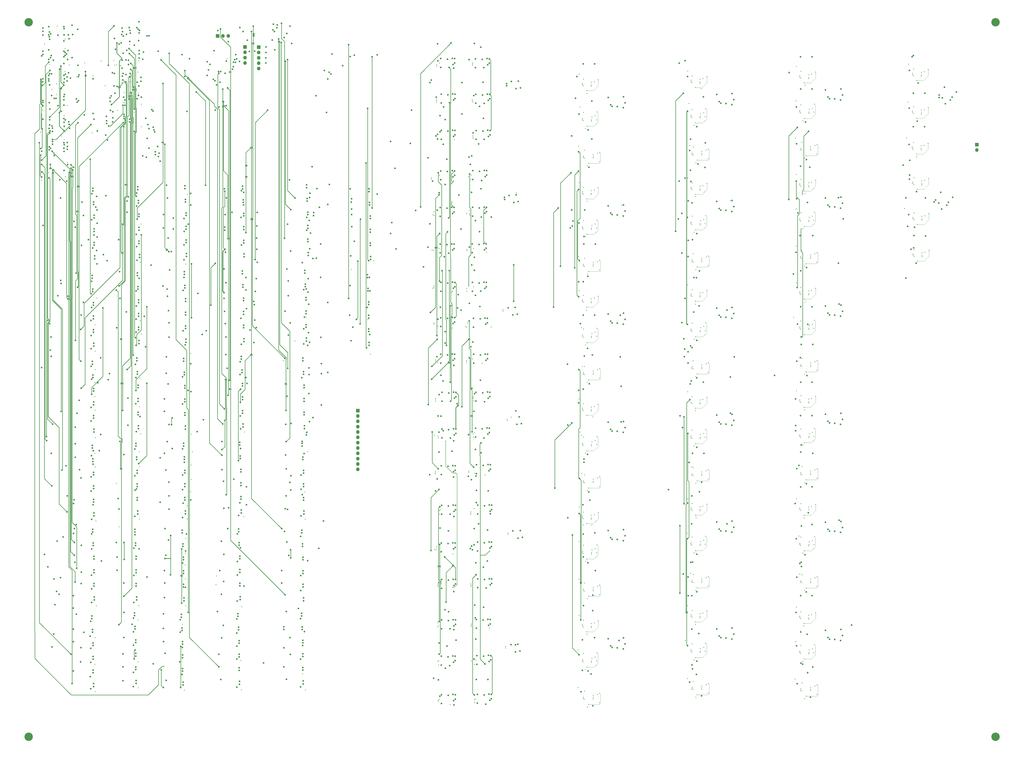
<source format=gbr>
%TF.GenerationSoftware,KiCad,Pcbnew,(6.99.0-3937-g3e53426b6c)*%
%TF.CreationDate,2025-03-11T03:35:29-04:00*%
%TF.ProjectId,AnalogFNN,416e616c-6f67-4464-9e4e-2e6b69636164,rev?*%
%TF.SameCoordinates,Original*%
%TF.FileFunction,Copper,L2,Inr*%
%TF.FilePolarity,Positive*%
%FSLAX46Y46*%
G04 Gerber Fmt 4.6, Leading zero omitted, Abs format (unit mm)*
G04 Created by KiCad (PCBNEW (6.99.0-3937-g3e53426b6c)) date 2025-03-11 03:35:29*
%MOMM*%
%LPD*%
G01*
G04 APERTURE LIST*
%TA.AperFunction,ComponentPad*%
%ADD10O,1.700000X1.700000*%
%TD*%
%TA.AperFunction,ComponentPad*%
%ADD11R,1.700000X1.700000*%
%TD*%
%TA.AperFunction,ViaPad*%
%ADD12C,4.000000*%
%TD*%
%TA.AperFunction,ViaPad*%
%ADD13C,0.800000*%
%TD*%
%TA.AperFunction,ViaPad*%
%ADD14C,0.400000*%
%TD*%
%TA.AperFunction,Conductor*%
%ADD15C,0.250000*%
%TD*%
%TA.AperFunction,Conductor*%
%ADD16C,0.350200*%
%TD*%
%TA.AperFunction,Conductor*%
%ADD17C,0.200000*%
%TD*%
%TA.AperFunction,Conductor*%
%ADD18C,0.100000*%
%TD*%
%TA.AperFunction,Conductor*%
%ADD19C,0.450400*%
%TD*%
%TA.AperFunction,Conductor*%
%ADD20C,0.550600*%
%TD*%
%TA.AperFunction,Conductor*%
%ADD21C,0.150000*%
%TD*%
G04 APERTURE END LIST*
D10*
%TO.N,+3V3*%
%TO.C,J2*%
X125599999Y-36984999D03*
%TO.N,GND*%
X125599999Y-34444999D03*
%TO.N,+5V*%
X125599999Y-31904999D03*
%TO.N,GND*%
X125599999Y-29364999D03*
D11*
%TO.N,-5V*%
X125599999Y-26824999D03*
%TD*%
%TO.N,GND*%
%TO.C,J1*%
X119099999Y-26799999D03*
D10*
%TO.N,/SWCLK*%
X119099999Y-29339999D03*
%TO.N,/SWDIO*%
X119099999Y-31879999D03*
%TO.N,+3V3*%
X119099999Y-34419999D03*
%TD*%
D11*
%TO.N,GND*%
%TO.C,SW1*%
X106074999Y-21499999D03*
D10*
%TO.N,Net-(SW1-B)*%
X108614999Y-21499999D03*
%TO.N,+3V3*%
X111154999Y-21499999D03*
%TD*%
D11*
%TO.N,/L5_OUT1*%
%TO.C,J4*%
X467306099Y-73225199D03*
D10*
%TO.N,/L5_OUT2*%
X467306099Y-75765199D03*
%TD*%
%TO.N,/L1_IN12*%
%TO.C,J3*%
X172724999Y-227724999D03*
%TO.N,/L1_IN11*%
X172724999Y-225184999D03*
%TO.N,/L1_IN10*%
X172724999Y-222644999D03*
%TO.N,/L1_IN9*%
X172724999Y-220104999D03*
%TO.N,/L1_IN8*%
X172724999Y-217564999D03*
%TO.N,/L1_IN7*%
X172724999Y-215024999D03*
%TO.N,/L1_IN6*%
X172724999Y-212484999D03*
%TO.N,/L1_IN5*%
X172724999Y-209944999D03*
%TO.N,/L1_IN4*%
X172724999Y-207404999D03*
%TO.N,/L1_IN3*%
X172724999Y-204864999D03*
%TO.N,/L1_IN2*%
X172724999Y-202324999D03*
D11*
%TO.N,/L1_IN1*%
X172724999Y-199784999D03*
%TD*%
D12*
%TO.N,GND*%
X476200000Y-15000000D03*
X476200000Y-355000000D03*
X16100000Y-355000000D03*
X16100000Y-15000000D03*
D13*
X116000000Y-304100000D03*
D14*
X388198000Y-127306000D03*
X211919276Y-246960041D03*
X58400000Y-56900000D03*
D13*
X177325000Y-136465000D03*
X46650000Y-143200000D03*
X249569000Y-202775000D03*
X178075000Y-95565000D03*
D14*
X387398000Y-315582000D03*
X284756000Y-182550000D03*
D13*
X219028000Y-68600000D03*
D14*
X383574000Y-126506000D03*
D13*
X68050000Y-94650000D03*
X402498000Y-51986700D03*
X46700000Y-224000000D03*
X299156000Y-153450000D03*
X68650000Y-107450000D03*
D14*
X283956000Y-62049700D03*
X226800000Y-302500000D03*
D13*
X350856000Y-150690000D03*
D14*
X210872400Y-159700000D03*
X209700000Y-230000000D03*
D13*
X218828000Y-157700000D03*
X146600000Y-316850000D03*
D14*
X380098700Y-155400000D03*
X279609000Y-147125000D03*
D13*
X68200000Y-195400000D03*
D14*
X279609000Y-250125000D03*
D13*
X219066000Y-318805000D03*
D14*
X434500000Y-53000000D03*
D13*
X68400000Y-208400000D03*
D14*
X210344800Y-35900000D03*
D13*
X68650000Y-167900000D03*
D14*
X210928700Y-283600000D03*
D13*
X90800000Y-154300000D03*
X236466000Y-246900000D03*
X89400000Y-323800000D03*
X89200000Y-258000000D03*
D14*
X225000000Y-158100000D03*
D13*
X146300000Y-216700000D03*
X118500000Y-120000000D03*
X90425000Y-94135000D03*
X68150000Y-142000000D03*
X147200000Y-188900000D03*
D14*
X329756000Y-89120200D03*
X284756000Y-337050000D03*
D13*
X46800000Y-318100000D03*
D14*
X335656000Y-60549700D03*
D13*
X91000000Y-167300000D03*
D14*
X228517572Y-336867939D03*
D13*
X116300000Y-323400000D03*
D14*
X383574000Y-280838000D03*
D13*
X248087000Y-97150000D03*
D14*
X329600000Y-327300000D03*
D13*
X47500000Y-127600000D03*
X402498000Y-309207000D03*
X146900000Y-182500000D03*
X116000000Y-257450000D03*
D14*
X283956000Y-268050000D03*
X383574000Y-75062200D03*
D13*
X89800000Y-277300000D03*
X117125000Y-241885000D03*
D14*
X69700000Y-64700000D03*
D13*
X90500000Y-229450000D03*
D14*
X381400000Y-121594400D03*
D13*
X250040000Y-256900000D03*
X129100000Y-29400000D03*
D14*
X279665000Y-163775000D03*
X387398000Y-161250000D03*
D13*
X219436000Y-193200000D03*
X326900000Y-157900000D03*
X350756000Y-206785000D03*
D14*
X331309000Y-144365000D03*
X284756000Y-131050000D03*
D13*
X178675000Y-121265000D03*
X299156000Y-50450200D03*
X233928000Y-140900000D03*
X218790000Y-87850000D03*
D14*
X211100000Y-338200000D03*
X381498000Y-36062200D03*
D13*
X47200000Y-210000000D03*
X234463000Y-175125000D03*
D14*
X383574000Y-229394000D03*
X383107000Y-108531000D03*
X436694000Y-39319900D03*
X225487127Y-228587127D03*
D13*
X236466000Y-282000000D03*
X147100000Y-249000000D03*
D14*
X209000000Y-140437100D03*
D13*
X148650000Y-100100000D03*
X68200000Y-188900000D03*
X118400000Y-160400000D03*
X46200000Y-298800000D03*
X243526000Y-44200000D03*
X350756000Y-308525000D03*
D14*
X208453116Y-141604858D03*
X278056000Y-194250000D03*
X211215277Y-318778704D03*
D13*
X89400000Y-317400000D03*
X299056000Y-313175000D03*
X219066000Y-228150000D03*
D14*
X383107000Y-211419000D03*
D13*
X67300000Y-276900000D03*
D14*
X440940000Y-58712200D03*
D13*
X234398000Y-157975000D03*
X235528000Y-51400000D03*
D14*
X278056000Y-91250200D03*
D13*
X402498000Y-154875000D03*
X67800000Y-242400000D03*
D14*
X329756000Y-241730000D03*
D13*
X114700000Y-30400000D03*
X117325000Y-248485000D03*
D14*
X335656000Y-314900000D03*
D13*
X116825000Y-222585000D03*
X47200000Y-249900000D03*
D14*
X207700000Y-89700000D03*
D13*
X116600000Y-270250000D03*
D14*
X228300000Y-320600000D03*
X383107000Y-159975000D03*
X277867500Y-126511700D03*
D13*
X47000000Y-203400000D03*
D14*
X280132000Y-233250000D03*
D13*
X68650000Y-113950000D03*
X147200000Y-201800000D03*
D14*
X227446800Y-69046800D03*
D13*
X90800000Y-147800000D03*
X146400000Y-264400000D03*
D14*
X210872400Y-177000000D03*
D13*
X101100000Y-33800000D03*
X402498000Y-206319000D03*
X178675000Y-114865000D03*
X447706000Y-99600200D03*
X299056000Y-261675000D03*
D14*
X210057000Y-266000000D03*
X279665000Y-112275000D03*
X33500000Y-23000000D03*
D13*
X118200000Y-100700000D03*
X350756000Y-155915000D03*
X46900000Y-264000000D03*
D14*
X329756000Y-139990000D03*
X228000000Y-195100000D03*
X335656000Y-213160000D03*
D13*
X68450000Y-154900000D03*
D14*
X387297000Y-299049000D03*
X387297000Y-196161000D03*
X226700000Y-283400000D03*
D13*
X147400000Y-208400000D03*
D14*
X227852500Y-140900500D03*
X331309000Y-246105000D03*
X336456000Y-281530000D03*
X210898424Y-282259796D03*
X224676500Y-123700000D03*
D13*
X46600000Y-257600000D03*
D14*
X383574000Y-332282000D03*
D13*
X233790000Y-122550000D03*
D14*
X208793934Y-158083426D03*
D13*
X117125000Y-228985000D03*
X89900000Y-176300000D03*
X46950000Y-162500000D03*
D14*
X22300000Y-79300000D03*
X329756000Y-190860000D03*
X278000000Y-262100000D03*
D13*
X219371000Y-210675000D03*
X177925000Y-149265000D03*
X219131000Y-337105000D03*
D14*
X21900000Y-67300000D03*
D13*
X67300000Y-270400000D03*
X177925000Y-155765000D03*
D14*
X277600000Y-331600000D03*
D13*
X148100000Y-147200000D03*
D14*
X279609000Y-44124900D03*
D13*
X435295400Y-87700000D03*
X66700000Y-257600000D03*
D14*
X31666900Y-69100000D03*
D13*
X146600000Y-176100000D03*
X178875000Y-127865000D03*
D14*
X331832000Y-331600000D03*
D13*
X328137248Y-174175044D03*
D14*
X388198000Y-230194000D03*
D13*
X177625000Y-142865000D03*
X226900548Y-264279565D03*
D14*
X331832000Y-280730000D03*
X380941078Y-70158922D03*
X68599678Y-33493545D03*
D13*
X249126000Y-43000000D03*
D14*
X383107000Y-57087000D03*
X26100000Y-35100000D03*
X279609000Y-301625000D03*
D13*
X235731000Y-301305000D03*
D14*
X436859000Y-91074900D03*
X381274500Y-103900000D03*
D13*
X227251500Y-266000000D03*
X67200000Y-216700000D03*
X47400000Y-289900000D03*
X47300000Y-108100000D03*
X47300000Y-121000000D03*
X90500000Y-202000000D03*
D14*
X27100000Y-47000000D03*
X227417572Y-34412636D03*
X227800000Y-212400000D03*
X226500000Y-89800000D03*
D13*
X116600000Y-283150000D03*
X67300000Y-283300000D03*
X210728000Y-70500000D03*
D14*
X336456000Y-128920000D03*
D13*
X67000000Y-264000000D03*
D14*
X441155000Y-109267000D03*
D13*
X47000000Y-243300000D03*
X218590000Y-122650000D03*
D14*
X209764477Y-228664477D03*
D13*
X116500000Y-330000000D03*
X402598000Y-201094000D03*
D14*
X284756000Y-285550000D03*
D13*
X116600000Y-276750000D03*
X46700000Y-95300000D03*
D14*
X61700000Y-48500000D03*
X434900000Y-35000000D03*
D13*
X117925000Y-194595000D03*
D14*
X335555000Y-196627000D03*
D13*
X146900000Y-236000000D03*
X47000000Y-101700000D03*
X90200000Y-223050000D03*
D14*
X330700000Y-73700000D03*
D13*
X218933000Y-140875000D03*
X146600000Y-323250000D03*
X299156000Y-204950000D03*
X47000000Y-190500000D03*
X148100000Y-160100000D03*
D14*
X210196900Y-264695500D03*
X278056000Y-142750000D03*
D13*
X68200000Y-201800000D03*
X146700000Y-270800000D03*
D14*
X211200000Y-320800000D03*
D13*
X437242074Y-122385286D03*
X116300000Y-263850000D03*
D14*
X387398000Y-264138000D03*
D13*
X90500000Y-242350000D03*
X247626000Y-150700000D03*
X118400000Y-147500000D03*
D14*
X228876500Y-318505800D03*
X210300000Y-53000000D03*
D13*
X218590000Y-105250000D03*
X350856000Y-201560000D03*
X218828000Y-34400000D03*
D14*
X336456000Y-78050200D03*
D13*
X46500000Y-305200000D03*
X67100000Y-310150000D03*
D14*
X227300000Y-35600000D03*
D13*
X350856000Y-48950200D03*
X67100000Y-323050000D03*
X46400000Y-217600000D03*
D14*
X209200000Y-211500000D03*
D13*
X457606000Y-48200200D03*
X402498000Y-103431000D03*
D14*
X280132000Y-78750200D03*
X436594000Y-74319900D03*
X279609000Y-95624900D03*
D13*
X299056000Y-210175000D03*
X47200000Y-270400000D03*
D14*
X432847840Y-103658746D03*
D13*
X116300000Y-317000000D03*
X299056000Y-107175000D03*
X248881000Y-311005000D03*
D14*
X383051000Y-40436900D03*
X335555000Y-298367000D03*
D13*
X90700000Y-248950000D03*
D14*
X283855000Y-148517000D03*
X211000000Y-212900000D03*
X436694000Y-57319900D03*
X387398000Y-212694000D03*
D13*
X235328000Y-34500000D03*
D14*
X331365000Y-110145000D03*
D13*
X91025000Y-119835000D03*
X68350000Y-101050000D03*
X147500000Y-134400000D03*
D14*
X331365000Y-161015000D03*
D13*
X148950000Y-106500000D03*
D14*
X280132000Y-284750000D03*
X436909000Y-107875000D03*
D13*
X177925000Y-162165000D03*
D14*
X279665000Y-266775000D03*
D13*
X47200000Y-276900000D03*
D14*
X383051000Y-143325000D03*
D13*
X235571000Y-193175000D03*
D14*
X383574000Y-177950000D03*
D13*
X90200000Y-182700000D03*
X149150000Y-126000000D03*
D14*
X383107000Y-314307000D03*
X227300000Y-175150500D03*
D13*
X299156000Y-256450000D03*
D14*
X211700000Y-249100000D03*
X35400000Y-35300000D03*
X279169100Y-160400000D03*
D13*
X235663000Y-68625000D03*
D14*
X226853500Y-301300000D03*
X226398897Y-282195671D03*
D13*
X146700000Y-277300000D03*
X46800000Y-324500000D03*
X219266000Y-247000000D03*
D14*
X278056000Y-297250000D03*
D13*
X46350000Y-136800000D03*
D14*
X387297000Y-41829200D03*
X380900000Y-327600000D03*
X331309000Y-42624900D03*
D13*
X68450000Y-161300000D03*
X146600000Y-310350000D03*
X118500000Y-107100000D03*
D14*
X335656000Y-111420000D03*
D13*
X118700000Y-126600000D03*
X109600000Y-39300000D03*
D14*
X283855000Y-251517000D03*
D13*
X117125000Y-235485000D03*
X146900000Y-242400000D03*
X148300000Y-166700000D03*
X350856000Y-303300000D03*
X236366000Y-264500000D03*
X47150000Y-169100000D03*
D14*
X279665000Y-60775000D03*
X228491330Y-229598032D03*
D13*
X146600000Y-223100000D03*
D14*
X226000000Y-106800000D03*
D13*
X68650000Y-120350000D03*
D14*
X284756000Y-79550200D03*
X29300000Y-44300000D03*
D13*
X66800000Y-303750000D03*
D14*
X331365000Y-59275000D03*
X226700000Y-87750500D03*
X244266000Y-258000000D03*
D13*
X402498000Y-257763000D03*
X116525000Y-216185000D03*
X235871000Y-227675000D03*
D14*
X330300000Y-53700000D03*
D13*
X67300000Y-329650000D03*
D14*
X437009000Y-125275000D03*
D13*
X350856000Y-252430000D03*
D14*
X227714500Y-122575500D03*
D13*
X146900000Y-229500000D03*
X178675000Y-108365000D03*
X178125000Y-168765000D03*
X148950000Y-113000000D03*
D14*
X209782422Y-195393922D03*
X209700000Y-175600000D03*
X280132000Y-181750000D03*
D13*
X402598000Y-149650000D03*
X118100000Y-141100000D03*
X148350000Y-93700000D03*
X67500000Y-289900000D03*
X47200000Y-283300000D03*
X147200000Y-195400000D03*
X146800000Y-329850000D03*
D14*
X22200000Y-90200000D03*
D13*
X90200000Y-135000000D03*
X89400000Y-310900000D03*
X117800000Y-134700000D03*
X68850000Y-126950000D03*
X90500000Y-195600000D03*
X67600000Y-176100000D03*
D14*
X46700000Y-40600000D03*
X69700000Y-54000000D03*
D13*
X67900000Y-182500000D03*
D14*
X335555000Y-44017200D03*
X383051000Y-246213000D03*
X328600000Y-309200000D03*
D13*
X66500000Y-297350000D03*
X402598000Y-46762200D03*
X106100000Y-19000000D03*
D14*
X382700000Y-259500000D03*
X387398000Y-58361700D03*
X210075066Y-51685574D03*
X329756000Y-292600000D03*
D13*
X116300000Y-310500000D03*
D14*
X243839000Y-203921000D03*
D13*
X218828000Y-175100000D03*
X146900000Y-290300000D03*
X219231000Y-301505000D03*
D14*
X283956000Y-165050000D03*
X277600000Y-313700000D03*
X34500000Y-54700000D03*
X211379500Y-122650500D03*
D13*
X47000000Y-197000000D03*
D14*
X381498000Y-293282000D03*
X280132000Y-130250000D03*
D13*
X117625000Y-181695000D03*
D14*
X331832000Y-128120000D03*
X335555000Y-247497000D03*
X227592400Y-70400000D03*
D13*
X146100000Y-258000000D03*
D14*
X209180803Y-106933075D03*
X336456000Y-332400000D03*
D13*
X146700000Y-283700000D03*
D14*
X211600000Y-337130800D03*
D13*
X90700000Y-208600000D03*
X90725000Y-100535000D03*
D14*
X57000000Y-35500000D03*
D13*
X327240400Y-207900000D03*
X350756000Y-257655000D03*
X118500000Y-113600000D03*
D14*
X278056000Y-245750000D03*
X381498000Y-87506200D03*
X283855000Y-97017200D03*
D13*
X89800000Y-270800000D03*
D14*
X224676500Y-142900000D03*
X331832000Y-178990000D03*
X383051000Y-297657000D03*
X224500000Y-176700000D03*
D13*
X67500000Y-223100000D03*
X235371000Y-210275000D03*
D14*
X211554600Y-87850500D03*
D13*
X146000000Y-297550000D03*
D14*
X329756000Y-38250200D03*
D13*
X46950000Y-149600000D03*
D14*
X241825000Y-151825000D03*
D13*
X67100000Y-316650000D03*
D14*
X284756000Y-234050000D03*
X227196800Y-51796800D03*
X335656000Y-264030000D03*
X331000000Y-277200000D03*
D13*
X402598000Y-252538000D03*
X90800000Y-160700000D03*
X382668500Y-225900000D03*
D14*
X335555000Y-94887200D03*
X331309000Y-93494900D03*
X383107000Y-262863000D03*
D13*
X178375000Y-101965000D03*
D14*
X331762178Y-226562178D03*
D13*
X455806000Y-98300200D03*
X47000000Y-331100000D03*
D14*
X336456000Y-230660000D03*
X387297000Y-93273200D03*
D13*
X350756000Y-54174700D03*
D14*
X383051000Y-91880900D03*
D13*
X89500000Y-264400000D03*
D14*
X228246500Y-210275500D03*
D13*
X118125000Y-207595000D03*
D14*
X228400000Y-338800000D03*
D13*
X68450000Y-148400000D03*
D14*
X388198000Y-281638000D03*
D13*
X148950000Y-119400000D03*
X129000000Y-34400000D03*
D14*
X433901300Y-70100000D03*
D13*
X91025000Y-106935000D03*
D14*
X208900000Y-105254900D03*
D13*
X402598000Y-98206200D03*
X236001000Y-318480000D03*
X68000000Y-249000000D03*
X117900000Y-94300000D03*
D14*
X210800000Y-302800000D03*
D13*
X46400000Y-177700000D03*
X117925000Y-200995000D03*
X383320800Y-174600000D03*
D14*
X383051000Y-194769000D03*
D13*
X90500000Y-189100000D03*
D14*
X388198000Y-333082000D03*
X388198000Y-75862200D03*
X387297000Y-144717000D03*
D13*
X326917692Y-105913388D03*
X47300000Y-114600000D03*
X117925000Y-188095000D03*
X89600000Y-330400000D03*
X146300000Y-303950000D03*
D14*
X46400000Y-67700000D03*
D13*
X90500000Y-141400000D03*
D14*
X227500000Y-53100000D03*
X209788500Y-194000000D03*
X278056000Y-39750200D03*
X331365000Y-262755000D03*
X381498000Y-241838000D03*
X331365000Y-211885000D03*
X279700000Y-178800000D03*
X283855000Y-45517200D03*
X331309000Y-296975000D03*
D13*
X147800000Y-140800000D03*
X219266000Y-282300000D03*
X275103010Y-109582555D03*
D14*
X335555000Y-145757000D03*
D13*
X381161100Y-206900000D03*
X47000000Y-230400000D03*
D14*
X336456000Y-179790000D03*
D13*
X47000000Y-236900000D03*
D14*
X329500000Y-258200000D03*
D13*
X67800000Y-229500000D03*
X210728000Y-68300000D03*
X91025000Y-113435000D03*
X326904592Y-124825820D03*
D14*
X280132000Y-336250000D03*
X381498000Y-138950000D03*
D13*
X350856000Y-99820200D03*
D14*
X381200000Y-52400000D03*
X210806444Y-300790794D03*
X441255000Y-126667000D03*
D13*
X299156000Y-307950000D03*
X89900000Y-216650000D03*
D14*
X440940000Y-40712200D03*
X279665000Y-215275000D03*
D13*
X116800000Y-289750000D03*
X90000000Y-290300000D03*
D14*
X283855000Y-303017000D03*
D13*
X236296000Y-336930000D03*
D14*
X283855000Y-200017000D03*
D13*
X219028000Y-51300000D03*
D14*
X283956000Y-319550000D03*
X22800000Y-56800000D03*
D13*
X91225000Y-126435000D03*
X118400000Y-154000000D03*
D14*
X283956000Y-216550000D03*
X278600000Y-55300000D03*
D13*
X115700000Y-297700000D03*
X46800000Y-311600000D03*
D14*
X388198000Y-178750000D03*
X224600000Y-106000000D03*
X278000000Y-280100000D03*
D13*
X46950000Y-156100000D03*
X299156000Y-101950000D03*
X88800000Y-298100000D03*
D14*
X331832000Y-77250200D03*
X226500000Y-249200000D03*
X227700000Y-193200000D03*
X243131000Y-312105000D03*
X211600000Y-34500000D03*
X331832000Y-229860000D03*
D13*
X233990000Y-105150000D03*
D14*
X441105000Y-92467200D03*
X279295200Y-229800000D03*
X23700000Y-25300000D03*
D13*
X219066000Y-264900000D03*
X89800000Y-283700000D03*
D14*
X383000000Y-277600000D03*
X279665000Y-318275000D03*
D13*
X148100000Y-153700000D03*
X67850000Y-135600000D03*
D14*
X440840000Y-75712200D03*
D13*
X90500000Y-235950000D03*
X299056000Y-55674700D03*
X118600000Y-167000000D03*
D14*
X331365000Y-313625000D03*
D13*
X117325000Y-175295000D03*
X299056000Y-158675000D03*
X449406000Y-49600200D03*
X46700000Y-184100000D03*
X402598000Y-303982000D03*
D14*
X381100000Y-309700000D03*
D13*
X350756000Y-105045000D03*
D14*
X208715000Y-123600000D03*
X224573700Y-160200000D03*
X335656000Y-162290000D03*
D13*
X59100000Y-25400000D03*
X89100000Y-304500000D03*
X453772000Y-100655000D03*
X455507000Y-50600200D03*
X234090000Y-87750000D03*
D14*
X38800000Y-41000000D03*
D13*
X242491000Y-98347500D03*
D14*
X277856000Y-74050200D03*
X283956000Y-113550000D03*
X279609000Y-198625000D03*
X381498000Y-190394000D03*
D13*
X67800000Y-236000000D03*
D14*
X226500000Y-247900000D03*
X387398000Y-109806000D03*
X279295200Y-211600000D03*
D13*
%TO.N,+3V3*%
X116500000Y-33600000D03*
X111100000Y-24200000D03*
%TO.N,Net-(U27B-+)*%
X291856000Y-50850200D03*
X293756000Y-55050200D03*
%TO.N,Net-(C20-Pad2)*%
X299956000Y-53350200D03*
X296245000Y-55150200D03*
%TO.N,Net-(U44B-+)*%
X291856000Y-256850000D03*
X293756000Y-261050000D03*
%TO.N,Net-(U31B-+)*%
X293756000Y-106550000D03*
X291856000Y-102350000D03*
%TO.N,Net-(C23-Pad2)*%
X296245000Y-106650000D03*
X299956000Y-104850000D03*
%TO.N,Net-(U36B-+)*%
X291856000Y-153850000D03*
X293756000Y-158050000D03*
%TO.N,Net-(C26-Pad2)*%
X299956000Y-156350000D03*
X296245000Y-158150000D03*
%TO.N,Net-(U63B-+)*%
X345456000Y-206160000D03*
X343556000Y-201960000D03*
%TO.N,Net-(U40B-+)*%
X293756000Y-209550000D03*
X291856000Y-205350000D03*
%TO.N,Net-(C29-Pad2)*%
X299956000Y-207850000D03*
X296245000Y-209650000D03*
%TO.N,Net-(C32-Pad2)*%
X296245000Y-261150000D03*
X299956000Y-259350000D03*
%TO.N,Net-(U48B-+)*%
X293756000Y-312550000D03*
X291856000Y-308350000D03*
%TO.N,Net-(C35-Pad2)*%
X296245000Y-312650000D03*
X299956000Y-310850000D03*
%TO.N,Net-(U51B-+)*%
X345456000Y-53550200D03*
X343556000Y-49350200D03*
%TO.N,Net-(C38-Pad2)*%
X347945000Y-53650200D03*
X351656000Y-51850200D03*
%TO.N,Net-(U55B-+)*%
X343556000Y-100220000D03*
X345456000Y-104420000D03*
%TO.N,Net-(C41-Pad2)*%
X347945000Y-104520000D03*
X351656000Y-102720000D03*
%TO.N,Net-(U59B-+)*%
X343556000Y-151090000D03*
X345456000Y-155290000D03*
%TO.N,Net-(C44-Pad2)*%
X351656000Y-153590000D03*
X347945000Y-155390000D03*
%TO.N,Net-(C47-Pad2)*%
X351656000Y-204460000D03*
X347945000Y-206260000D03*
%TO.N,Net-(U67B-+)*%
X343556000Y-252830000D03*
X345456000Y-257030000D03*
%TO.N,Net-(C50-Pad2)*%
X351656000Y-255330000D03*
X347945000Y-257130000D03*
%TO.N,Net-(U71B-+)*%
X343556000Y-303700000D03*
X345456000Y-307900000D03*
%TO.N,Net-(C53-Pad2)*%
X347945000Y-308000000D03*
X351656000Y-306200000D03*
%TO.N,Net-(U75B-+)*%
X395298000Y-47162200D03*
X397198000Y-51362200D03*
%TO.N,Net-(C56-Pad2)*%
X403398000Y-49662200D03*
X399687000Y-51462200D03*
%TO.N,Net-(U79B-+)*%
X395298000Y-98606200D03*
X397198000Y-102806000D03*
%TO.N,Net-(C59-Pad2)*%
X399687000Y-102906000D03*
X403398000Y-101106000D03*
%TO.N,Net-(U83B-+)*%
X395298000Y-150050000D03*
X397198000Y-154250000D03*
%TO.N,Net-(C62-Pad2)*%
X399687000Y-154350000D03*
X403398000Y-152550000D03*
%TO.N,Net-(U87B-+)*%
X397198000Y-205694000D03*
X395298000Y-201494000D03*
%TO.N,Net-(C65-Pad2)*%
X399687000Y-205794000D03*
X403398000Y-203994000D03*
%TO.N,Net-(U91B-+)*%
X397198000Y-257138000D03*
X395298000Y-252938000D03*
%TO.N,Net-(C68-Pad2)*%
X403398000Y-255438000D03*
X399687000Y-257238000D03*
%TO.N,Net-(U95B-+)*%
X395298000Y-304382000D03*
X397198000Y-308582000D03*
%TO.N,Net-(C71-Pad2)*%
X403398000Y-306882000D03*
X399687000Y-308682000D03*
%TO.N,Net-(C3002-Pad2)*%
X249087000Y-100350000D03*
X246987000Y-100750000D03*
%TO.N,Net-(U13001B-+)*%
X451906000Y-45900200D03*
X450906000Y-51000200D03*
%TO.N,Net-(U13001C--)*%
X452306000Y-53800200D03*
X454706000Y-52000200D03*
%TO.N,Net-(U17001B-+)*%
X449171000Y-101055000D03*
X450171000Y-95955200D03*
%TO.N,Net-(U17001C--)*%
X450571000Y-103855000D03*
X452971000Y-102055000D03*
%TO.N,Net-(C23002-Pad2)*%
X248026000Y-46600000D03*
X250126000Y-46200000D03*
%TO.N,Net-(C33002-Pad2)*%
X246526000Y-154300000D03*
X248626000Y-153900000D03*
%TO.N,Net-(C131002-Pad2)*%
X248469000Y-206375000D03*
X250569000Y-205975000D03*
%TO.N,Net-(C139002-Pad2)*%
X248940000Y-260500000D03*
X251040000Y-260100000D03*
%TO.N,Net-(C148002-Pad2)*%
X249881000Y-314205000D03*
X247781000Y-314605000D03*
%TO.N,Net-(Q2001A-S1)*%
X211990000Y-103150000D03*
X211990000Y-107350000D03*
D14*
%TO.N,/InNeuron_2/OUT*%
X248100000Y-96200000D03*
X284600000Y-202800000D03*
X281800000Y-306200000D03*
X280000000Y-254200000D03*
X281800000Y-48900000D03*
X281900000Y-100200000D03*
X284100000Y-254222300D03*
X281600000Y-152000000D03*
D13*
%TO.N,/InNeuron_1/OUT*%
X278103700Y-248747400D03*
X277792400Y-196203100D03*
X278832500Y-299409900D03*
X276983900Y-40798000D03*
X277835500Y-145602200D03*
X277835500Y-94580500D03*
%TO.N,/InNeuron_3/OUT*%
X278203300Y-232069900D03*
X279058500Y-281744100D03*
X278181200Y-128454700D03*
X246956900Y-130447300D03*
X246956900Y-147775000D03*
X278936100Y-333620000D03*
X277870600Y-76647100D03*
X277885500Y-180262300D03*
%TO.N,/Neuron6_1/OUT*%
X331279500Y-90789700D03*
X329641800Y-243737500D03*
X330768200Y-194608700D03*
X329026200Y-295833100D03*
X329608800Y-40780300D03*
D14*
%TO.N,/Neuron6_10/IN2*%
X333700000Y-250800000D03*
X333500000Y-301600000D03*
X333551072Y-97951072D03*
X336200000Y-46600000D03*
X298358240Y-102002762D03*
X333500000Y-199900000D03*
X333500000Y-149200000D03*
D13*
%TO.N,/Neuron6_10/IN3*%
X329900500Y-177100600D03*
X330636100Y-76064700D03*
X297635200Y-154478300D03*
X329888600Y-126462100D03*
X297635200Y-174284500D03*
X330405300Y-224457300D03*
X330636100Y-328986000D03*
X329898100Y-278988300D03*
%TO.N,/Neuron6_10/IN4*%
X336347500Y-233822500D03*
X334058300Y-184238700D03*
X298053400Y-188232700D03*
X336347500Y-335562500D03*
X334625600Y-82483600D03*
X298053400Y-205198400D03*
X335361500Y-133348200D03*
X334058300Y-285978700D03*
%TO.N,/Neuron6_10/IN5*%
X329825800Y-210622400D03*
X329673100Y-57288300D03*
X329591800Y-158772700D03*
X329558800Y-107907500D03*
X329558800Y-260765200D03*
X329689100Y-311643600D03*
%TO.N,/Neuron6_10/IN6*%
X334036100Y-217292600D03*
X334036100Y-319052000D03*
X334036100Y-166416000D03*
X297062800Y-309242400D03*
X334073000Y-64694600D03*
X334036100Y-268181400D03*
X334036100Y-115579200D03*
%TO.N,/Neuron6_13/IN1*%
X381805600Y-141241400D03*
X377993400Y-38962200D03*
X380843900Y-244025500D03*
X381061900Y-194210500D03*
X381403200Y-90595300D03*
X381281400Y-295833100D03*
D14*
%TO.N,/Neuron6_13/IN2*%
X350060914Y-99904126D03*
X385600000Y-148100000D03*
X385005200Y-302300000D03*
X385100000Y-250900000D03*
X385600000Y-45100000D03*
X385300000Y-199500000D03*
X385500000Y-96475500D03*
D13*
%TO.N,/Neuron6_13/IN3*%
X381621500Y-279042300D03*
X351894000Y-174284500D03*
X381627800Y-176277100D03*
X348448600Y-151955400D03*
X381314000Y-124469500D03*
X381550300Y-72806300D03*
X381811000Y-329814900D03*
X381663700Y-227416500D03*
%TO.N,/Neuron6_10/OUT*%
X350074000Y-201023400D03*
X386219500Y-234613900D03*
X386155600Y-286113100D03*
X386283400Y-131762700D03*
X386192700Y-80323200D03*
X350074000Y-183822400D03*
X388141900Y-336231700D03*
X386431200Y-183184900D03*
%TO.N,/Neuron6_11/OUT*%
X381403600Y-260819200D03*
X382178300Y-105763200D03*
X381987700Y-158656000D03*
X348448600Y-253712700D03*
X381572900Y-311773900D03*
X381425100Y-55312300D03*
X381061900Y-209399800D03*
D14*
%TO.N,/Neuron6_12/OUT*%
X383788000Y-113295800D03*
D13*
X383789100Y-216140900D03*
X383580200Y-319981400D03*
X383763500Y-164778400D03*
X385778300Y-62525100D03*
X385550100Y-268373000D03*
%TO.N,/Neuron6_13/OUT*%
X436022900Y-123031900D03*
X435186100Y-37962600D03*
%TO.N,/Neuron6_14/OUT*%
X439368400Y-43934600D03*
X401448700Y-98462800D03*
X438419800Y-129667900D03*
X401448700Y-129667900D03*
%TO.N,/Neuron6_15/OUT*%
X401816000Y-149119900D03*
X403740700Y-108528700D03*
X435094900Y-73170500D03*
X434850800Y-106536100D03*
%TO.N,/Neuron6_16/OUT*%
X437700700Y-112535000D03*
D14*
X438700000Y-79100000D03*
D13*
X434400000Y-112100000D03*
%TO.N,/Neuron6_17/OUT*%
X435144900Y-55910200D03*
X435227400Y-89635800D03*
X401816000Y-252018700D03*
%TO.N,/Neuron6_18/OUT*%
X438944400Y-62084000D03*
X407728900Y-301810900D03*
X438634100Y-95580100D03*
%TO.N,/InNeuron_4/OUT*%
X282250500Y-135939200D03*
X284574200Y-287595700D03*
X282656500Y-238475400D03*
X282733500Y-84018900D03*
X282889500Y-187003100D03*
X247943600Y-199889000D03*
X284574200Y-340247100D03*
%TO.N,/InNeuron_5/OUT*%
X277974600Y-58713700D03*
D14*
X278549500Y-209947500D03*
D13*
X277997800Y-110521300D03*
X278644600Y-158435100D03*
X274831300Y-259036200D03*
X278000400Y-315974000D03*
%TO.N,/InNeuron_6/OUT*%
X282336100Y-66193900D03*
X247817400Y-311266300D03*
X282053500Y-220667800D03*
X282249400Y-272177000D03*
X282100600Y-170176200D03*
X282336100Y-323679800D03*
X280352600Y-116971000D03*
D14*
%TO.N,-5V*%
X387306000Y-41229800D03*
X335564000Y-43417800D03*
X387306000Y-195562000D03*
D13*
X233353000Y-88475700D03*
D14*
X440949000Y-58112800D03*
D13*
X235134000Y-228401000D03*
D14*
X284762000Y-284905000D03*
X335564000Y-94287800D03*
X335564000Y-145158000D03*
X283864000Y-147918000D03*
X284762000Y-78904600D03*
D13*
X218091000Y-35125700D03*
X233253000Y-105876000D03*
X218329000Y-319531000D03*
D14*
X387398000Y-212094000D03*
D13*
X235559000Y-337656000D03*
X218634000Y-211401000D03*
X234591000Y-35225700D03*
X218494000Y-302231000D03*
D14*
X441114000Y-91867800D03*
X283956000Y-164450000D03*
D13*
X235729000Y-282726000D03*
D14*
X388204000Y-280993000D03*
X336462000Y-179145000D03*
X388204000Y-332437000D03*
X387306000Y-298450000D03*
X336462000Y-77404600D03*
X388204000Y-178105000D03*
X441264000Y-126068000D03*
D13*
X234834000Y-193901000D03*
X233726000Y-175851000D03*
D14*
X335656000Y-263430000D03*
X283956000Y-267450000D03*
D13*
X234994000Y-302031000D03*
D14*
X387398000Y-314982000D03*
X283956000Y-112950000D03*
D13*
X234791000Y-52125700D03*
D14*
X441164000Y-108668000D03*
X283864000Y-250918000D03*
X387306000Y-144118000D03*
X336462000Y-331755000D03*
D13*
X129100000Y-26800000D03*
X218394000Y-337831000D03*
D14*
X283956000Y-215950000D03*
X284762000Y-181905000D03*
D13*
X218091000Y-158426000D03*
X218053000Y-88575700D03*
D14*
X335656000Y-314300000D03*
X387398000Y-57762200D03*
X387398000Y-263538000D03*
D13*
X218699000Y-193926000D03*
D14*
X388204000Y-126661000D03*
D13*
X233191000Y-141626000D03*
D14*
X336462000Y-280885000D03*
D13*
X218291000Y-52025700D03*
X218329000Y-265626000D03*
D14*
X284762000Y-130405000D03*
X283864000Y-302418000D03*
X284762000Y-233405000D03*
X283956000Y-318950000D03*
D13*
X218291000Y-69325700D03*
X217853000Y-123376000D03*
X234926000Y-69350700D03*
X233661000Y-158701000D03*
D14*
X335656000Y-59950200D03*
X335656000Y-161690000D03*
D13*
X217853000Y-105976000D03*
D14*
X336462000Y-230015000D03*
D13*
X218529000Y-247726000D03*
D14*
X284762000Y-336405000D03*
X440849000Y-75112800D03*
X335564000Y-297768000D03*
X283864000Y-44917800D03*
X335564000Y-196028000D03*
X387398000Y-160650000D03*
X387306000Y-247006000D03*
X440949000Y-40112800D03*
X387398000Y-109206000D03*
D13*
X235264000Y-319206000D03*
X218196000Y-141601000D03*
X218091000Y-175826000D03*
D14*
X283864000Y-199418000D03*
D13*
X218329000Y-228876000D03*
X235629000Y-265226000D03*
X235729000Y-247626000D03*
D14*
X283864000Y-96417800D03*
X388204000Y-229549000D03*
X283956000Y-61450200D03*
X335656000Y-110820000D03*
X335656000Y-212560000D03*
X388204000Y-75216600D03*
X387306000Y-92673800D03*
D13*
X218529000Y-283026000D03*
D14*
X336462000Y-128275000D03*
D13*
X233053000Y-123276000D03*
X234634000Y-211001000D03*
D14*
X335564000Y-246898000D03*
D13*
%TO.N,+5V*%
X90700000Y-247550000D03*
X117900000Y-93000000D03*
D14*
X211000000Y-302100000D03*
X331296000Y-314221000D03*
D13*
X67300000Y-328250000D03*
X147100000Y-247600000D03*
X146600000Y-221900000D03*
X149100000Y-137000000D03*
X396490000Y-50553400D03*
X118125000Y-206195000D03*
X150000000Y-96400000D03*
X46950000Y-148400000D03*
D14*
X279596000Y-61370600D03*
X147800000Y-332756800D03*
X147700000Y-251500000D03*
D13*
X46500000Y-304000000D03*
D14*
X33100000Y-70806000D03*
X224100000Y-159800000D03*
X208500000Y-106656700D03*
X69221300Y-157016600D03*
D13*
X118200000Y-99500000D03*
D14*
X48000000Y-212668400D03*
D13*
X47300000Y-106900000D03*
X46350000Y-135500000D03*
D14*
X178882778Y-172882778D03*
D13*
X124800000Y-105500000D03*
X117325000Y-173995000D03*
X90500000Y-187900000D03*
D14*
X383039000Y-109127000D03*
D13*
X344747000Y-154481000D03*
X116300000Y-315700000D03*
X147500000Y-133100000D03*
X47000000Y-100500000D03*
X48500000Y-123600000D03*
D14*
X436708000Y-57931100D03*
D13*
X177625000Y-141665000D03*
X177925000Y-160965000D03*
D14*
X383039000Y-314903000D03*
D13*
X226300000Y-265400000D03*
X177925000Y-148065000D03*
X117125000Y-234185000D03*
D14*
X241827000Y-152495000D03*
D13*
X146300000Y-302750000D03*
X147800000Y-139600000D03*
X146900000Y-241200000D03*
X90800000Y-153000000D03*
D14*
X331703000Y-77879100D03*
D13*
X116300000Y-262650000D03*
D14*
X209788500Y-194700000D03*
X208100000Y-123300000D03*
D13*
X48600000Y-130000000D03*
X89400000Y-322600000D03*
D14*
X209000000Y-158646400D03*
D13*
X178125000Y-167365000D03*
D14*
X211658800Y-247500000D03*
X93316468Y-225744928D03*
D13*
X148100000Y-152400000D03*
X89600000Y-329000000D03*
D14*
X331296000Y-110741000D03*
D13*
X67200000Y-215400000D03*
D14*
X383445000Y-75691100D03*
X209700000Y-229400000D03*
D13*
X90500000Y-194300000D03*
D14*
X91600000Y-96923700D03*
D13*
X90500000Y-241150000D03*
D14*
X437023000Y-125886000D03*
D13*
X67850000Y-134300000D03*
X46650000Y-142000000D03*
D14*
X68500000Y-292722700D03*
D13*
X118700000Y-125200000D03*
D14*
X228400000Y-337500000D03*
X331296000Y-212481000D03*
D13*
X117325000Y-247085000D03*
D14*
X47800000Y-226700000D03*
D13*
X147400000Y-207000000D03*
X293047000Y-260241000D03*
X47300000Y-119800000D03*
X90500000Y-228250000D03*
D14*
X383065000Y-41048100D03*
D13*
X396490000Y-256329000D03*
D14*
X94047546Y-219417261D03*
D13*
X68600000Y-14743400D03*
X89800000Y-269600000D03*
X90200000Y-133700000D03*
X117800000Y-133400000D03*
X68450000Y-153600000D03*
X118500000Y-105900000D03*
X47000000Y-195700000D03*
D14*
X279623000Y-250736000D03*
X148100000Y-155510900D03*
D13*
X89500000Y-263200000D03*
X68000000Y-247600000D03*
D14*
X383065000Y-298268000D03*
D13*
X124400000Y-137000000D03*
X344747000Y-256221000D03*
D14*
X279596000Y-112871000D03*
D13*
X146400000Y-263200000D03*
X123700000Y-156700000D03*
X66800000Y-302550000D03*
D14*
X89300000Y-301539300D03*
D13*
X116800000Y-288350000D03*
X242600000Y-99341000D03*
D14*
X90900000Y-292700000D03*
D13*
X146900000Y-181300000D03*
X147200000Y-200600000D03*
D14*
X436873000Y-91686100D03*
X177462256Y-156456460D03*
X91531700Y-251352900D03*
X48508278Y-146208278D03*
D13*
X148950000Y-105300000D03*
X67600000Y-174800000D03*
D14*
X64200000Y-25600000D03*
X47800000Y-180300000D03*
D13*
X209928000Y-69100000D03*
D14*
X33500000Y-27400000D03*
X227300000Y-52400000D03*
D13*
X124700000Y-111900000D03*
D14*
X47800000Y-333500000D03*
D13*
X89900000Y-175000000D03*
D14*
X279623000Y-44736100D03*
D13*
X66700000Y-256300000D03*
D14*
X68300000Y-331707800D03*
X279623000Y-96236100D03*
X147641872Y-238641872D03*
D13*
X149800000Y-167300000D03*
D14*
X47800000Y-307900000D03*
X331703000Y-281359000D03*
X226500000Y-248600000D03*
D13*
X89100000Y-303300000D03*
X89400000Y-309700000D03*
X91025000Y-105735000D03*
D14*
X226800000Y-301900000D03*
X331296000Y-59870600D03*
X93433600Y-211000000D03*
D13*
X48700000Y-117200000D03*
D14*
X209374688Y-265839364D03*
D13*
X68650000Y-106250000D03*
X68150000Y-140800000D03*
D14*
X210865822Y-319265822D03*
D13*
X148650000Y-98900000D03*
X48500000Y-97900000D03*
X344747000Y-103611000D03*
D14*
X148857664Y-219377564D03*
D13*
X118400000Y-146300000D03*
X446976000Y-100510000D03*
D14*
X210246800Y-52346800D03*
D13*
X178875000Y-126465000D03*
X293047000Y-54241400D03*
X146300000Y-215400000D03*
X149600000Y-182606400D03*
D14*
X331703000Y-179619000D03*
D13*
X46400000Y-216300000D03*
X46800000Y-310400000D03*
X118400000Y-159200000D03*
D14*
X279596000Y-164371000D03*
D13*
X178675000Y-113565000D03*
X46900000Y-262800000D03*
X47150000Y-167700000D03*
X68200000Y-194100000D03*
X150200000Y-115300000D03*
X90425000Y-92835000D03*
D14*
X68100000Y-38700000D03*
X117300000Y-332756800D03*
X331323000Y-94106100D03*
D13*
X67800000Y-234700000D03*
D14*
X227624600Y-210900000D03*
X47700000Y-193100000D03*
D13*
X396490000Y-204885000D03*
D14*
X33000000Y-59500000D03*
X383065000Y-195380000D03*
D13*
X90500000Y-200800000D03*
X68650000Y-166500000D03*
D14*
X69612178Y-110992478D03*
D13*
X149400000Y-149200000D03*
X117125000Y-240685000D03*
X146600000Y-322050000D03*
X118600000Y-165600000D03*
X47200000Y-275600000D03*
X47000000Y-229200000D03*
X396490000Y-307773000D03*
D14*
X209021590Y-141237090D03*
X280003000Y-285379000D03*
D13*
X147200000Y-194100000D03*
X47000000Y-329700000D03*
X90000000Y-288900000D03*
D14*
X69221300Y-129200000D03*
X383039000Y-212015000D03*
D13*
X89400000Y-316100000D03*
X146600000Y-174800000D03*
D14*
X93248402Y-238435257D03*
D13*
X47000000Y-242100000D03*
D14*
X331323000Y-43236100D03*
D13*
X89900000Y-215350000D03*
X146700000Y-269600000D03*
D14*
X66400000Y-57800000D03*
X68800000Y-219359500D03*
X383065000Y-143936000D03*
X211000000Y-337600000D03*
D13*
X88800000Y-296800000D03*
X46950000Y-154800000D03*
X47200000Y-248500000D03*
X47200000Y-208600000D03*
D14*
X68200000Y-319300000D03*
D13*
X147200000Y-187700000D03*
X116000000Y-302900000D03*
X146900000Y-234700000D03*
D14*
X47649372Y-220149372D03*
X210900000Y-212000000D03*
D13*
X148950000Y-111700000D03*
D14*
X68900000Y-226600000D03*
D13*
X116600000Y-281950000D03*
X117925000Y-199795000D03*
X67800000Y-228300000D03*
X67100000Y-321850000D03*
X68850000Y-125550000D03*
X118500000Y-95900000D03*
X148200000Y-141900000D03*
X116500000Y-328600000D03*
X148100000Y-158900000D03*
D14*
X383065000Y-92492100D03*
D13*
X151700000Y-107000000D03*
X48700000Y-110700000D03*
X67100000Y-315350000D03*
D14*
X48100000Y-252300000D03*
D13*
X66500000Y-296050000D03*
X116300000Y-309300000D03*
D14*
X244243000Y-258647000D03*
D13*
X90500000Y-234650000D03*
D14*
X47600000Y-320600000D03*
X34570700Y-81700000D03*
X331296000Y-263351000D03*
X226853500Y-318964500D03*
D13*
X146900000Y-288900000D03*
D14*
X383039000Y-57682600D03*
D13*
X146700000Y-276000000D03*
D14*
X280003000Y-79379100D03*
D13*
X124000000Y-143100000D03*
X293047000Y-105741000D03*
X117925000Y-193295000D03*
X116600000Y-275450000D03*
D14*
X436608000Y-74931100D03*
D13*
X67800000Y-241200000D03*
D14*
X48400000Y-292722700D03*
D13*
X148950000Y-118200000D03*
X146800000Y-328450000D03*
X67500000Y-221900000D03*
X67100000Y-308950000D03*
X91000000Y-165900000D03*
D14*
X227500000Y-69700000D03*
D13*
X178075000Y-94265000D03*
D14*
X180382218Y-128532818D03*
X280003000Y-233879000D03*
X225545300Y-229200000D03*
D13*
X396490000Y-153441000D03*
X146000000Y-296250000D03*
X67500000Y-288500000D03*
X123500000Y-149400000D03*
X68650000Y-112650000D03*
X46800000Y-323300000D03*
D14*
X227300000Y-35000497D03*
D13*
X117925000Y-186895000D03*
X115700000Y-296400000D03*
X46400000Y-176400000D03*
X153000000Y-127300000D03*
D14*
X280003000Y-182379000D03*
X117100000Y-318700000D03*
D13*
X47300000Y-113300000D03*
D14*
X90700000Y-279900000D03*
D13*
X146100000Y-256700000D03*
X90700000Y-207200000D03*
D14*
X243862000Y-204557000D03*
D13*
X149300000Y-162700000D03*
D14*
X224600000Y-141759400D03*
D13*
X68050000Y-93350000D03*
X151800000Y-105600000D03*
X46700000Y-222800000D03*
X46950000Y-161300000D03*
D14*
X118801500Y-210000000D03*
X331703000Y-128749000D03*
X47800000Y-171563200D03*
D13*
X116825000Y-221385000D03*
D14*
X47800000Y-199600000D03*
X93447820Y-232493872D03*
D13*
X47000000Y-235600000D03*
D14*
X331323000Y-297586000D03*
D13*
X89200000Y-256700000D03*
D14*
X50700000Y-33356600D03*
X68200000Y-299510500D03*
D13*
X178675000Y-107165000D03*
D14*
X68900000Y-251400000D03*
X383065000Y-246824000D03*
X93286176Y-172527284D03*
D13*
X90200000Y-181500000D03*
D14*
X69100000Y-184321800D03*
X225404600Y-88600000D03*
X90900000Y-260700000D03*
D13*
X243526000Y-45199500D03*
D14*
X69800000Y-163372900D03*
X280003000Y-336879000D03*
D13*
X46700000Y-94000000D03*
X91025000Y-112135000D03*
X67300000Y-282100000D03*
X47200000Y-282100000D03*
D14*
X279623000Y-199236000D03*
X280003000Y-130879000D03*
D13*
X116525000Y-214885000D03*
D14*
X383039000Y-160571000D03*
D13*
X146900000Y-228300000D03*
X396490000Y-101997000D03*
D14*
X279596000Y-318871000D03*
D13*
X68450000Y-160100000D03*
X178375000Y-100765000D03*
X91225000Y-125035000D03*
D14*
X90653222Y-273353222D03*
D13*
X67000000Y-262800000D03*
X68200000Y-187700000D03*
X117625000Y-180495000D03*
D14*
X383445000Y-281467000D03*
D13*
X89800000Y-276000000D03*
X90800000Y-146600000D03*
D14*
X436923000Y-108486000D03*
X118600000Y-250303900D03*
D13*
X177925000Y-154465000D03*
D14*
X90700000Y-267600000D03*
X383445000Y-230023000D03*
D13*
X124600000Y-117700000D03*
X47400000Y-288500000D03*
D14*
X68900000Y-198000000D03*
D13*
X68650000Y-119150000D03*
X149150000Y-124600000D03*
D14*
X207700000Y-89000000D03*
D13*
X117125000Y-227785000D03*
X67900000Y-181300000D03*
X47000000Y-189300000D03*
D14*
X331323000Y-144976000D03*
X209737172Y-176237172D03*
D13*
X344747000Y-307091000D03*
D14*
X47700000Y-186400000D03*
D13*
X149900000Y-122800000D03*
X46200000Y-297500000D03*
D14*
X383445000Y-332911000D03*
X69500000Y-210800000D03*
D13*
X89800000Y-282500000D03*
X148100000Y-146000000D03*
D14*
X226546905Y-282776616D03*
D13*
X47200000Y-269200000D03*
X148350000Y-92400000D03*
X67300000Y-269200000D03*
X146600000Y-309150000D03*
X118400000Y-152700000D03*
D14*
X243093000Y-312776000D03*
X29800000Y-16800000D03*
X224676500Y-123100000D03*
X224464477Y-176064477D03*
X29301700Y-49400000D03*
D13*
X46800000Y-316800000D03*
X68200000Y-200600000D03*
X91025000Y-118635000D03*
D14*
X383039000Y-263459000D03*
D13*
X148300000Y-211300000D03*
X90800000Y-159500000D03*
D14*
X33400000Y-38500000D03*
D13*
X149700000Y-205100000D03*
D14*
X227624600Y-193900000D03*
D13*
X47000000Y-202200000D03*
X177325000Y-135165000D03*
X118100000Y-139900000D03*
D14*
X279596000Y-267371000D03*
D13*
X293047000Y-311741000D03*
D14*
X90900000Y-130082200D03*
X91531700Y-245100000D03*
D13*
X46700000Y-182900000D03*
D14*
X383445000Y-178579000D03*
X436708000Y-39931100D03*
D13*
X116600000Y-269050000D03*
X90500000Y-140200000D03*
X47500000Y-126200000D03*
X124433549Y-160266451D03*
D14*
X331296000Y-161611000D03*
X331703000Y-230489000D03*
X225900000Y-106100000D03*
X117600000Y-293121400D03*
D13*
X118500000Y-118800000D03*
X178675000Y-120065000D03*
X68400000Y-207000000D03*
D14*
X90200000Y-332800000D03*
D13*
X67300000Y-275600000D03*
D14*
X68400000Y-48800000D03*
D13*
X124700000Y-123000000D03*
X344747000Y-205351000D03*
D14*
X210300000Y-35200000D03*
D13*
X118500000Y-112300000D03*
X449406000Y-50800200D03*
X148300000Y-165300000D03*
X116300000Y-322200000D03*
X123300000Y-167400000D03*
D14*
X331323000Y-195846000D03*
X331703000Y-332229000D03*
X210835375Y-282924128D03*
D13*
X68450000Y-147200000D03*
X293047000Y-157241000D03*
X46600000Y-256300000D03*
X149500000Y-179500000D03*
X90200000Y-221850000D03*
X293047000Y-208741000D03*
X116000000Y-256150000D03*
X344747000Y-52741400D03*
D14*
X383445000Y-127135000D03*
X279596000Y-215871000D03*
D13*
X146600000Y-315550000D03*
X146700000Y-282500000D03*
X90725000Y-99335000D03*
D14*
X279623000Y-147736000D03*
X331323000Y-246716000D03*
X47700000Y-158955100D03*
D13*
X48600000Y-104300000D03*
D14*
X279623000Y-302236000D03*
D13*
X124900000Y-129200000D03*
X68350000Y-99850000D03*
X129000000Y-31900000D03*
X149500000Y-191700000D03*
%TO.N,/L1_IN1*%
X211453200Y-300180700D03*
X211626400Y-138168400D03*
X211763000Y-245564500D03*
X210869300Y-33366200D03*
X211030100Y-86610100D03*
X211458400Y-192217900D03*
%TO.N,/L1_IN2*%
X216662300Y-249115000D03*
D14*
X217900000Y-143000000D03*
D13*
X216602600Y-303613800D03*
D14*
X218300000Y-90400000D03*
D13*
X216832300Y-195315000D03*
X216215400Y-36513700D03*
%TO.N,/L1_IN3*%
X210855000Y-156262900D03*
X211390000Y-210089900D03*
X211734100Y-263491700D03*
X210103500Y-50600000D03*
X211453200Y-315759100D03*
X210642300Y-104373500D03*
%TO.N,/L1_IN4*%
X215901000Y-108117200D03*
D14*
X218000000Y-268000000D03*
D13*
X216433600Y-321134700D03*
X216764500Y-212903900D03*
D14*
X217717200Y-160517200D03*
D13*
X216337800Y-53281100D03*
%TO.N,/L1_IN5*%
X210313000Y-174169000D03*
X208113300Y-209945000D03*
X211841000Y-67184800D03*
X211307900Y-281569200D03*
X210020000Y-122240200D03*
X211020400Y-227479100D03*
X211771500Y-335698400D03*
D14*
%TO.N,/L1_IN6*%
X216700000Y-339700000D03*
X218700000Y-71000000D03*
D13*
X213379300Y-209374400D03*
D14*
X214600000Y-214300000D03*
X217974800Y-283874800D03*
D13*
X215965000Y-124864700D03*
D14*
X219378400Y-229548400D03*
D13*
X216171500Y-177054900D03*
D14*
%TO.N,/L1_IN7*%
X228102600Y-246459500D03*
D13*
X228657400Y-298338700D03*
X225391000Y-211269900D03*
X228294500Y-191769700D03*
D14*
X225516900Y-140581200D03*
D13*
X225929100Y-87180500D03*
X225679700Y-32809900D03*
D14*
%TO.N,/L1_IN8*%
X235500000Y-303300000D03*
D13*
X231290600Y-142914600D03*
X233003000Y-195622000D03*
X232703300Y-36563500D03*
X231665800Y-90358500D03*
X235842800Y-248900000D03*
%TO.N,/L1_IN9*%
X228048600Y-317977500D03*
X227100100Y-209889900D03*
X228064200Y-263702500D03*
X228000700Y-49904700D03*
D14*
X225879100Y-104627200D03*
D13*
X225800600Y-157186100D03*
%TO.N,/L1_IN10*%
X231505300Y-107698400D03*
D14*
X235520000Y-266500000D03*
D13*
X236236300Y-107698400D03*
D14*
X236300000Y-160000000D03*
D13*
X231342800Y-215158700D03*
X232891400Y-53619700D03*
X233337600Y-320414500D03*
X232758400Y-212855000D03*
%TO.N,/L1_IN11*%
X225832800Y-122027200D03*
X227624000Y-67659000D03*
X227849700Y-226757500D03*
X228254400Y-335140500D03*
X229078300Y-277899700D03*
X225840800Y-174709200D03*
%TO.N,/L1_IN12*%
X228959300Y-230923300D03*
D14*
X231900000Y-177332300D03*
X233300000Y-230500000D03*
D13*
X232839100Y-70664800D03*
X233841100Y-284267100D03*
D14*
X234000000Y-124483100D03*
D13*
X233605100Y-339536700D03*
%TO.N,Net-(Q4001A-S1)*%
X211990000Y-124750000D03*
X211990000Y-120550000D03*
%TO.N,/W124*%
X207343000Y-153050000D03*
X45765400Y-156898100D03*
X211462100Y-97077900D03*
%TO.N,/W123*%
X52906400Y-97521600D03*
X46094400Y-150709800D03*
X211480300Y-96075000D03*
%TO.N,Net-(Q5001A-S1)*%
X212190000Y-89950000D03*
X212190000Y-85750000D03*
%TO.N,/W126*%
X45839300Y-170399800D03*
X215460000Y-114754600D03*
X214937700Y-168784200D03*
%TO.N,/W125*%
X45825800Y-164087300D03*
X211676000Y-115523400D03*
X210313000Y-164087300D03*
%TO.N,Net-(Q6001A-S1)*%
X227190000Y-124650000D03*
X227190000Y-120450000D03*
%TO.N,/W1212*%
X230660000Y-114637700D03*
X69745800Y-116148800D03*
X67292800Y-168734300D03*
%TO.N,/W121*%
X206103000Y-79502000D03*
X46099600Y-138275600D03*
X204020100Y-131383300D03*
D14*
%TO.N,Net-(Q14001A-S1)*%
X437141000Y-72245200D03*
X437041000Y-75445200D03*
D13*
%TO.N,/W122*%
X45448400Y-80161100D03*
X215054200Y-80161100D03*
X45843200Y-144175600D03*
%TO.N,/W1211*%
X221847400Y-113375000D03*
X67292800Y-162520400D03*
X221847300Y-151966000D03*
D14*
%TO.N,Net-(Q14001B-G2)*%
X444141000Y-72545200D03*
X438641000Y-77745200D03*
%TO.N,Net-(Q15001A-S1)*%
X437141000Y-58445200D03*
X437241000Y-55245200D03*
D13*
%TO.N,/W114*%
X207053300Y-43733100D03*
X207053300Y-110955100D03*
X47200100Y-116226100D03*
%TO.N,/W513*%
X437064400Y-64691500D03*
X188964000Y-110329800D03*
X197718000Y-72669700D03*
D14*
%TO.N,Net-(Q15001B-G2)*%
X438741000Y-60745200D03*
X444241000Y-55545200D03*
%TO.N,Net-(Q16001A-S1)*%
X437141000Y-40445200D03*
X437241000Y-37245200D03*
D13*
%TO.N,/W514*%
X442455400Y-64691500D03*
X188338700Y-71736800D03*
X188377900Y-115523400D03*
%TO.N,/W515*%
X437114400Y-48750700D03*
X190995400Y-122843200D03*
X198362300Y-56807400D03*
D14*
%TO.N,Net-(Q16001B-G2)*%
X444241000Y-37545200D03*
X438741000Y-42745200D03*
%TO.N,Net-(Q18001A-S1)*%
X437356000Y-109000000D03*
X437456000Y-105800000D03*
D13*
%TO.N,/W516*%
X442595100Y-48750700D03*
X177917600Y-128486500D03*
X177399300Y-56006800D03*
%TO.N,/W113*%
X46098500Y-108995000D03*
X207732800Y-42549600D03*
X200303200Y-104585800D03*
D14*
%TO.N,Net-(Q18001B-G2)*%
X444456000Y-106100000D03*
X438956000Y-111300000D03*
%TO.N,Net-(Q19001A-S1)*%
X437406000Y-89000200D03*
X437306000Y-92200200D03*
D13*
%TO.N,/W512*%
X436463500Y-31442700D03*
X179540200Y-31403000D03*
X179540200Y-103401100D03*
%TO.N,/W511*%
X182020500Y-96800000D03*
X182020500Y-30467000D03*
X437114400Y-30817300D03*
D14*
%TO.N,Net-(Q19001B-G2)*%
X438906000Y-94500200D03*
X444406000Y-89300200D03*
%TO.N,Net-(Q20001A-S1)*%
X437456000Y-126400000D03*
X437556000Y-123200000D03*
D13*
%TO.N,/W524*%
X442812200Y-98565700D03*
X174047500Y-108706100D03*
X173848200Y-158518100D03*
%TO.N,/W523*%
X177139600Y-150692100D03*
X433552800Y-136740800D03*
X433552800Y-98525200D03*
D14*
%TO.N,Net-(Q20001B-G2)*%
X444556000Y-123500000D03*
X439056000Y-128700000D03*
D13*
%TO.N,Net-(Q22001A-S1)*%
X212428000Y-49200000D03*
X212428000Y-53400000D03*
%TO.N,/W526*%
X176868000Y-169912100D03*
X432268600Y-82962600D03*
X176693800Y-81953000D03*
%TO.N,/W525*%
X435397200Y-80732600D03*
X190446600Y-84495200D03*
X178407400Y-163618700D03*
%TO.N,Net-(Q24001A-S1)*%
X212428000Y-70700000D03*
X212428000Y-66500000D03*
%TO.N,/W522*%
X442923200Y-116718700D03*
X178551800Y-142833700D03*
%TO.N,/W521*%
X437428700Y-116518400D03*
X178238000Y-136443500D03*
%TO.N,Net-(Q25001A-S1)*%
X212228000Y-32300000D03*
X212228000Y-36500000D03*
%TO.N,/W1112*%
X67674700Y-128297800D03*
X71800000Y-60737600D03*
X232533000Y-60737600D03*
%TO.N,/W115*%
X52779100Y-68676700D03*
X46572200Y-122415000D03*
X211887300Y-59425000D03*
%TO.N,Net-(Q26001A-S1)*%
X229063000Y-70725000D03*
X229063000Y-66525000D03*
%TO.N,/W116*%
X53612200Y-71065200D03*
X214301200Y-61307600D03*
X53428800Y-128454700D03*
%TO.N,/W111*%
X210698500Y-25225000D03*
X208318900Y-90595300D03*
X46151000Y-96597000D03*
%TO.N,Net-(Q27001A-S1)*%
X228928000Y-53500000D03*
X228928000Y-49300000D03*
%TO.N,/W112*%
X202629000Y-102842900D03*
X217160300Y-24839500D03*
X48074500Y-102985000D03*
%TO.N,/W1111*%
X222277600Y-58713700D03*
X206110700Y-122038200D03*
X67537900Y-121763100D03*
%TO.N,Net-(Q28001A-S1)*%
X228728000Y-36600000D03*
X228728000Y-32400000D03*
%TO.N,/W128*%
X67275300Y-142882400D03*
X72075000Y-79220200D03*
X225679700Y-79193000D03*
%TO.N,/W119*%
X222277600Y-43721000D03*
X67736900Y-108712500D03*
X80015000Y-44135000D03*
%TO.N,Net-(Q29001A-S1)*%
X227390000Y-103050000D03*
X227390000Y-107250000D03*
%TO.N,/W1110*%
X232398000Y-43497800D03*
X67345300Y-115883000D03*
X67794400Y-43497800D03*
%TO.N,/W117*%
X228210400Y-25082200D03*
X67514300Y-96278300D03*
X226265800Y-82624900D03*
%TO.N,Net-(Q30001A-S1)*%
X227490000Y-89850000D03*
X227490000Y-85650000D03*
%TO.N,/W118*%
X67526900Y-102478400D03*
X231231700Y-26863000D03*
X231355000Y-94266700D03*
%TO.N,/W133*%
X212047400Y-150641900D03*
X51422600Y-151011000D03*
X46123600Y-192035500D03*
%TO.N,Net-(Q32001A-S1)*%
X212228000Y-159800000D03*
X212228000Y-155600000D03*
%TO.N,/W1210*%
X220891000Y-97180600D03*
X67292800Y-156302100D03*
X220234000Y-150959000D03*
%TO.N,/W129*%
X226863900Y-95975000D03*
X220516900Y-144662300D03*
X67334800Y-150063200D03*
D14*
%TO.N,Net-(Q19A-S1)*%
X280556000Y-79650200D03*
X280656000Y-75850200D03*
%TO.N,Net-(Q19B-G2)*%
X287856000Y-76850200D03*
X282556000Y-82150200D03*
D13*
%TO.N,/W134*%
X45855500Y-198321000D03*
X216696300Y-186240100D03*
X216943900Y-149830400D03*
%TO.N,/W127*%
X70410200Y-78575000D03*
X68717600Y-136835000D03*
X226966800Y-78575000D03*
D14*
%TO.N,Net-(Q20A-S1)*%
X279956000Y-61850200D03*
X280156000Y-57950200D03*
%TO.N,Net-(Q20B-G2)*%
X286556000Y-57650200D03*
X281756000Y-64450200D03*
D13*
%TO.N,/W136*%
X50411800Y-211185000D03*
X214322200Y-167615500D03*
X50411900Y-174654500D03*
%TO.N,/W135*%
X45880600Y-204735000D03*
X206324800Y-196928500D03*
X210503900Y-165894000D03*
D14*
%TO.N,Net-(Q21A-S1)*%
X280156000Y-42050200D03*
X280056000Y-45250200D03*
%TO.N,Net-(Q21B-G2)*%
X281656000Y-47550200D03*
X287156000Y-42350200D03*
D13*
%TO.N,/W1312*%
X71746700Y-169424500D03*
X67347600Y-209852200D03*
X227454300Y-167151200D03*
%TO.N,/W131*%
X45854400Y-178708000D03*
X212803400Y-133189400D03*
X208008100Y-178708000D03*
D14*
%TO.N,Net-(Q22A-S1)*%
X280656000Y-127350000D03*
X280556000Y-131150000D03*
%TO.N,Net-(Q22B-G2)*%
X282556000Y-133650000D03*
X287856000Y-128350000D03*
D13*
%TO.N,/W132*%
X216295300Y-133176800D03*
X207862700Y-184846300D03*
X46139800Y-184846300D03*
%TO.N,/W1311*%
X69133600Y-202581900D03*
X225499500Y-165891800D03*
X222277600Y-197971500D03*
D14*
%TO.N,Net-(Q23A-S1)*%
X279956000Y-113350000D03*
X280156000Y-109450000D03*
%TO.N,Net-(Q23B-G2)*%
X286556000Y-109150000D03*
X281756000Y-115950000D03*
D13*
%TO.N,/W1310*%
X220011600Y-196482500D03*
X67080900Y-196482500D03*
X230808400Y-150314500D03*
%TO.N,/W139*%
X72372000Y-150352300D03*
X67167800Y-190268600D03*
X225842000Y-148800000D03*
D14*
%TO.N,Net-(Q24A-S1)*%
X280056000Y-96750200D03*
X280156000Y-93550200D03*
%TO.N,Net-(Q24B-G2)*%
X287156000Y-93850200D03*
X281656000Y-99050200D03*
D13*
%TO.N,/W138*%
X67167800Y-184050300D03*
X74382900Y-130606700D03*
X226983700Y-130447300D03*
%TO.N,/W137*%
X228259900Y-132995100D03*
X66966000Y-177851600D03*
X226507600Y-169424500D03*
D14*
%TO.N,Net-(Q25A-S1)*%
X280556000Y-182650000D03*
X280656000Y-178850000D03*
%TO.N,Net-(Q25B-G2)*%
X287856000Y-179850000D03*
X282556000Y-185150000D03*
D13*
%TO.N,/W214*%
X284094700Y-70576000D03*
X90101700Y-114541400D03*
X274797800Y-112037500D03*
%TO.N,/W213*%
X274522600Y-104352400D03*
X90068300Y-108408400D03*
X274522700Y-69075200D03*
D14*
%TO.N,Net-(Q26A-S1)*%
X280156000Y-160950000D03*
X279956000Y-164850000D03*
%TO.N,Net-(Q26B-G2)*%
X281756000Y-167450000D03*
X286556000Y-160650000D03*
D13*
%TO.N,/W216*%
X90023700Y-128021400D03*
X91507200Y-57372800D03*
X284094700Y-52535800D03*
%TO.N,/W215*%
X273836300Y-112900000D03*
X90065700Y-120882800D03*
X276342900Y-51121200D03*
D14*
%TO.N,Net-(Q27A-S1)*%
X280156000Y-145050000D03*
X280056000Y-148250000D03*
%TO.N,Net-(Q27B-G2)*%
X287156000Y-145350000D03*
X281656000Y-150550000D03*
D13*
%TO.N,/W212*%
X285476100Y-34802500D03*
X93247200Y-101928900D03*
X101076800Y-40341000D03*
%TO.N,/W211*%
X280047600Y-34802500D03*
X93247200Y-96424900D03*
X101699300Y-37725900D03*
D14*
%TO.N,Net-(Q28A-S1)*%
X280556000Y-234150000D03*
X280656000Y-230350000D03*
%TO.N,Net-(Q28B-G2)*%
X282556000Y-236650000D03*
X287856000Y-231350000D03*
D13*
%TO.N,/W224*%
X93578000Y-129975000D03*
X93577900Y-155632900D03*
X285789700Y-120567900D03*
%TO.N,/W223*%
X102795900Y-149588300D03*
X104972300Y-129681200D03*
X280311500Y-120484300D03*
D14*
%TO.N,Net-(Q29A-S1)*%
X279956000Y-216350000D03*
X280156000Y-212450000D03*
%TO.N,Net-(Q29B-G2)*%
X286556000Y-212150000D03*
X281756000Y-218950000D03*
D13*
%TO.N,/W226*%
X92056200Y-111107000D03*
X280752000Y-104299000D03*
X90652300Y-168485000D03*
%TO.N,/W225*%
X89639500Y-161838900D03*
X268097400Y-103390400D03*
X265912700Y-150557000D03*
D14*
%TO.N,Net-(Q30A-S1)*%
X280056000Y-199750000D03*
X280156000Y-196550000D03*
%TO.N,Net-(Q30B-G2)*%
X287156000Y-196850000D03*
X281656000Y-202050000D03*
D13*
%TO.N,/W222*%
X89639500Y-142557100D03*
X277740800Y-85856900D03*
X275969400Y-131819100D03*
%TO.N,/W221*%
X269225000Y-131080700D03*
X90082800Y-136390000D03*
X274179500Y-86610100D03*
D14*
%TO.N,Net-(Q31A-S1)*%
X280556000Y-285650000D03*
X280656000Y-281850000D03*
%TO.N,Net-(Q31B-G2)*%
X287856000Y-282850000D03*
X282556000Y-288150000D03*
D13*
%TO.N,/W234*%
X284326100Y-173353200D03*
X89403000Y-196705500D03*
%TO.N,/W233*%
X280534800Y-173805200D03*
X93312100Y-190794600D03*
D14*
%TO.N,Net-(Q32A-S1)*%
X280156000Y-263950000D03*
X279956000Y-267850000D03*
%TO.N,Net-(Q32B-G2)*%
X286556000Y-263650000D03*
X281756000Y-270450000D03*
D13*
%TO.N,/W236*%
X96282900Y-209785000D03*
X98643400Y-163618700D03*
X285475300Y-154328600D03*
%TO.N,/W235*%
X99229500Y-204173500D03*
X100637500Y-161838900D03*
X280020600Y-154358500D03*
D14*
%TO.N,Net-(Q33A-S1)*%
X280056000Y-251250000D03*
X280156000Y-248050000D03*
%TO.N,Net-(Q33B-G2)*%
X287156000Y-248350000D03*
X281656000Y-253550000D03*
D13*
%TO.N,/W232*%
X272507100Y-177741100D03*
X89403000Y-183709700D03*
X277874400Y-138544200D03*
%TO.N,/W231*%
X280006800Y-138417700D03*
X93254100Y-177474900D03*
X96649300Y-144040000D03*
D14*
%TO.N,Net-(Q34A-S1)*%
X280556000Y-337150000D03*
X280656000Y-333350000D03*
%TO.N,Net-(Q34B-G2)*%
X282556000Y-339650000D03*
X287856000Y-334350000D03*
D13*
%TO.N,/W244*%
X280341200Y-222875900D03*
X89403000Y-237387000D03*
%TO.N,/W243*%
X89403000Y-230444300D03*
X280347500Y-224378800D03*
D14*
%TO.N,Net-(Q35A-S1)*%
X279956000Y-319350000D03*
X280156000Y-315450000D03*
%TO.N,Net-(Q35B-G2)*%
X286556000Y-315150000D03*
X281756000Y-321950000D03*
D13*
%TO.N,/W246*%
X272670100Y-250828400D03*
X272670100Y-206706100D03*
X89403000Y-250679800D03*
%TO.N,/W245*%
X266488300Y-236625400D03*
X274615100Y-205675200D03*
X89609000Y-243864300D03*
D14*
%TO.N,Net-(Q36A-S1)*%
X280056000Y-302750000D03*
X280156000Y-299550000D03*
%TO.N,Net-(Q36B-G2)*%
X287156000Y-299850000D03*
X281656000Y-305050000D03*
D13*
%TO.N,/W242*%
X90191500Y-224335000D03*
X91970400Y-190161700D03*
X277817700Y-190161700D03*
%TO.N,/W241*%
X280031900Y-189570800D03*
X89403000Y-218052600D03*
D14*
%TO.N,Net-(Q37A-S1)*%
X332256000Y-78150200D03*
X332356000Y-74350200D03*
%TO.N,Net-(Q37B-G2)*%
X334256000Y-80650200D03*
X339556000Y-75350200D03*
D13*
%TO.N,/W254*%
X88651700Y-278379100D03*
X285793000Y-275907100D03*
%TO.N,/W253*%
X89390200Y-272296400D03*
X280019600Y-269379400D03*
D14*
%TO.N,Net-(Q38A-S1)*%
X331856000Y-56450200D03*
X331656000Y-60350200D03*
%TO.N,Net-(Q38B-G2)*%
X338256000Y-56150200D03*
X333456000Y-62950200D03*
D13*
%TO.N,/W256*%
X88935300Y-265728100D03*
X88935300Y-291404300D03*
X285498900Y-257973700D03*
%TO.N,/W255*%
X90704600Y-283923000D03*
X280009600Y-258607900D03*
D14*
%TO.N,Net-(Q39A-S1)*%
X331756000Y-43750200D03*
X331856000Y-40550200D03*
%TO.N,Net-(Q39B-G2)*%
X338856000Y-40850200D03*
X333356000Y-46050200D03*
D13*
%TO.N,/W252*%
X90832300Y-266596900D03*
X93241600Y-242335700D03*
X283176100Y-242415000D03*
%TO.N,/W251*%
X279867000Y-244635800D03*
X91208100Y-258514100D03*
D14*
%TO.N,Net-(Q40A-S1)*%
X332356000Y-125220000D03*
X332256000Y-129020000D03*
%TO.N,Net-(Q40B-G2)*%
X339556000Y-126220000D03*
X334256000Y-131520000D03*
D13*
%TO.N,/W264*%
X88017000Y-319364100D03*
X283765700Y-325137600D03*
%TO.N,/W263*%
X89308300Y-312486800D03*
X279575900Y-323432100D03*
D14*
%TO.N,Net-(Q41A-S1)*%
X331656000Y-111220000D03*
X331856000Y-107320000D03*
%TO.N,Net-(Q41B-G2)*%
X338256000Y-107020000D03*
X333456000Y-113820000D03*
D13*
%TO.N,/W266*%
X285464500Y-307871800D03*
X88496500Y-312028300D03*
X88445100Y-331585000D03*
%TO.N,/W265*%
X89133000Y-325399800D03*
X279613600Y-308903400D03*
D14*
%TO.N,Net-(Q42A-S1)*%
X331856000Y-91420200D03*
X331756000Y-94620200D03*
%TO.N,Net-(Q42B-G2)*%
X333356000Y-96920200D03*
X338856000Y-91720200D03*
D13*
%TO.N,/W262*%
X88282000Y-305241300D03*
X284485700Y-294979400D03*
%TO.N,/W261*%
X280086800Y-292596900D03*
X88277500Y-299335000D03*
D14*
%TO.N,Net-(Q43A-S1)*%
X332256000Y-179890000D03*
X332356000Y-176090000D03*
%TO.N,Net-(Q43B-G2)*%
X334256000Y-182390000D03*
X339556000Y-177090000D03*
D13*
%TO.N,/W314*%
X119545200Y-115109600D03*
X338087600Y-72378300D03*
X121884200Y-74654500D03*
%TO.N,/W313*%
X117244000Y-107882800D03*
X331053500Y-70617300D03*
X325248300Y-108623900D03*
D14*
%TO.N,Net-(Q44A-S1)*%
X331856000Y-158190000D03*
X331656000Y-162090000D03*
%TO.N,Net-(Q44B-G2)*%
X338256000Y-157890000D03*
X333456000Y-164690000D03*
D13*
%TO.N,/W316*%
X337162200Y-50476300D03*
X123870100Y-127962700D03*
X129842700Y-56854300D03*
%TO.N,/W315*%
X327611400Y-48750700D03*
X117375400Y-120965300D03*
X323976700Y-114506500D03*
D14*
%TO.N,Net-(Q45A-S1)*%
X331756000Y-145490000D03*
X331856000Y-142290000D03*
%TO.N,Net-(Q45B-G2)*%
X338856000Y-142590000D03*
X333356000Y-147790000D03*
D13*
%TO.N,/W312*%
X325651300Y-90595300D03*
X118373100Y-101928900D03*
X325651400Y-34484600D03*
%TO.N,/W311*%
X328430100Y-89201100D03*
X328430200Y-33275200D03*
X117389600Y-95163400D03*
D14*
%TO.N,Net-(Q46A-S1)*%
X332356000Y-226960000D03*
X332256000Y-230760000D03*
%TO.N,Net-(Q46B-G2)*%
X334256000Y-233260000D03*
X339556000Y-227960000D03*
D13*
%TO.N,/W324*%
X328422700Y-146388100D03*
X117114000Y-155866000D03*
X329980200Y-118792000D03*
%TO.N,/W323*%
X123213900Y-147853500D03*
X332047800Y-118491700D03*
D14*
%TO.N,Net-(Q47A-S1)*%
X331656000Y-212960000D03*
X331856000Y-209060000D03*
%TO.N,Net-(Q47B-G2)*%
X333456000Y-215560000D03*
X338256000Y-208760000D03*
D13*
%TO.N,/W326*%
X327879400Y-165608200D03*
X117267300Y-168229900D03*
X329982100Y-99966000D03*
%TO.N,/W325*%
X121486000Y-161498200D03*
X331795000Y-100966800D03*
X122345000Y-108706100D03*
D14*
%TO.N,Net-(Q48A-S1)*%
X331756000Y-196360000D03*
X331856000Y-193160000D03*
%TO.N,Net-(Q48B-G2)*%
X333356000Y-198660000D03*
X338856000Y-193460000D03*
D13*
%TO.N,/W322*%
X337935400Y-84074500D03*
X119545200Y-142402900D03*
X119860600Y-83210600D03*
%TO.N,/W321*%
X119545200Y-136460900D03*
X331013400Y-85415700D03*
X119860600Y-88602700D03*
D14*
%TO.N,Net-(Q49A-S1)*%
X332256000Y-281630000D03*
X332356000Y-277830000D03*
%TO.N,Net-(Q49B-G2)*%
X339556000Y-278830000D03*
X334256000Y-284130000D03*
D13*
%TO.N,/W334*%
X328296900Y-170555700D03*
X121922900Y-173216700D03*
X116892600Y-195819100D03*
%TO.N,/W333*%
X119545200Y-184088600D03*
X331791300Y-169816700D03*
D14*
%TO.N,Net-(Q50A-S1)*%
X331856000Y-259930000D03*
X331656000Y-263830000D03*
%TO.N,Net-(Q50B-G2)*%
X333456000Y-266430000D03*
X338256000Y-259630000D03*
D13*
%TO.N,/W336*%
X335192900Y-149918700D03*
X116956500Y-208482500D03*
X119791100Y-151277800D03*
%TO.N,/W335*%
X331418100Y-185650900D03*
X332634000Y-152901500D03*
X116779400Y-202330000D03*
D14*
%TO.N,Net-(Q51A-S1)*%
X331756000Y-247230000D03*
X331856000Y-244030000D03*
%TO.N,Net-(Q51B-G2)*%
X333356000Y-249530000D03*
X338856000Y-244330000D03*
D13*
%TO.N,/W332*%
X329873700Y-171772800D03*
X333895900Y-136598400D03*
X116750300Y-182608200D03*
%TO.N,/W331*%
X332726500Y-136494300D03*
X116807200Y-176530000D03*
X331124100Y-168996200D03*
D14*
%TO.N,Net-(Q52A-S1)*%
X332356000Y-328700000D03*
X332256000Y-332500000D03*
%TO.N,Net-(Q52B-G2)*%
X334256000Y-335000000D03*
X339556000Y-329700000D03*
D13*
%TO.N,/W344*%
X337468300Y-220114300D03*
X119791100Y-236055100D03*
%TO.N,/W343*%
X113756800Y-232393600D03*
X332040500Y-220114300D03*
D14*
%TO.N,Net-(Q53A-S1)*%
X331656000Y-314700000D03*
X331856000Y-310800000D03*
%TO.N,Net-(Q53B-G2)*%
X333456000Y-317300000D03*
X338256000Y-310500000D03*
D13*
%TO.N,/W346*%
X327964900Y-244074700D03*
X327964900Y-202818700D03*
X116007800Y-249670000D03*
%TO.N,/W345*%
X116590300Y-243700200D03*
X326075100Y-202285200D03*
X320618400Y-237422300D03*
D14*
%TO.N,Net-(Q54A-S1)*%
X331756000Y-298100000D03*
X331856000Y-294900000D03*
%TO.N,Net-(Q54B-G2)*%
X333356000Y-300400000D03*
X338856000Y-295200000D03*
D13*
%TO.N,/W342*%
X116956500Y-189607800D03*
X115981200Y-223625500D03*
X337173300Y-186240100D03*
%TO.N,/W341*%
X330948100Y-187098200D03*
X119983500Y-186840500D03*
X116987400Y-217827500D03*
D14*
%TO.N,Net-(Q55A-S1)*%
X384098000Y-72162200D03*
X383998000Y-75962200D03*
%TO.N,Net-(Q55B-G2)*%
X385998000Y-78462200D03*
X391298000Y-73162200D03*
D13*
%TO.N,/W354*%
X331136300Y-272010300D03*
X115455500Y-278013600D03*
%TO.N,/W353*%
X115462400Y-271585000D03*
X332038600Y-271867700D03*
D14*
%TO.N,Net-(Q56A-S1)*%
X383398000Y-58162200D03*
X383598000Y-54262200D03*
%TO.N,Net-(Q56B-G2)*%
X385198000Y-60762200D03*
X389998000Y-53962200D03*
D13*
%TO.N,/W356*%
X115373300Y-290437700D03*
X325970800Y-254574200D03*
X325970800Y-286570800D03*
%TO.N,/W355*%
X327600200Y-277535800D03*
X331578200Y-253670600D03*
X118584400Y-283314500D03*
D14*
%TO.N,Net-(Q57A-S1)*%
X383598000Y-38362200D03*
X383498000Y-41562200D03*
%TO.N,Net-(Q57B-G2)*%
X385098000Y-43862200D03*
X390598000Y-38662200D03*
D13*
%TO.N,/W352*%
X116850100Y-265075200D03*
X335286300Y-238412400D03*
X119791100Y-244635700D03*
%TO.N,/W351*%
X115453900Y-258460200D03*
X331661900Y-240405900D03*
D14*
%TO.N,Net-(Q58A-S1)*%
X384098000Y-123606000D03*
X383998000Y-127406000D03*
%TO.N,Net-(Q58B-G2)*%
X391298000Y-124606000D03*
X385998000Y-129906000D03*
D13*
%TO.N,/W364*%
X115147000Y-318056800D03*
X332028000Y-322672700D03*
%TO.N,/W363*%
X331774200Y-320832800D03*
X115147000Y-311954900D03*
D14*
%TO.N,Net-(Q59A-S1)*%
X383398000Y-109606000D03*
X383598000Y-105706000D03*
%TO.N,Net-(Q59B-G2)*%
X389998000Y-105406000D03*
X385198000Y-112206000D03*
D13*
%TO.N,/W366*%
X334949400Y-305921600D03*
X115147000Y-331380400D03*
X333870000Y-325364800D03*
%TO.N,/W365*%
X331719100Y-303803500D03*
X127897500Y-319865500D03*
D14*
%TO.N,Net-(Q60A-S1)*%
X383598000Y-89806200D03*
X383498000Y-93006200D03*
%TO.N,Net-(Q60B-G2)*%
X390598000Y-90106200D03*
X385098000Y-95306200D03*
D13*
%TO.N,/W362*%
X115176300Y-305624600D03*
X329982100Y-287894000D03*
%TO.N,/W361*%
X115159400Y-298935000D03*
X331716100Y-287862700D03*
D14*
%TO.N,Net-(Q61A-S1)*%
X383998000Y-178850000D03*
X384098000Y-175050000D03*
%TO.N,Net-(Q61B-G2)*%
X391298000Y-176050000D03*
X385998000Y-181350000D03*
%TO.N,/W414*%
X384261400Y-97036900D03*
D13*
X148495900Y-113938200D03*
X387244300Y-66881000D03*
%TO.N,/W413*%
X377817400Y-99356000D03*
X381885400Y-64995900D03*
X148495900Y-107882800D03*
D14*
%TO.N,Net-(Q62A-S1)*%
X383598000Y-157150000D03*
X383398000Y-161050000D03*
%TO.N,Net-(Q62B-G2)*%
X389998000Y-156850000D03*
X385198000Y-163650000D03*
D13*
%TO.N,/W416*%
X151312000Y-127450300D03*
X152899100Y-49956600D03*
X388951100Y-46758100D03*
%TO.N,/W415*%
X155064300Y-120484300D03*
X157859700Y-57960700D03*
X383468300Y-46758100D03*
D14*
%TO.N,Net-(Q63A-S1)*%
X383598000Y-141250000D03*
X383498000Y-144450000D03*
%TO.N,Net-(Q63B-G2)*%
X385098000Y-146750000D03*
X390598000Y-141550000D03*
D13*
%TO.N,/W412*%
X388913700Y-31442700D03*
X158447500Y-41982400D03*
X158485300Y-101654200D03*
%TO.N,/W411*%
X153277700Y-94167200D03*
X383372600Y-31442700D03*
X156810800Y-37912400D03*
D14*
%TO.N,Net-(Q64A-S1)*%
X383998000Y-230294000D03*
X384098000Y-226494000D03*
%TO.N,Net-(Q64B-G2)*%
X385998000Y-232794000D03*
X391298000Y-227494000D03*
D13*
%TO.N,/W424*%
X147336900Y-155258100D03*
X146360900Y-129396400D03*
X389258700Y-116499100D03*
%TO.N,/W423*%
X383119500Y-116499100D03*
X149014600Y-143435400D03*
D14*
%TO.N,Net-(Q65A-S1)*%
X383398000Y-212494000D03*
X383598000Y-208594000D03*
%TO.N,Net-(Q65B-G2)*%
X389998000Y-208294000D03*
X385198000Y-215094000D03*
D13*
%TO.N,/W426*%
X146987000Y-168079900D03*
X386720300Y-100755700D03*
X386862000Y-158765300D03*
%TO.N,/W425*%
X154478200Y-103080000D03*
X381511500Y-98974900D03*
X146999800Y-160898800D03*
D14*
%TO.N,Net-(Q66A-S1)*%
X383498000Y-195894000D03*
X383598000Y-192694000D03*
%TO.N,Net-(Q66B-G2)*%
X385098000Y-198194000D03*
X390598000Y-192994000D03*
D13*
%TO.N,/W422*%
X146999800Y-142278000D03*
X387827300Y-84029700D03*
X150961800Y-83760800D03*
%TO.N,/W421*%
X159192700Y-92197800D03*
X383372600Y-83456900D03*
X155064300Y-136425100D03*
D14*
%TO.N,Net-(Q67A-S1)*%
X384098000Y-277938000D03*
X383998000Y-281738000D03*
%TO.N,Net-(Q67B-G2)*%
X391298000Y-278938000D03*
X385998000Y-284238000D03*
D13*
%TO.N,/W434*%
X158466400Y-181645300D03*
X389234700Y-168306700D03*
X155396200Y-197151500D03*
%TO.N,/W433*%
X383782400Y-168306700D03*
X155396200Y-182207200D03*
D14*
%TO.N,Net-(Q68A-S1)*%
X383598000Y-260038000D03*
X383398000Y-263938000D03*
%TO.N,Net-(Q68B-G2)*%
X385198000Y-266538000D03*
X389998000Y-259738000D03*
D13*
%TO.N,/W436*%
X148896700Y-168752200D03*
X148482000Y-210137400D03*
X388943600Y-150373300D03*
%TO.N,/W435*%
X151445600Y-203135000D03*
X155142000Y-164907500D03*
X383487500Y-150373300D03*
D14*
%TO.N,Net-(Q69A-S1)*%
X383498000Y-247338000D03*
X383598000Y-244138000D03*
%TO.N,Net-(Q69B-G2)*%
X390598000Y-244438000D03*
X385098000Y-249638000D03*
D13*
%TO.N,/W432*%
X380032500Y-134816300D03*
X146079800Y-184184200D03*
X371017600Y-183075400D03*
%TO.N,/W431*%
X155396200Y-177474900D03*
X383471100Y-133251600D03*
X158466400Y-148380700D03*
D14*
%TO.N,Net-(Q70A-S1)*%
X384098000Y-329382000D03*
X383998000Y-333182000D03*
%TO.N,Net-(Q70B-G2)*%
X391298000Y-330382000D03*
X385998000Y-335682000D03*
D13*
%TO.N,/W444*%
X389228700Y-220114300D03*
X145770500Y-237285000D03*
%TO.N,/W443*%
X145777300Y-230480000D03*
X383522600Y-219528600D03*
D14*
%TO.N,Net-(Q71A-S1)*%
X383398000Y-315382000D03*
X383598000Y-311482000D03*
%TO.N,Net-(Q71B-G2)*%
X385198000Y-317982000D03*
X389998000Y-311182000D03*
D13*
%TO.N,/W446*%
X388917700Y-202180900D03*
X387095800Y-248431000D03*
X145785200Y-249830100D03*
%TO.N,/W445*%
X383442500Y-202180900D03*
X146344400Y-239767500D03*
D14*
%TO.N,Net-(Q72A-S1)*%
X383498000Y-298782000D03*
X383598000Y-295582000D03*
%TO.N,Net-(Q72B-G2)*%
X385098000Y-301082000D03*
X390598000Y-295882000D03*
D13*
%TO.N,/W442*%
X388924200Y-186240100D03*
X147206600Y-220223900D03*
%TO.N,/W441*%
X146292600Y-214484500D03*
X383472400Y-186240100D03*
%TO.N,Net-(Q34001A-S1)*%
X212228000Y-173000000D03*
X212228000Y-177200000D03*
%TO.N,/W454*%
X383095100Y-272575400D03*
X145554700Y-278323000D03*
%TO.N,/W453*%
X383756600Y-271921900D03*
X148899200Y-271228300D03*
%TO.N,Net-(Q35001A-S1)*%
X212333000Y-142975000D03*
X212333000Y-138775000D03*
%TO.N,/W456*%
X144507700Y-293971200D03*
X156461700Y-252350600D03*
X388947800Y-253988500D03*
%TO.N,/W455*%
X383794200Y-273968100D03*
X383799700Y-254669100D03*
X145579100Y-285461600D03*
%TO.N,Net-(Q36001A-S1)*%
X227863000Y-177225000D03*
X227863000Y-173025000D03*
%TO.N,/W452*%
X154206800Y-265314500D03*
X388911400Y-236055100D03*
%TO.N,/W451*%
X383473600Y-236156100D03*
X145576000Y-259649900D03*
%TO.N,Net-(Q37001A-S1)*%
X227798000Y-160075000D03*
X227798000Y-155875000D03*
%TO.N,/W464*%
X389219200Y-321791300D03*
X145484900Y-318135000D03*
%TO.N,/W463*%
X384413500Y-320448500D03*
X146501800Y-311574100D03*
%TO.N,Net-(Q38001A-S1)*%
X227328000Y-138800000D03*
X227328000Y-143000000D03*
%TO.N,/W466*%
X145461100Y-331351500D03*
X386560800Y-306262600D03*
X386803000Y-324513700D03*
%TO.N,/W465*%
X383466500Y-305113700D03*
D14*
X146501800Y-325149700D03*
D13*
%TO.N,Net-(Q130001A-S1)*%
X212771000Y-212775000D03*
X212771000Y-208575000D03*
%TO.N,/W462*%
X147332800Y-304966600D03*
X388933500Y-287862700D03*
%TO.N,/W461*%
X383491700Y-287862700D03*
X145458600Y-298785000D03*
%TO.N,Net-(Q132001A-S1)*%
X212466000Y-230250000D03*
X212466000Y-226050000D03*
%TO.N,/W144*%
X210542100Y-232306000D03*
X212262200Y-202480200D03*
X45825500Y-238129500D03*
%TO.N,/W143*%
X206977600Y-230294200D03*
X210950500Y-202347700D03*
X45825500Y-231343500D03*
%TO.N,Net-(Q133001A-S1)*%
X212836000Y-191100000D03*
X212836000Y-195300000D03*
%TO.N,/W146*%
X49705500Y-218835000D03*
X217556500Y-219158800D03*
X46076100Y-251524500D03*
%TO.N,/W145*%
X211411400Y-219523900D03*
X46796800Y-244611200D03*
X46026300Y-221224500D03*
%TO.N,Net-(Q134001A-S1)*%
X229271000Y-225575000D03*
X229271000Y-229775000D03*
%TO.N,/W1412*%
X229129700Y-243574700D03*
X66682700Y-250145800D03*
X231457000Y-219849200D03*
%TO.N,/W141*%
X49096000Y-186544400D03*
X213305200Y-185654400D03*
X46873300Y-218835000D03*
%TO.N,Net-(Q135001A-S1)*%
X228771000Y-208175000D03*
X228771000Y-212375000D03*
%TO.N,/W142*%
X53962100Y-185132600D03*
X212330000Y-182933700D03*
X46762200Y-225285000D03*
%TO.N,/W1411*%
X78702400Y-222251400D03*
X78702400Y-243439800D03*
X228725200Y-218248200D03*
%TO.N,Net-(Q136001A-S1)*%
X228971000Y-195275000D03*
X228971000Y-191075000D03*
%TO.N,/W1410*%
X67441000Y-237073600D03*
X226808800Y-202380400D03*
X226770100Y-232679800D03*
%TO.N,/W149*%
X227995300Y-200188300D03*
X66655600Y-230835000D03*
X225351500Y-231105200D03*
%TO.N,Net-(Q138001A-S1)*%
X212466000Y-267000000D03*
X212466000Y-262800000D03*
%TO.N,/W148*%
X68469700Y-225085400D03*
X72372000Y-186825800D03*
X231065400Y-185359800D03*
%TO.N,/W147*%
X227067400Y-189246100D03*
X66660800Y-218090000D03*
%TO.N,Net-(Q140001A-S1)*%
X212666000Y-280200000D03*
X212666000Y-284400000D03*
%TO.N,/W154*%
X215862900Y-257060800D03*
X46054400Y-278123000D03*
%TO.N,/W153*%
X211860200Y-255688200D03*
X50785000Y-271336200D03*
%TO.N,Net-(Q141001A-S1)*%
X212666000Y-244900000D03*
X212666000Y-249100000D03*
%TO.N,/W156*%
X46060600Y-291085000D03*
X214753500Y-290964700D03*
X217913700Y-273760700D03*
%TO.N,/W155*%
X211434500Y-273914500D03*
X46088100Y-284635000D03*
%TO.N,Net-(Q142001A-S1)*%
X229866000Y-279900000D03*
X229866000Y-284100000D03*
%TO.N,/W1512*%
X232560400Y-274333800D03*
X66174700Y-291085000D03*
%TO.N,/W151*%
X209751800Y-238047700D03*
X46075400Y-258510000D03*
%TO.N,Net-(Q143001A-S1)*%
X229766000Y-262400000D03*
X229766000Y-266600000D03*
%TO.N,/W152*%
X46100000Y-265648600D03*
X207531600Y-266351000D03*
X211411400Y-237350600D03*
%TO.N,/W1511*%
X228901500Y-272191800D03*
X72447800Y-279013700D03*
%TO.N,Net-(Q145001A-S1)*%
X229866000Y-249000000D03*
X229866000Y-244800000D03*
%TO.N,/W1510*%
X66151300Y-278185000D03*
X234418300Y-271406600D03*
X234488300Y-256620000D03*
%TO.N,/W159*%
X228099000Y-255981100D03*
X68731900Y-265628400D03*
%TO.N,Net-(Q147001A-S1)*%
X212466000Y-320905000D03*
X212466000Y-316705000D03*
%TO.N,/W158*%
X66164400Y-265285000D03*
X234780500Y-238047700D03*
%TO.N,/W157*%
X229255200Y-237735000D03*
X66737800Y-258827500D03*
X230254000Y-253645700D03*
%TO.N,Net-(Q149001A-S1)*%
X212531000Y-335005000D03*
X212531000Y-339205000D03*
%TO.N,/W164*%
X45668000Y-319598700D03*
X215199600Y-311832800D03*
%TO.N,/W163*%
X211453200Y-310367000D03*
X45662900Y-312935000D03*
%TO.N,Net-(Q179001A-S1)*%
X212631000Y-303605000D03*
X212631000Y-299405000D03*
%TO.N,/W166*%
X45682200Y-332123100D03*
X208864700Y-327168900D03*
%TO.N,/W165*%
X211102900Y-327930100D03*
X45456100Y-326408000D03*
%TO.N,Net-(Q180001A-S1)*%
X229696000Y-339030000D03*
X229696000Y-334830000D03*
%TO.N,/W1612*%
X65953500Y-331108300D03*
X234642100Y-327714700D03*
%TO.N,/W161*%
X45689200Y-300035000D03*
X214209800Y-294533200D03*
%TO.N,Net-(Q181001A-S1)*%
X229401000Y-316380000D03*
X229401000Y-320580000D03*
%TO.N,/W162*%
X215952200Y-295456400D03*
X45456100Y-307164100D03*
%TO.N,/W1611*%
X65968000Y-324385000D03*
X229177900Y-327714700D03*
%TO.N,Net-(Q182001A-S1)*%
X229131000Y-299205000D03*
X229131000Y-303405000D03*
%TO.N,/W1610*%
X228889800Y-308546900D03*
X66370100Y-317935000D03*
X66737800Y-313691800D03*
%TO.N,/W169*%
X219536700Y-309035300D03*
X65982800Y-311418700D03*
%TO.N,/W168*%
X232645200Y-293396100D03*
X65987700Y-305035000D03*
%TO.N,/W167*%
X65957400Y-298585000D03*
X228394400Y-292385700D03*
D14*
%TO.N,Net-(U26D--)*%
X284756000Y-77950200D03*
X286856000Y-77350200D03*
D13*
%TO.N,/InNeuron_2/Adder3/SUM_IN*%
X213872000Y-126579400D03*
X244767000Y-97438600D03*
X234090000Y-85650000D03*
D14*
X217500000Y-100500000D03*
X217500000Y-90700000D03*
D13*
X218590000Y-120550000D03*
X228742300Y-109367700D03*
X233990000Y-103050000D03*
X214301200Y-92250000D03*
X228259900Y-126804400D03*
X233790000Y-120450000D03*
X218790000Y-85750000D03*
X218590000Y-103150000D03*
D14*
%TO.N,Net-(U28D--)*%
X285656000Y-59550200D03*
X284156000Y-60150200D03*
%TO.N,Net-(U29D--)*%
X283856000Y-43650200D03*
X285256000Y-43350200D03*
%TO.N,Net-(U30D--)*%
X284756000Y-129450000D03*
X286856000Y-128850000D03*
%TO.N,Net-(U32D--)*%
X285656000Y-111050000D03*
X284156000Y-111650000D03*
%TO.N,Net-(U33D--)*%
X283856000Y-95150200D03*
X285256000Y-94850200D03*
%TO.N,Net-(U34D--)*%
X284756000Y-180950000D03*
X286856000Y-180350000D03*
%TO.N,Net-(U35D--)*%
X285656000Y-162550000D03*
X284156000Y-163150000D03*
%TO.N,Net-(U37D--)*%
X283856000Y-146650000D03*
X285256000Y-146350000D03*
%TO.N,Net-(U38D--)*%
X286856000Y-231850000D03*
X284756000Y-232450000D03*
%TO.N,Net-(U39D--)*%
X285656000Y-214050000D03*
X284156000Y-214650000D03*
%TO.N,Net-(U41D--)*%
X285256000Y-197850000D03*
X283856000Y-198150000D03*
%TO.N,Net-(U42D--)*%
X286856000Y-283350000D03*
X284756000Y-283950000D03*
%TO.N,Net-(U47D--)*%
X285656000Y-317050000D03*
X284156000Y-317650000D03*
%TO.N,Net-(U43D--)*%
X285656000Y-265550000D03*
X284156000Y-266150000D03*
%TO.N,Net-(U45D--)*%
X283856000Y-249650000D03*
X285256000Y-249350000D03*
%TO.N,Net-(U49D--)*%
X283856000Y-301150000D03*
X285256000Y-300850000D03*
%TO.N,Net-(U52D--)*%
X337356000Y-58050200D03*
X335856000Y-58650200D03*
D13*
%TO.N,/InNeuron_1/Adder3/SUM_IN*%
X235663000Y-66525000D03*
X218357800Y-36863700D03*
X235328000Y-32400000D03*
X245806000Y-43219100D03*
X219028000Y-66500000D03*
X230254000Y-72941800D03*
X235528000Y-49300000D03*
X218828000Y-32300000D03*
X230714800Y-55055300D03*
X219028000Y-49200000D03*
X213428000Y-73100000D03*
X213584400Y-55312600D03*
D14*
%TO.N,Net-(U46D--)*%
X286856000Y-334850000D03*
X284756000Y-335450000D03*
%TO.N,Net-(U53D--)*%
X336956000Y-41850200D03*
X335556000Y-42150200D03*
%TO.N,Net-(U56D--)*%
X335856000Y-109520000D03*
X337356000Y-108920000D03*
%TO.N,Net-(U57D--)*%
X336956000Y-92720200D03*
X335556000Y-93020200D03*
%TO.N,Net-(U58D--)*%
X338556000Y-177590000D03*
X336456000Y-178190000D03*
%TO.N,Net-(U69D--)*%
X336956000Y-245330000D03*
X335556000Y-245630000D03*
%TO.N,Net-(U60D--)*%
X337356000Y-159790000D03*
X335856000Y-160390000D03*
%TO.N,Net-(U61D--)*%
X336956000Y-143590000D03*
X335556000Y-143890000D03*
D13*
%TO.N,/InNeuron_3/Adder3/SUM_IN*%
X234398000Y-155875000D03*
X233928000Y-138800000D03*
X234463000Y-173025000D03*
X214301200Y-162200000D03*
X218933000Y-138775000D03*
X218828000Y-173000000D03*
X228711300Y-144946100D03*
X218359900Y-178340300D03*
X244306000Y-150910000D03*
X218828000Y-155600000D03*
D14*
%TO.N,Net-(U62D--)*%
X338556000Y-228460000D03*
X336456000Y-229060000D03*
%TO.N,Net-(U50D--)*%
X338556000Y-75850200D03*
X336456000Y-76450200D03*
%TO.N,Net-(U54D--)*%
X338556000Y-126720000D03*
X336456000Y-127320000D03*
%TO.N,Net-(U65D--)*%
X336956000Y-194460000D03*
X335556000Y-194760000D03*
%TO.N,Net-(U66D--)*%
X336456000Y-279930000D03*
X338556000Y-279330000D03*
%TO.N,Net-(U73D--)*%
X335556000Y-296500000D03*
X336956000Y-296200000D03*
%TO.N,/Neuron6_1/Adder2/SUM_IN*%
X281056000Y-65550200D03*
X281956000Y-83350200D03*
X286356000Y-61450200D03*
X287756000Y-81350200D03*
%TO.N,Net-(U68D--)*%
X335856000Y-262130000D03*
X337356000Y-261530000D03*
%TO.N,Net-(U70D--)*%
X336456000Y-330800000D03*
X338556000Y-330200000D03*
%TO.N,Net-(U77D--)*%
X388698000Y-39662200D03*
X387298000Y-39962200D03*
%TO.N,/Neuron6_2/Adder2/SUM_IN*%
X281956000Y-134850000D03*
X281056000Y-117050000D03*
X287756000Y-132850000D03*
X286356000Y-112950000D03*
%TO.N,Net-(U72D--)*%
X337356000Y-312400000D03*
X335856000Y-313000000D03*
%TO.N,Net-(U74D--)*%
X390298000Y-73662200D03*
X388198000Y-74262200D03*
%TO.N,Net-(U81D--)*%
X387298000Y-91406200D03*
X388698000Y-91106200D03*
%TO.N,/Neuron6_3/Adder2/SUM_IN*%
X281956000Y-186350000D03*
X281056000Y-168550000D03*
X286356000Y-164450000D03*
X287756000Y-184350000D03*
%TO.N,Net-(U76D--)*%
X387598000Y-56462200D03*
X389098000Y-55862200D03*
%TO.N,Net-(U78D--)*%
X390298000Y-125106000D03*
X388198000Y-125706000D03*
%TO.N,Net-(U85D--)*%
X388698000Y-142550000D03*
X387298000Y-142850000D03*
%TO.N,/Neuron6_4/Adder2/SUM_IN*%
X281956000Y-237850000D03*
X286356000Y-215950000D03*
X287756000Y-235850000D03*
X281056000Y-220050000D03*
%TO.N,Net-(U80D--)*%
X387598000Y-107906000D03*
X389098000Y-107306000D03*
%TO.N,Net-(U82D--)*%
X390298000Y-176550000D03*
X388198000Y-177150000D03*
%TO.N,Net-(U89D--)*%
X388698000Y-193994000D03*
X387298000Y-194294000D03*
%TO.N,/Neuron6_5/Adder2/SUM_IN*%
X281056000Y-271550000D03*
X281956000Y-289350000D03*
X287756000Y-287350000D03*
X286356000Y-267450000D03*
%TO.N,Net-(U84D--)*%
X387598000Y-159350000D03*
X389098000Y-158750000D03*
%TO.N,Net-(U86D--)*%
X388198000Y-228594000D03*
X390298000Y-227994000D03*
%TO.N,Net-(U93D--)*%
X388698000Y-245438000D03*
X387298000Y-245738000D03*
%TO.N,/Neuron6_6/Adder2/SUM_IN*%
X281056000Y-323050000D03*
X286356000Y-318950000D03*
X287756000Y-338850000D03*
X281956000Y-340850000D03*
%TO.N,Net-(U88D--)*%
X387598000Y-210794000D03*
X389098000Y-210194000D03*
%TO.N,Net-(U90D--)*%
X390298000Y-279438000D03*
X388198000Y-280038000D03*
%TO.N,Net-(U97D--)*%
X388698000Y-296882000D03*
X387298000Y-297182000D03*
%TO.N,/Neuron6_7/Adder2/SUM_IN*%
X333656000Y-81850200D03*
X338056000Y-59950200D03*
X332756000Y-64050200D03*
X339456000Y-79850200D03*
%TO.N,Net-(U92D--)*%
X389098000Y-261638000D03*
X387598000Y-262238000D03*
%TO.N,Net-(U94D--)*%
X388198000Y-331482000D03*
X390298000Y-330882000D03*
%TO.N,/Neuron6_8/Adder2/SUM_IN*%
X338056000Y-110820000D03*
X339456000Y-130720000D03*
X333656000Y-132720000D03*
X332756000Y-114920000D03*
%TO.N,Net-(U96D--)*%
X389098000Y-313082000D03*
X387598000Y-313682000D03*
%TO.N,/Neuron6_9/Adder2/SUM_IN*%
X338056000Y-161690000D03*
X332756000Y-165790000D03*
X339456000Y-181590000D03*
X333656000Y-183590000D03*
%TO.N,/Neuron6_10/Adder2/SUM_IN*%
X338056000Y-212560000D03*
X339456000Y-232460000D03*
X333656000Y-234460000D03*
X332756000Y-216660000D03*
%TO.N,/Neuron6_11/Adder2/SUM_IN*%
X338056000Y-263430000D03*
X333656000Y-285330000D03*
X339456000Y-283330000D03*
X332756000Y-267530000D03*
%TO.N,/Neuron6_12/Adder2/SUM_IN*%
X338056000Y-314300000D03*
X339456000Y-334200000D03*
X332756000Y-318400000D03*
X333656000Y-336200000D03*
D13*
%TO.N,Net-(U2001D--)*%
X217490000Y-103050000D03*
X215190000Y-103450000D03*
%TO.N,Net-(U4001D--)*%
X217490000Y-120450000D03*
X215190000Y-120850000D03*
%TO.N,Net-(U5001D--)*%
X215390000Y-86050000D03*
X217690000Y-85650000D03*
D14*
%TO.N,/Neuron6_13/Adder2/SUM_IN*%
X385398000Y-79662200D03*
X384498000Y-61862200D03*
X389798000Y-57762200D03*
X391198000Y-77662200D03*
D13*
%TO.N,Net-(U6001D--)*%
X232690000Y-120350000D03*
X230390000Y-120750000D03*
D14*
%TO.N,Net-(U14001D--)*%
X442241000Y-73545200D03*
X440841000Y-73845200D03*
%TO.N,Net-(U15001D--)*%
X440941000Y-56845200D03*
X442341000Y-56545200D03*
%TO.N,/Neuron6_14/Adder2/SUM_IN*%
X385398000Y-131106000D03*
X389798000Y-109206000D03*
X384498000Y-113306000D03*
X391198000Y-129106000D03*
%TO.N,Net-(U16001D--)*%
X442341000Y-38545200D03*
X440941000Y-38845200D03*
%TO.N,Net-(U18001D--)*%
X442556000Y-107100000D03*
X441156000Y-107400000D03*
%TO.N,Net-(U19001D--)*%
X441106000Y-90600200D03*
X442506000Y-90300200D03*
%TO.N,/Neuron6_15/Adder2/SUM_IN*%
X384498000Y-164750000D03*
X391198000Y-180550000D03*
X385398000Y-182550000D03*
X389798000Y-160650000D03*
%TO.N,Net-(U20001D--)*%
X441256000Y-124800000D03*
X442656000Y-124500000D03*
D13*
%TO.N,Net-(U22001D--)*%
X215628000Y-49500000D03*
X217928000Y-49100000D03*
%TO.N,Net-(U24001D--)*%
X215628000Y-66800000D03*
X217928000Y-66400000D03*
D14*
%TO.N,/Neuron6_16/Adder2/SUM_IN*%
X389798000Y-212094000D03*
X391198000Y-231994000D03*
X384498000Y-216194000D03*
X385398000Y-233994000D03*
D13*
%TO.N,Net-(U25001D--)*%
X217728000Y-32200000D03*
X215428000Y-32600000D03*
%TO.N,Net-(U26001D--)*%
X232263000Y-66825000D03*
X234563000Y-66425000D03*
%TO.N,Net-(U27001D--)*%
X232128000Y-49600000D03*
X234428000Y-49200000D03*
D14*
%TO.N,/Neuron6_17/Adder2/SUM_IN*%
X385398000Y-285438000D03*
X391198000Y-283438000D03*
X384498000Y-267638000D03*
X389798000Y-263538000D03*
D13*
%TO.N,Net-(U28001D--)*%
X231928000Y-32700000D03*
X234228000Y-32300000D03*
%TO.N,Net-(U29001D--)*%
X230590000Y-103350000D03*
X232890000Y-102950000D03*
%TO.N,Net-(U30001D--)*%
X232990000Y-85550000D03*
X230690000Y-85950000D03*
%TO.N,Net-(U32001D--)*%
X215428000Y-155900000D03*
X217728000Y-155500000D03*
D14*
%TO.N,/Neuron6_18/Adder2/SUM_IN*%
X391198000Y-334882000D03*
X384498000Y-319082000D03*
X389798000Y-314982000D03*
X385398000Y-336882000D03*
D13*
%TO.N,Net-(U34001D--)*%
X215428000Y-173300000D03*
X217728000Y-172900000D03*
%TO.N,Net-(U35001D--)*%
X215533000Y-139075000D03*
X217833000Y-138675000D03*
%TO.N,Net-(U36001D--)*%
X233363000Y-172925000D03*
X231063000Y-173325000D03*
%TO.N,/InNeuron_4/Adder3/SUM_IN*%
X235571000Y-191075000D03*
X218292800Y-231417900D03*
X220380300Y-197483400D03*
X219066000Y-226050000D03*
X235371000Y-208175000D03*
D14*
X245700000Y-202971100D03*
D13*
X219371000Y-208575000D03*
X218391300Y-214238500D03*
X219436000Y-191100000D03*
X235871000Y-225575000D03*
%TO.N,Net-(U37001D--)*%
X230998000Y-156175000D03*
X233298000Y-155775000D03*
D14*
%TO.N,Net-(U64D--)*%
X335856000Y-211260000D03*
X337356000Y-210660000D03*
D13*
%TO.N,Net-(U38001D--)*%
X232828000Y-138700000D03*
X230528000Y-139100000D03*
%TO.N,Net-(U130001D--)*%
X218271000Y-208475000D03*
X215971000Y-208875000D03*
%TO.N,Net-(U132001D--)*%
X217966000Y-225950000D03*
X215666000Y-226350000D03*
%TO.N,Net-(U133001D--)*%
X216036000Y-191400000D03*
X218336000Y-191000000D03*
%TO.N,/InNeuron_5/Adder3/SUM_IN*%
X214066000Y-269400000D03*
X246487700Y-257079800D03*
X218364600Y-285945400D03*
X236366000Y-262400000D03*
X236466000Y-279900000D03*
X219066000Y-262800000D03*
X219266000Y-244900000D03*
X219266000Y-280200000D03*
X218505400Y-250163100D03*
X236466000Y-244800000D03*
%TO.N,Net-(U134001D--)*%
X232471000Y-225875000D03*
X234771000Y-225475000D03*
%TO.N,Net-(U135001D--)*%
X231971000Y-208475000D03*
X234271000Y-208075000D03*
%TO.N,Net-(U136001D--)*%
X234471000Y-190975000D03*
X232171000Y-191375000D03*
%TO.N,Net-(U138001D--)*%
X217966000Y-262700000D03*
X215666000Y-263100000D03*
%TO.N,Net-(U140001D--)*%
X215866000Y-280500000D03*
X218166000Y-280100000D03*
%TO.N,Net-(U141001D--)*%
X215866000Y-245200000D03*
X218166000Y-244800000D03*
%TO.N,/InNeuron_6/Adder3/SUM_IN*%
X235731000Y-299205000D03*
X219131000Y-335005000D03*
X219066000Y-316705000D03*
X236296000Y-334830000D03*
X218473400Y-339854300D03*
X218519200Y-304033300D03*
X214430700Y-322456400D03*
X219231000Y-299405000D03*
X236001000Y-316380000D03*
X245617800Y-311182100D03*
%TO.N,Net-(U142001D--)*%
X233066000Y-280200000D03*
X235366000Y-279800000D03*
%TO.N,Net-(U143001D--)*%
X235266000Y-262300000D03*
X232966000Y-262700000D03*
%TO.N,Net-(U145001D--)*%
X235366000Y-244700000D03*
X233066000Y-245100000D03*
%TO.N,Net-(U147001D--)*%
X215666000Y-317005000D03*
X217966000Y-316605000D03*
%TO.N,Net-(U149001D--)*%
X218031000Y-334905000D03*
X215731000Y-335305000D03*
%TO.N,Net-(U179001D--)*%
X215831000Y-299705000D03*
X218131000Y-299305000D03*
%TO.N,Net-(U180001D--)*%
X232896000Y-335130000D03*
X235196000Y-334730000D03*
%TO.N,Net-(U181001D--)*%
X234901000Y-316280000D03*
X232601000Y-316680000D03*
%TO.N,Net-(U182001D--)*%
X232331000Y-299505000D03*
X234631000Y-299105000D03*
D14*
%TO.N,/CS*%
X42808600Y-34342900D03*
D13*
X102442100Y-35044500D03*
%TO.N,/SCK*%
X84941100Y-108223200D03*
D14*
X105300000Y-282600000D03*
D13*
X80229800Y-331601900D03*
X138257800Y-246435300D03*
X84934100Y-113363500D03*
D14*
X137300000Y-176000000D03*
D13*
X41105500Y-282150600D03*
X79234300Y-323198300D03*
X137517200Y-312706800D03*
X81990500Y-142005900D03*
X109268400Y-94274900D03*
X137558400Y-303960000D03*
D14*
X142900000Y-166600000D03*
D13*
X81739100Y-123427600D03*
D14*
X105457000Y-278463000D03*
D13*
X112896000Y-105431000D03*
X41231100Y-263944700D03*
X137849300Y-257348400D03*
X106450000Y-38434900D03*
X109446300Y-113938200D03*
X41231100Y-276689300D03*
X111304000Y-246018100D03*
%TO.N,/MOSI*%
X172773900Y-128736000D03*
X61559500Y-270578200D03*
X37480800Y-258224700D03*
X111839400Y-189607800D03*
X140833300Y-237576700D03*
X169799400Y-103921100D03*
X108114600Y-218383400D03*
X109787200Y-185132600D03*
X80988500Y-270185900D03*
X84001300Y-124122800D03*
X61426700Y-262524800D03*
X109449100Y-95415700D03*
X107450000Y-38425600D03*
X109474100Y-123018400D03*
X84443100Y-217885000D03*
X84419000Y-203318500D03*
X172083900Y-156358300D03*
X109507600Y-204437800D03*
X37412400Y-293840500D03*
X83571900Y-278002100D03*
X169804400Y-98982900D03*
X140833600Y-269924400D03*
X109122700Y-143647600D03*
X141044300Y-205951400D03*
X149672100Y-109351900D03*
X41031100Y-312590100D03*
X140933600Y-230837700D03*
X84126000Y-206513300D03*
X40889900Y-319385000D03*
X83718600Y-259235000D03*
X140743200Y-266039500D03*
X149800700Y-98428700D03*
%TO.N,/S0*%
X21991900Y-42137900D03*
X54204900Y-64343200D03*
X60602700Y-33049700D03*
X22548400Y-65789800D03*
X61010700Y-54481000D03*
X60560700Y-36857900D03*
X113120400Y-37310100D03*
D14*
X60394700Y-43837600D03*
D13*
X21843200Y-75110500D03*
X56916400Y-22666200D03*
X22910200Y-54663200D03*
D14*
%TO.N,/S1*%
X61000000Y-43600000D03*
D13*
X26082800Y-23113900D03*
X22299200Y-88622600D03*
X22771000Y-45085600D03*
X55479200Y-54212200D03*
X113489700Y-36148800D03*
X25689900Y-33999100D03*
D14*
X60000000Y-35575900D03*
D13*
X21867700Y-78264900D03*
X58139300Y-24808000D03*
%TO.N,/S2*%
X70357500Y-32619900D03*
X28353500Y-78387800D03*
X66410100Y-66965300D03*
X31493000Y-35785700D03*
X65929700Y-47204700D03*
X32870000Y-66586400D03*
X114521100Y-34023900D03*
X30916900Y-89939800D03*
X32889500Y-44849900D03*
X30762400Y-58099500D03*
%TO.N,/S3*%
X32916000Y-23926400D03*
X32919100Y-34649100D03*
X31649000Y-46560200D03*
X31663400Y-57445400D03*
X64256400Y-24100700D03*
X66410100Y-56294200D03*
X113603200Y-34045500D03*
X64747200Y-34542100D03*
X66093400Y-45907500D03*
%TO.N,/S4*%
X111839400Y-38711400D03*
X40116100Y-40056700D03*
%TO.N,/S5*%
X114157100Y-32750000D03*
X110192900Y-33455600D03*
X39722800Y-40896400D03*
D14*
%TO.N,/S6*%
X52522266Y-45310977D03*
X110639750Y-32293766D03*
D13*
%TO.N,/S7*%
X115097400Y-32421200D03*
X46787300Y-41955800D03*
%TO.N,/VariableWeights/CS117*%
X62179600Y-92337000D03*
X63611200Y-35104400D03*
%TO.N,/VariableWeights/CS118*%
X62941400Y-100097600D03*
X68731900Y-30024800D03*
%TO.N,/VariableWeights/CS119*%
X62934300Y-105432600D03*
X68731900Y-31992800D03*
%TO.N,/VariableWeights/CS1110*%
X63654300Y-33094300D03*
X60743900Y-111081100D03*
%TO.N,/VariableWeights/CS1111*%
X59009700Y-118491700D03*
X58232800Y-45589200D03*
%TO.N,/VariableWeights/CS1112*%
X60947600Y-42411600D03*
X60493900Y-124794100D03*
%TO.N,/VariableWeights/CS127*%
X59387900Y-133685700D03*
X56735100Y-45348600D03*
%TO.N,/VariableWeights/CS128*%
X62318300Y-43330700D03*
X59178800Y-140509500D03*
%TO.N,/VariableWeights/CS129*%
X59581700Y-146388100D03*
X60770300Y-40619500D03*
%TO.N,/VariableWeights/CS1210*%
X62602000Y-152811100D03*
X62411200Y-39914300D03*
%TO.N,/VariableWeights/CS1211*%
X56918400Y-39368800D03*
X58028400Y-160336300D03*
%TO.N,/VariableWeights/CS1212*%
X59895200Y-165756000D03*
X55977700Y-39057100D03*
%TO.N,/VariableWeights/CS137*%
X64720400Y-37402800D03*
X65930600Y-173398500D03*
%TO.N,/VariableWeights/CS138*%
X62952300Y-180262300D03*
X64396700Y-39368800D03*
%TO.N,/VariableWeights/CS139*%
X60535000Y-186875600D03*
X61128400Y-39368800D03*
%TO.N,/VariableWeights/CS1310*%
X69578500Y-43140500D03*
X63380600Y-193894500D03*
%TO.N,/VariableWeights/CS1311*%
X64118300Y-40879900D03*
X60863000Y-199718100D03*
%TO.N,/VariableWeights/CS1312*%
X63380600Y-206801900D03*
X69578500Y-41203100D03*
%TO.N,/VariableWeights/CS147*%
X68523700Y-45348600D03*
X59552700Y-214444300D03*
X59551700Y-45907500D03*
%TO.N,/VariableWeights/CS148*%
X61452600Y-220714800D03*
D14*
X64755200Y-43363700D03*
D13*
%TO.N,/VariableWeights/CS149*%
X56184300Y-57615200D03*
X59895200Y-227516300D03*
X57808800Y-142402900D03*
D14*
%TO.N,/VariableWeights/CS1410*%
X61200000Y-53400000D03*
X57900000Y-234400000D03*
D13*
%TO.N,/VariableWeights/CS1411*%
X58751200Y-241667600D03*
X54941900Y-52705200D03*
%TO.N,/VariableWeights/CS1412*%
X59168100Y-246685100D03*
X55062100Y-56887900D03*
%TO.N,/VariableWeights/CS157*%
X61365500Y-50600000D03*
D14*
X59200000Y-255100000D03*
D13*
%TO.N,/VariableWeights/CS158*%
X55441500Y-50075000D03*
X57885200Y-262544600D03*
%TO.N,/VariableWeights/CS159*%
X54784000Y-50948200D03*
X58231800Y-269523600D03*
%TO.N,/VariableWeights/CS1510*%
X58231800Y-275737500D03*
X57169500Y-48775000D03*
%TO.N,/VariableWeights/CS1511*%
X61440100Y-281871400D03*
X68398900Y-49823400D03*
X64456800Y-50132100D03*
%TO.N,/VariableWeights/CS1512*%
X61426700Y-288116400D03*
X64774300Y-48611700D03*
%TO.N,/VariableWeights/CS167*%
X61551100Y-295833100D03*
X69751300Y-50671900D03*
%TO.N,/VariableWeights/CS168*%
X59052600Y-301674600D03*
X63852900Y-51644200D03*
%TO.N,/VariableWeights/CS169*%
X61426700Y-307788700D03*
X67755200Y-51419400D03*
%TO.N,/VariableWeights/CS1610*%
X61006300Y-315538500D03*
X61911100Y-52025000D03*
D14*
%TO.N,/VariableWeights/CS1611*%
X61911100Y-53385100D03*
D13*
X61009200Y-321736900D03*
%TO.N,/VariableWeights/CS1612*%
X61911100Y-54517500D03*
X61007700Y-328386400D03*
%TO.N,/VariableWeights/CS111*%
X42630200Y-59071700D03*
X39717200Y-93181600D03*
%TO.N,/VariableWeights/CS112*%
X53089500Y-59825000D03*
X41546400Y-100558300D03*
%TO.N,/VariableWeights/CS113*%
X42215500Y-106954700D03*
X56169100Y-60475000D03*
%TO.N,/VariableWeights/CS114*%
X47215500Y-61125000D03*
X38299000Y-112513900D03*
%TO.N,/VariableWeights/CS115*%
X44539400Y-118475000D03*
X53215100Y-61886800D03*
%TO.N,/VariableWeights/CS116*%
X56124100Y-62425000D03*
X51679400Y-125546100D03*
%TO.N,/VariableWeights/CS121*%
X38720100Y-134383800D03*
X53252700Y-63137500D03*
%TO.N,/VariableWeights/CS122*%
X39375000Y-141092700D03*
X45746600Y-63642800D03*
%TO.N,/VariableWeights/CS123*%
X61546000Y-58846300D03*
X42193200Y-148298700D03*
%TO.N,/VariableWeights/CS124*%
X61546100Y-59785900D03*
X41106100Y-154358500D03*
%TO.N,/VariableWeights/CS125*%
X61546100Y-60777800D03*
X40882800Y-161197200D03*
%TO.N,/VariableWeights/CS126*%
X64201600Y-61125000D03*
X39540000Y-62803700D03*
X38430800Y-166383000D03*
%TO.N,/VariableWeights/CS131*%
X40908600Y-176277100D03*
X61188000Y-62736200D03*
%TO.N,/VariableWeights/CS132*%
X64198000Y-62425000D03*
X54605400Y-182254900D03*
%TO.N,/VariableWeights/CS133*%
X41131100Y-189145400D03*
X61449200Y-64711800D03*
%TO.N,/VariableWeights/CS134*%
X48817900Y-66711100D03*
X40206600Y-194939100D03*
%TO.N,/VariableWeights/CS135*%
X31625000Y-200188300D03*
X39169700Y-201117300D03*
X27654200Y-85527300D03*
%TO.N,/VariableWeights/CS136*%
X38285700Y-207728300D03*
X34815500Y-146675200D03*
X26422800Y-82624900D03*
%TO.N,/VariableWeights/CS141*%
X22299200Y-82624900D03*
X38282600Y-215538500D03*
X24640900Y-214136500D03*
%TO.N,/VariableWeights/CS142*%
X26872600Y-220114300D03*
X26341000Y-84618700D03*
X38274100Y-221997200D03*
%TO.N,/VariableWeights/CS143*%
X27841100Y-86666400D03*
X31996300Y-228084700D03*
X40353200Y-227966300D03*
%TO.N,/VariableWeights/CS144*%
X27100900Y-235645000D03*
X22406300Y-86239800D03*
%TO.N,/VariableWeights/CS145*%
X34208900Y-90595300D03*
D14*
X25689199Y-86509414D03*
D13*
X37689000Y-242232900D03*
%TO.N,/VariableWeights/CS146*%
X34415700Y-248010700D03*
X25755500Y-89076500D03*
%TO.N,/VariableWeights/CS151*%
X34671500Y-82737600D03*
X37889000Y-255981100D03*
%TO.N,/VariableWeights/CS152*%
X36272500Y-82822500D03*
X37889000Y-262544600D03*
%TO.N,/VariableWeights/CS153*%
X36168400Y-84533100D03*
X37889000Y-268671600D03*
%TO.N,/VariableWeights/CS154*%
X39021600Y-274817100D03*
X37144100Y-85326200D03*
%TO.N,/VariableWeights/CS155*%
X38255400Y-281360500D03*
X35727300Y-86610100D03*
%TO.N,/VariableWeights/CS156*%
X32970000Y-85481900D03*
X37412400Y-287862700D03*
%TO.N,/VariableWeights/CS161*%
X36791600Y-88410200D03*
X38820400Y-296658200D03*
%TO.N,/VariableWeights/CS162*%
X37412400Y-303803500D03*
D14*
X33571000Y-88602700D03*
D13*
%TO.N,/VariableWeights/CS163*%
X27501900Y-71697900D03*
X37412400Y-309781300D03*
%TO.N,/VariableWeights/CS164*%
X36240200Y-315759100D03*
X21195600Y-72339800D03*
%TO.N,/VariableWeights/CS165*%
X37412400Y-323729500D03*
X27501900Y-72989800D03*
%TO.N,/VariableWeights/CS166*%
X36826300Y-329707300D03*
X27265300Y-76392000D03*
%TO.N,/VariableWeights/CS211*%
X81754500Y-92587900D03*
X78175400Y-77302600D03*
X25941200Y-74289800D03*
%TO.N,/VariableWeights/CS212*%
X82187100Y-98629300D03*
X26570900Y-74939800D03*
X31254300Y-98669700D03*
%TO.N,/VariableWeights/CS213*%
X76399700Y-77949600D03*
X80269600Y-106489400D03*
X25918900Y-75689900D03*
%TO.N,/VariableWeights/CS214*%
X22961600Y-111706400D03*
X80262800Y-112855400D03*
X22299200Y-76370100D03*
%TO.N,/VariableWeights/CS215*%
X82503200Y-117723100D03*
X79769700Y-72266700D03*
X34504600Y-72266700D03*
%TO.N,/VariableWeights/CS216*%
X80921500Y-73043000D03*
X32912800Y-72339800D03*
X82833000Y-124243600D03*
%TO.N,/VariableWeights/CS221*%
X83158200Y-132861500D03*
X33043000Y-73264700D03*
X76399700Y-76647100D03*
%TO.N,/VariableWeights/CS222*%
X77528600Y-74080600D03*
X34573900Y-74080600D03*
X80058500Y-140464200D03*
%TO.N,/VariableWeights/CS223*%
X82176600Y-145359100D03*
X34535000Y-75416700D03*
X34878000Y-145359100D03*
%TO.N,/VariableWeights/CS224*%
X32914300Y-74939800D03*
X73397500Y-74939800D03*
X82690600Y-152230500D03*
D14*
%TO.N,/VariableWeights/CS225*%
X28353500Y-77032200D03*
D13*
X82912800Y-157985800D03*
X78718600Y-81127500D03*
%TO.N,/VariableWeights/CS226*%
X77852800Y-78878800D03*
X32938400Y-76505800D03*
X82943400Y-164822900D03*
%TO.N,/VariableWeights/CS231*%
X26085700Y-61427500D03*
X81690300Y-174284500D03*
X26899800Y-174023800D03*
%TO.N,/VariableWeights/CS232*%
X22894400Y-61174000D03*
X22336300Y-179347500D03*
X81535700Y-182001800D03*
%TO.N,/VariableWeights/CS233*%
X82491800Y-187118600D03*
X27452300Y-65333200D03*
X76088800Y-67184800D03*
%TO.N,/VariableWeights/CS234*%
X80712000Y-194195100D03*
X27220300Y-64391200D03*
X73397500Y-65613900D03*
%TO.N,/VariableWeights/CS235*%
X26085700Y-63824200D03*
X72831400Y-63708900D03*
X80696500Y-200188300D03*
%TO.N,/VariableWeights/CS236*%
X26234000Y-67630700D03*
X82925000Y-206442200D03*
X27550800Y-206266400D03*
%TO.N,/VariableWeights/CS261*%
X28278800Y-51219400D03*
X80331700Y-296488400D03*
X28674700Y-292198200D03*
%TO.N,/VariableWeights/CS262*%
X26218400Y-56346900D03*
X74723500Y-56555500D03*
X80249400Y-303485700D03*
%TO.N,/VariableWeights/CS263*%
X22906700Y-52251100D03*
X80347600Y-309699600D03*
X28083900Y-306193000D03*
%TO.N,/VariableWeights/CS264*%
X27250600Y-312235000D03*
X22895100Y-53169400D03*
X81102800Y-315322600D03*
D14*
%TO.N,/VariableWeights/CS265*%
X80600000Y-321500000D03*
X21400000Y-54300000D03*
D13*
%TO.N,/VariableWeights/CS266*%
X25951000Y-53285000D03*
X75343600Y-57262600D03*
X81545600Y-328219500D03*
%TO.N,/VariableWeights/CS251*%
X38709900Y-253988500D03*
X80980300Y-255981100D03*
X35430600Y-63622300D03*
%TO.N,/VariableWeights/CS252*%
X32563000Y-259966300D03*
X33074900Y-64486200D03*
X82690600Y-261353400D03*
%TO.N,/VariableWeights/CS253*%
X72495100Y-70281500D03*
X81440000Y-268671600D03*
X27501900Y-66965300D03*
%TO.N,/VariableWeights/CS254*%
X38129800Y-271921900D03*
X80748500Y-275907100D03*
X35593500Y-65449900D03*
%TO.N,/VariableWeights/CS255*%
X28176200Y-279892300D03*
X27071800Y-49919400D03*
X80932000Y-281884900D03*
%TO.N,/VariableWeights/CS256*%
X29194400Y-51223800D03*
X80744500Y-288785400D03*
X29436000Y-285870100D03*
%TO.N,/VariableWeights/CS241*%
X24600800Y-212143900D03*
X26251200Y-66714000D03*
X82094200Y-214514200D03*
%TO.N,/VariableWeights/CS242*%
X75774400Y-66239200D03*
X80696500Y-220114300D03*
X25900900Y-65580500D03*
%TO.N,/VariableWeights/CS243*%
X81407400Y-228084700D03*
X33869300Y-226040200D03*
X32899900Y-60804600D03*
%TO.N,/VariableWeights/CS244*%
X33559000Y-61454600D03*
X75378000Y-64988600D03*
X82866400Y-233881000D03*
%TO.N,/VariableWeights/CS245*%
X34496500Y-240339400D03*
X32941300Y-62542800D03*
X82925000Y-240339400D03*
%TO.N,/VariableWeights/CS246*%
X35163700Y-62368100D03*
X82925000Y-246769600D03*
X37451700Y-244025500D03*
%TO.N,/VariableWeights/CS311*%
X95911000Y-48180300D03*
X33130100Y-49358200D03*
X100271100Y-92587900D03*
%TO.N,/VariableWeights/CS312*%
X32917900Y-50395600D03*
X110076100Y-54728500D03*
X110158100Y-98533900D03*
%TO.N,/VariableWeights/CS313*%
X39050700Y-105072700D03*
X109633900Y-106536100D03*
X38820400Y-51457700D03*
%TO.N,/VariableWeights/CS314*%
X32909000Y-51869400D03*
X106702500Y-55332400D03*
X109446300Y-112513900D03*
%TO.N,/VariableWeights/CS315*%
X39872100Y-52302600D03*
X108836200Y-55048600D03*
X110932500Y-117969800D03*
%TO.N,/VariableWeights/CS316*%
X109766600Y-124469500D03*
X41281100Y-121156200D03*
X39248200Y-52978300D03*
%TO.N,/VariableWeights/CS321*%
X109128300Y-132439900D03*
X104967600Y-56721100D03*
X32877600Y-54424900D03*
%TO.N,/VariableWeights/CS322*%
X30111300Y-54733100D03*
X110021900Y-138932300D03*
X31534600Y-139282600D03*
%TO.N,/VariableWeights/CS323*%
X109128300Y-146388100D03*
X104787700Y-42821900D03*
X27077700Y-39510400D03*
%TO.N,/VariableWeights/CS324*%
X30000700Y-145151300D03*
X26155300Y-39488200D03*
X109317800Y-152564400D03*
%TO.N,/VariableWeights/CS325*%
X25690100Y-40334300D03*
X109652700Y-158430600D03*
X26105800Y-158430600D03*
%TO.N,/VariableWeights/CS326*%
X110021900Y-164778300D03*
X25736500Y-42900000D03*
X26761000Y-164778300D03*
%TO.N,/VariableWeights/CS331*%
X109968200Y-173131800D03*
X22911200Y-41898100D03*
X26369400Y-171038700D03*
%TO.N,/VariableWeights/CS332*%
X107109300Y-43561700D03*
X25676800Y-41999600D03*
X110608000Y-179677600D03*
%TO.N,/VariableWeights/CS333*%
X111700500Y-185361500D03*
X22820900Y-43373000D03*
X110754500Y-46228300D03*
%TO.N,/VariableWeights/CS334*%
X110959300Y-192535300D03*
X108869500Y-52735900D03*
X26077300Y-44765500D03*
%TO.N,/VariableWeights/CS335*%
X109275700Y-198969100D03*
X35118400Y-39034300D03*
X106630800Y-39334500D03*
%TO.N,/VariableWeights/CS336*%
X90483600Y-38042800D03*
X108470600Y-206164500D03*
X33542400Y-39684300D03*
%TO.N,/VariableWeights/CS341*%
X32879700Y-40334300D03*
X104040100Y-42138600D03*
X108114600Y-214573400D03*
%TO.N,/VariableWeights/CS342*%
X108070600Y-221103700D03*
X91813800Y-41626800D03*
X34426800Y-40984300D03*
%TO.N,/VariableWeights/CS343*%
X90355200Y-40779400D03*
X108070600Y-227893800D03*
X35985400Y-41599400D03*
%TO.N,/VariableWeights/CS344*%
X41055600Y-231788500D03*
X108823700Y-233401700D03*
X33130100Y-41959300D03*
%TO.N,/VariableWeights/CS345*%
X108470600Y-46872600D03*
X34432600Y-42958900D03*
X110138500Y-239838400D03*
%TO.N,/VariableWeights/CS346*%
X109023400Y-246310000D03*
X32914300Y-43584300D03*
X105507100Y-44760400D03*
%TO.N,/VariableWeights/CS351*%
X110827900Y-255981100D03*
X25710200Y-28149100D03*
X104314900Y-28509200D03*
%TO.N,/VariableWeights/CS352*%
X22915300Y-28799100D03*
X107784400Y-261958900D03*
X29694900Y-261919300D03*
%TO.N,/VariableWeights/CS353*%
X23682100Y-268235200D03*
X22292400Y-31032500D03*
X109025000Y-268235200D03*
%TO.N,/VariableWeights/CS354*%
X25306400Y-274146100D03*
X22917800Y-30334700D03*
X107087700Y-275907100D03*
%TO.N,/VariableWeights/CS355*%
X108899600Y-281142600D03*
X26855800Y-30817300D03*
X31312300Y-279306600D03*
%TO.N,/VariableWeights/CS356*%
X30572700Y-287198800D03*
X107784400Y-287198800D03*
X26547600Y-31842600D03*
%TO.N,/VariableWeights/CS361*%
X27937400Y-33014000D03*
X79137600Y-32957700D03*
X92056200Y-295833100D03*
%TO.N,/VariableWeights/CS362*%
X92661100Y-32369900D03*
X108725000Y-301992700D03*
X25687200Y-32699100D03*
%TO.N,/VariableWeights/CS363*%
X42392200Y-305347900D03*
X107951100Y-307975000D03*
X34832200Y-28455900D03*
%TO.N,/VariableWeights/CS364*%
X32889500Y-28773700D03*
X106619800Y-315759100D03*
X77754700Y-28822900D03*
%TO.N,/VariableWeights/CS365*%
X106619800Y-321736900D03*
X33488500Y-29423500D03*
X83052100Y-29830200D03*
%TO.N,/VariableWeights/CS366*%
X89083600Y-30375100D03*
X107555600Y-327714700D03*
X34120300Y-30099100D03*
%TO.N,/VariableWeights/CS411*%
X140236300Y-90009600D03*
X37508900Y-84015700D03*
X33464800Y-30736700D03*
%TO.N,/VariableWeights/CS412*%
X139294400Y-32809900D03*
X142870400Y-98629300D03*
X32883300Y-31399100D03*
%TO.N,/VariableWeights/CS413*%
X138340500Y-33514300D03*
X36826300Y-31858000D03*
X140876000Y-104145500D03*
%TO.N,/VariableWeights/CS414*%
X34706000Y-32699100D03*
X37729000Y-109779400D03*
X139294400Y-111107000D03*
%TO.N,/VariableWeights/CS415*%
X136436800Y-15512900D03*
X25690300Y-17146600D03*
X137859900Y-117777800D03*
%TO.N,/VariableWeights/CS416*%
X140721100Y-123883700D03*
X140519500Y-16869100D03*
X22921300Y-17766700D03*
%TO.N,/VariableWeights/CS421*%
X138966000Y-132439900D03*
X26604100Y-20484200D03*
X138966000Y-20359100D03*
%TO.N,/VariableWeights/CS422*%
X26072600Y-19622900D03*
X31388000Y-137861400D03*
X139650200Y-138089800D03*
%TO.N,/VariableWeights/CS423*%
X139650200Y-145114600D03*
X134413700Y-16241100D03*
X22917800Y-19332400D03*
%TO.N,/VariableWeights/CS424*%
X138096800Y-152458500D03*
X22897600Y-21108200D03*
X123620800Y-28751700D03*
%TO.N,/VariableWeights/CS425*%
X25301400Y-156890600D03*
X25690900Y-21014900D03*
X140597600Y-158082100D03*
%TO.N,/VariableWeights/CS426*%
X25956900Y-21942700D03*
X141232400Y-25058200D03*
X139728300Y-163853000D03*
%TO.N,/VariableWeights/CS431*%
X138063800Y-174921300D03*
X122939800Y-16869100D03*
X32883400Y-17115800D03*
%TO.N,/VariableWeights/CS432*%
X32943500Y-18025900D03*
X139380400Y-179695700D03*
X135385900Y-24259800D03*
%TO.N,/VariableWeights/CS433*%
X138302000Y-187126000D03*
X39532800Y-18406800D03*
X132543100Y-15969400D03*
%TO.N,/VariableWeights/CS434*%
X139063300Y-192946900D03*
X132000800Y-23474400D03*
X37039200Y-20813100D03*
%TO.N,/VariableWeights/CS435*%
X34999600Y-21006800D03*
X135062400Y-22930500D03*
X138555800Y-199718100D03*
%TO.N,/VariableWeights/CS436*%
X133262800Y-28106900D03*
X138439800Y-206325400D03*
X32940700Y-21003000D03*
%TO.N,/VariableWeights/CS441*%
X138665400Y-214567800D03*
X30088400Y-21163900D03*
X136373600Y-24623700D03*
%TO.N,/VariableWeights/CS442*%
X122742000Y-25053400D03*
X35388300Y-22909000D03*
X138393400Y-220871400D03*
%TO.N,/VariableWeights/CS443*%
X133042100Y-19402500D03*
X63957300Y-17494900D03*
X138701200Y-227538900D03*
%TO.N,/VariableWeights/CS444*%
X134215800Y-17618500D03*
X60552100Y-17793300D03*
X140450600Y-233969600D03*
%TO.N,/VariableWeights/CS445*%
X66778300Y-237700400D03*
X138602200Y-240370300D03*
X64316300Y-18875000D03*
%TO.N,/VariableWeights/CS446*%
X60838800Y-19454000D03*
X139325000Y-246799300D03*
X132416800Y-18629100D03*
%TO.N,/VariableWeights/CS451*%
X136531300Y-255981100D03*
X62666400Y-20762500D03*
X122169500Y-19357900D03*
%TO.N,/VariableWeights/CS452*%
X123342300Y-20586900D03*
X60419300Y-20825000D03*
X138975100Y-262328100D03*
%TO.N,/VariableWeights/CS453*%
X137724500Y-22301800D03*
X139953000Y-268767000D03*
X61187000Y-21608500D03*
%TO.N,/VariableWeights/CS454*%
X121136400Y-28851100D03*
X60125000Y-24790400D03*
X136531300Y-275907100D03*
%TO.N,/VariableWeights/CS455*%
X136531300Y-281884900D03*
X67594300Y-17575000D03*
X116590300Y-17494500D03*
%TO.N,/VariableWeights/CS456*%
X107404600Y-18249600D03*
X68227200Y-18264000D03*
X138099600Y-287437100D03*
%TO.N,/VariableWeights/CS461*%
X68885900Y-18875000D03*
X138759400Y-295414600D03*
X105981500Y-295414600D03*
%TO.N,/VariableWeights/CS462*%
X137516000Y-302695000D03*
X65280400Y-301479400D03*
X64488000Y-20161100D03*
%TO.N,/VariableWeights/CS463*%
X68731900Y-20111500D03*
X140519500Y-307820300D03*
X118171700Y-19356600D03*
%TO.N,/VariableWeights/CS464*%
X140652500Y-315775300D03*
X123345400Y-21446900D03*
X73324000Y-21416000D03*
%TO.N,/VariableWeights/CS465*%
X72437500Y-21475000D03*
X75358600Y-320346100D03*
X137525900Y-321736900D03*
%TO.N,/VariableWeights/CS466*%
X138775200Y-327681100D03*
X120175900Y-23569100D03*
X68491100Y-23735000D03*
%TO.N,/VariableWeights/CS511*%
X169088400Y-94260000D03*
X169088400Y-31333500D03*
X62759400Y-28364500D03*
%TO.N,/VariableWeights/CS512*%
X63894200Y-27511400D03*
X169610900Y-100558300D03*
X67383000Y-97798500D03*
%TO.N,/VariableWeights/CS513*%
X63545900Y-98044400D03*
X61047800Y-29755500D03*
X169814100Y-106536100D03*
%TO.N,/VariableWeights/CS514*%
X165593100Y-35651400D03*
X62406300Y-32967800D03*
X169896700Y-112317600D03*
%TO.N,/VariableWeights/CS515*%
X57427900Y-27895700D03*
X160460500Y-30172900D03*
X171100000Y-119242900D03*
%TO.N,/VariableWeights/CS516*%
X160007100Y-39659300D03*
X169335200Y-126143100D03*
X66672300Y-36729300D03*
D14*
%TO.N,/VariableWeights/CS521*%
X169700000Y-132600000D03*
X56600000Y-33200000D03*
D13*
%TO.N,/VariableWeights/CS522*%
X159092700Y-38787700D03*
X168995600Y-140340600D03*
D14*
X57966000Y-35219400D03*
D13*
%TO.N,/VariableWeights/CS523*%
X168382100Y-146388100D03*
X66440800Y-25880600D03*
X168382100Y-25690600D03*
%TO.N,/VariableWeights/CS524*%
X68731900Y-28423800D03*
X168836200Y-154358500D03*
X71161100Y-154986400D03*
%TO.N,/VariableWeights/CS525*%
X170350000Y-160112100D03*
X70726500Y-29225300D03*
X171050400Y-30700000D03*
%TO.N,/VariableWeights/CS526*%
X169528100Y-166588100D03*
X66900900Y-165135600D03*
X64057200Y-29930000D03*
%TO.N,/VariableWeights/WeightCtrlChipSel/MUX7*%
X36826300Y-16438400D03*
X39549700Y-35475000D03*
%TO.N,/VariableWeights/WeightCtrlChipSel/MUX3*%
X26085700Y-60176800D03*
X30844000Y-37337700D03*
%TO.N,/VariableWeights/WeightCtrlChipSel/MUX2*%
X27501900Y-70797500D03*
X43115400Y-38429500D03*
%TO.N,/VariableWeights/WeightCtrlChipSel/MUX1*%
X26258100Y-37900500D03*
X22299200Y-80632300D03*
%TO.N,/VariableWeights/WeightCtrlChipSel/MUX0*%
X46796800Y-58404500D03*
X43430500Y-40378500D03*
%TO.N,/VariableWeights/WeightCtrlChipSel/MUX8*%
X56767300Y-16659500D03*
X54070400Y-35475000D03*
%TD*%
D15*
%TO.N,/InNeuron_1/OUT*%
X276992700Y-144759400D02*
X276992700Y-95423300D01*
X278708200Y-249351900D02*
X278708200Y-281281000D01*
X277835500Y-145602200D02*
X276992700Y-144759400D01*
X278103700Y-248747400D02*
X278708200Y-249351900D01*
X278820300Y-282319300D02*
X278820400Y-282319300D01*
X278483300Y-281982300D02*
X278820300Y-282319300D01*
X278820400Y-282319300D02*
X278832500Y-282331400D01*
X278832500Y-282331400D02*
X278832500Y-299409900D01*
X276992700Y-95423300D02*
X277835500Y-94580500D01*
X278483300Y-281505900D02*
X278483300Y-281982300D01*
X278708200Y-281281000D02*
X278483300Y-281505900D01*
%TO.N,/InNeuron_3/OUT*%
X277872000Y-208627200D02*
X277872000Y-231738600D01*
X277872000Y-231738600D02*
X278203300Y-232069900D01*
X278181200Y-128454700D02*
X277343000Y-127616500D01*
X278521400Y-207977800D02*
X277872000Y-208627200D01*
X278497700Y-77274200D02*
X277870600Y-76647100D01*
X278521400Y-180898200D02*
X278521400Y-207977800D01*
X279058500Y-232925100D02*
X278203300Y-232069900D01*
X277343000Y-127616500D02*
X277343000Y-109508600D01*
X279058500Y-281744100D02*
X279058500Y-232925100D01*
X246956900Y-147775000D02*
X246956900Y-130447300D01*
X277343000Y-109508600D02*
X278497700Y-108353900D01*
X277885500Y-180262300D02*
X278521400Y-180898200D01*
X278497700Y-108353900D02*
X278497700Y-77274200D01*
%TO.N,/Neuron6_1/OUT*%
X328894200Y-244485100D02*
X329641800Y-243737500D01*
X329026200Y-295833100D02*
X328894200Y-295701100D01*
X328894200Y-295701100D02*
X328894200Y-244485100D01*
X330768200Y-194608700D02*
X329246300Y-196130600D01*
X329246300Y-243342000D02*
X329641800Y-243737500D01*
X329246300Y-196130600D02*
X329246300Y-243342000D01*
%TO.N,/Neuron6_10/IN5*%
X329601400Y-296071400D02*
X329601400Y-295594800D01*
X329689100Y-311643600D02*
X329265500Y-311220000D01*
X329358300Y-107707000D02*
X329358300Y-107706900D01*
D16*
X329197300Y-158378200D02*
X329591800Y-158772700D01*
D15*
X329265500Y-311220000D02*
X329265500Y-296407300D01*
D16*
X329278000Y-57683400D02*
X329673100Y-57288300D01*
D15*
X329265500Y-295258900D02*
X329265500Y-261058500D01*
X329601400Y-295594800D02*
X329265500Y-295258900D01*
X329558800Y-260765200D02*
X330284600Y-260039400D01*
X329768500Y-210679700D02*
X329825800Y-210622400D01*
X329768500Y-233062400D02*
X329768500Y-210679700D01*
D16*
X329278000Y-107626600D02*
X329278000Y-57683400D01*
D15*
X329265500Y-296407300D02*
X329601400Y-296071400D01*
D16*
X329358300Y-107706900D02*
X329278000Y-107626600D01*
D15*
X330284600Y-233578500D02*
X329768500Y-233062400D01*
D16*
X329197300Y-108269000D02*
X329197300Y-158378200D01*
D15*
X329265500Y-261058500D02*
X329558800Y-260765200D01*
X330284600Y-260039400D02*
X330284600Y-233578500D01*
X329558800Y-107907500D02*
X329358300Y-107707000D01*
D16*
X329558800Y-107907500D02*
X329197300Y-108269000D01*
D15*
%TO.N,/Neuron6_13/IN1*%
X382837900Y-99391800D02*
X382837900Y-106217900D01*
X381994600Y-107061200D02*
X381994600Y-141052400D01*
X382837900Y-106217900D02*
X381994600Y-107061200D01*
X381403200Y-97957100D02*
X382837900Y-99391800D01*
X381994600Y-141052400D02*
X381805600Y-141241400D01*
X381403200Y-90595300D02*
X381403200Y-97957100D01*
%TO.N,/Neuron6_12/OUT*%
X384423400Y-164118500D02*
X384423400Y-124697200D01*
X383763500Y-164778400D02*
X384423400Y-164118500D01*
X383611500Y-116177600D02*
X383611500Y-113472300D01*
X383694700Y-116737400D02*
X383694700Y-116260800D01*
X383694700Y-116260800D02*
X383611500Y-116177600D01*
X383611500Y-123885300D02*
X383611500Y-116820600D01*
X383611500Y-113472300D02*
X383788000Y-113295800D01*
X384423400Y-124697200D02*
X383611500Y-123885300D01*
X383611500Y-116820600D02*
X383694700Y-116737400D01*
%TO.N,/InNeuron_5/OUT*%
X274831300Y-312804900D02*
X278000400Y-315974000D01*
X274831300Y-259036200D02*
X274831300Y-312804900D01*
%TO.N,/L1_IN1*%
X211030100Y-90876200D02*
X212617100Y-92463200D01*
X210859300Y-273676300D02*
X210859300Y-274152700D01*
X211933300Y-281211500D02*
X211933300Y-281844200D01*
X211763000Y-245564500D02*
X211101900Y-246225600D01*
X211101900Y-246225600D02*
X211101900Y-273433700D01*
X211030100Y-86610100D02*
X211030100Y-90876200D01*
X211101900Y-274395300D02*
X211101900Y-280380100D01*
X211101900Y-273433700D02*
X210859300Y-273676300D01*
X210859300Y-274152700D02*
X211101900Y-274395300D01*
X211626400Y-126943000D02*
X211626400Y-138168400D01*
X211453200Y-282324300D02*
X211453200Y-300180700D01*
X212617100Y-125952300D02*
X211626400Y-126943000D01*
X211933300Y-281844200D02*
X211453200Y-282324300D01*
X212617100Y-92463200D02*
X212617100Y-125952300D01*
X211101900Y-280380100D02*
X211933300Y-281211500D01*
%TO.N,/L1_IN2*%
X218300000Y-90642463D02*
X216787800Y-92154663D01*
D17*
X217233800Y-143666200D02*
X216966200Y-143666200D01*
D15*
X216966200Y-127062200D02*
X216783900Y-126879900D01*
X217097100Y-155071800D02*
X217585900Y-154583000D01*
X217338100Y-179675900D02*
X217097100Y-179434900D01*
X216783900Y-126879900D02*
X216783900Y-53719600D01*
X216832300Y-195315000D02*
X217338100Y-194809200D01*
X217097100Y-179434900D02*
X217097100Y-155071800D01*
X216787800Y-92154663D02*
X216787800Y-92383900D01*
X216978400Y-37276700D02*
X216215400Y-36513700D01*
X216966200Y-148329300D02*
X216966200Y-143666200D01*
X216978400Y-53525100D02*
X216978400Y-37276700D01*
X216783900Y-53719600D02*
X216978400Y-53525100D01*
X218300000Y-90400000D02*
X218300000Y-90642463D01*
X216966200Y-143666200D02*
X216966200Y-127062200D01*
X217585900Y-148949000D02*
X216966200Y-148329300D01*
D17*
X217900000Y-143000000D02*
X217233800Y-143666200D01*
D15*
X217585900Y-154583000D02*
X217585900Y-148949000D01*
X217338100Y-194809200D02*
X217338100Y-179675900D01*
%TO.N,/L1_IN3*%
X212283600Y-282164600D02*
X212283600Y-280891500D01*
X212283600Y-280891500D02*
X211734100Y-280342000D01*
X212009700Y-273676200D02*
X211734100Y-273400600D01*
X212028400Y-299942400D02*
X211933300Y-299847300D01*
X211933300Y-282514900D02*
X212283600Y-282164600D01*
X211933300Y-300514100D02*
X212028400Y-300419000D01*
X211933300Y-299847300D02*
X211933300Y-282514900D01*
X211453200Y-315759100D02*
X211933300Y-315279000D01*
X212028400Y-310128700D02*
X211933300Y-310033600D01*
X212028400Y-310605300D02*
X212028400Y-310128700D01*
X211933300Y-310700400D02*
X212028400Y-310605300D01*
X212028400Y-300419000D02*
X212028400Y-299942400D01*
X212009700Y-274152800D02*
X212009700Y-273676200D01*
X211933300Y-310033600D02*
X211933300Y-300514100D01*
X211734100Y-274428400D02*
X212009700Y-274152800D01*
X211734100Y-273400600D02*
X211734100Y-263491700D01*
X211933300Y-315279000D02*
X211933300Y-310700400D01*
X211734100Y-280342000D02*
X211734100Y-274428400D01*
%TO.N,/L1_IN4*%
X215901000Y-108117200D02*
X216337800Y-107680400D01*
X216337800Y-107680400D02*
X216337800Y-53281100D01*
%TO.N,/L1_IN5*%
X208113300Y-224572000D02*
X208113300Y-209945000D01*
X211020400Y-227479100D02*
X208113300Y-224572000D01*
D17*
%TO.N,/L1_IN6*%
X217902050Y-229576000D02*
X219350800Y-229576000D01*
X217974800Y-283874800D02*
X218681150Y-283874800D01*
X219350800Y-229576000D02*
X219378400Y-229548400D01*
X219966000Y-282589950D02*
X219966000Y-230136000D01*
X214600000Y-214300000D02*
X214600000Y-226273950D01*
X218681150Y-283874800D02*
X219966000Y-282589950D01*
X219966000Y-230136000D02*
X219378400Y-229548400D01*
X214600000Y-226273950D02*
X217902050Y-229576000D01*
D15*
%TO.N,/L1_IN7*%
X226564600Y-125648800D02*
X225516900Y-126696500D01*
X225929100Y-87180500D02*
X225929100Y-103100000D01*
X225516900Y-126696500D02*
X225516900Y-140581200D01*
X225929100Y-103100000D02*
X226564600Y-103735500D01*
X226564600Y-103735500D02*
X226564600Y-125648800D01*
%TO.N,/L1_IN9*%
X225800600Y-170205300D02*
X225800600Y-166404200D01*
X225800600Y-165379400D02*
X225800600Y-157186100D01*
X227384000Y-202142100D02*
X227100100Y-201858200D01*
X227100100Y-201858200D02*
X227100100Y-190163000D01*
X225800600Y-166404200D02*
X226074700Y-166130100D01*
X226074700Y-165653500D02*
X225800600Y-165379400D01*
X226442100Y-188869800D02*
X226518800Y-188793100D01*
X226518800Y-188793100D02*
X226518800Y-170923500D01*
X226442100Y-189505000D02*
X226442100Y-188869800D01*
X227384000Y-202618700D02*
X227384000Y-202142100D01*
X226518800Y-170923500D02*
X225800600Y-170205300D01*
X226074700Y-166130100D02*
X226074700Y-165653500D01*
X227100100Y-190163000D02*
X226442100Y-189505000D01*
X227100100Y-209889900D02*
X227100100Y-202902600D01*
X227100100Y-202902600D02*
X227384000Y-202618700D01*
%TO.N,/L1_IN10*%
X230804500Y-215697000D02*
X231342800Y-215158700D01*
X235520000Y-266500000D02*
X233422300Y-268597700D01*
X233422300Y-268597700D02*
X230997700Y-268597700D01*
X230804500Y-221291900D02*
X230804500Y-215697000D01*
X230997700Y-221485100D02*
X230804500Y-221291900D01*
X230997700Y-268597700D02*
X230997700Y-221485100D01*
X233337600Y-320414500D02*
X230997700Y-318074600D01*
X230997700Y-318074600D02*
X230997700Y-268597700D01*
%TO.N,/L1_IN11*%
X227378000Y-279600000D02*
X227378000Y-334264100D01*
X226066200Y-224974000D02*
X227849700Y-226757500D01*
X226066200Y-174934600D02*
X226066200Y-224974000D01*
X229078300Y-277899700D02*
X227378000Y-279600000D01*
X227378000Y-334264100D02*
X228254400Y-335140500D01*
X225840800Y-174709200D02*
X226066200Y-174934600D01*
%TO.N,/W124*%
X209726900Y-121719900D02*
X209444800Y-122002000D01*
X209444800Y-122002000D02*
X209444800Y-122478400D01*
X209444800Y-122478400D02*
X209726900Y-122760500D01*
X211462100Y-97077900D02*
X209726900Y-98813100D01*
X209726900Y-150666100D02*
X207343000Y-153050000D01*
X209726900Y-98813100D02*
X209726900Y-121719900D01*
X209726900Y-122760500D02*
X209726900Y-150666100D01*
%TO.N,/W126*%
X215460000Y-114754600D02*
X214552500Y-115662100D01*
X214552500Y-115662100D02*
X214552500Y-156151300D01*
X214937700Y-156536500D02*
X214937700Y-168784200D01*
X214552500Y-156151300D02*
X214937700Y-156536500D01*
%TO.N,/W125*%
X210279800Y-156501100D02*
X210279800Y-156024700D01*
X210313000Y-155991500D02*
X210313000Y-122760700D01*
X210313000Y-116886400D02*
X211676000Y-115523400D01*
X210313000Y-121719700D02*
X210313000Y-116886400D01*
X210313000Y-122760700D02*
X210595200Y-122478500D01*
X210313000Y-164087300D02*
X210313000Y-156534300D01*
X210279800Y-156024700D02*
X210313000Y-155991500D01*
X210595200Y-122001900D02*
X210313000Y-121719700D01*
X210595200Y-122478500D02*
X210595200Y-122001900D01*
X210313000Y-156534300D02*
X210279800Y-156501100D01*
%TO.N,/W1212*%
X67526200Y-163644200D02*
X69745800Y-161424600D01*
X69745800Y-161424600D02*
X69745800Y-116148800D01*
X67292800Y-168734300D02*
X67526200Y-168500900D01*
X67526200Y-168500900D02*
X67526200Y-163644200D01*
%TO.N,/W122*%
X45843200Y-144175600D02*
X45448400Y-143780800D01*
X45448400Y-143780800D02*
X45448400Y-80161100D01*
D18*
%TO.N,Net-(Q14001B-G2)*%
X441841000Y-77745200D02*
X444141000Y-75445200D01*
X444141000Y-75445200D02*
X444141000Y-72545200D01*
X438641000Y-77745200D02*
X441841000Y-77745200D01*
%TO.N,Net-(Q15001B-G2)*%
X444241000Y-58445200D02*
X444241000Y-55545200D01*
X441941000Y-60745200D02*
X444241000Y-58445200D01*
X438741000Y-60745200D02*
X441941000Y-60745200D01*
%TO.N,Net-(Q16001B-G2)*%
X444241000Y-40445200D02*
X444241000Y-37545200D01*
X441941000Y-42745200D02*
X444241000Y-40445200D01*
X438741000Y-42745200D02*
X441941000Y-42745200D01*
D15*
%TO.N,/W516*%
X177917600Y-128486500D02*
X177399300Y-127968200D01*
X177399300Y-127968200D02*
X177399300Y-56006800D01*
D18*
%TO.N,Net-(Q18001B-G2)*%
X444456000Y-109000000D02*
X442156000Y-111300000D01*
X442156000Y-111300000D02*
X438956000Y-111300000D01*
X444456000Y-106100000D02*
X444456000Y-109000000D01*
D15*
%TO.N,/W512*%
X179540200Y-103401100D02*
X179540200Y-31403000D01*
D18*
%TO.N,Net-(Q19001B-G2)*%
X444406000Y-92200200D02*
X444406000Y-89300200D01*
X438906000Y-94500200D02*
X442106000Y-94500200D01*
X442106000Y-94500200D02*
X444406000Y-92200200D01*
D15*
%TO.N,/W524*%
X173848200Y-158518100D02*
X173848200Y-108905400D01*
X173848200Y-108905400D02*
X174047500Y-108706100D01*
D18*
%TO.N,Net-(Q20001B-G2)*%
X439056000Y-128700000D02*
X442256000Y-128700000D01*
X444556000Y-126400000D02*
X444556000Y-123500000D01*
X442256000Y-128700000D02*
X444556000Y-126400000D01*
D15*
%TO.N,/W526*%
X176693800Y-150324500D02*
X176564400Y-150453900D01*
X176693800Y-169737900D02*
X176868000Y-169912100D01*
X176693800Y-81953000D02*
X176693800Y-150324500D01*
X176564400Y-150930300D02*
X176693800Y-151059700D01*
X176564400Y-150453900D02*
X176564400Y-150930300D01*
X176693800Y-151059700D02*
X176693800Y-169737900D01*
%TO.N,/W112*%
X202629000Y-39370800D02*
X202629000Y-102842900D01*
X217160300Y-24839500D02*
X202629000Y-39370800D01*
%TO.N,/W119*%
X80015000Y-91113400D02*
X80015000Y-72834900D01*
X67737000Y-108712500D02*
X67737000Y-103391400D01*
X80344900Y-72028400D02*
X80015000Y-71698500D01*
X80015000Y-71698500D02*
X80015000Y-44135000D01*
X80015000Y-72834900D02*
X80344900Y-72505000D01*
X67737000Y-103391400D02*
X80015000Y-91113400D01*
X80344900Y-72505000D02*
X80344900Y-72028400D01*
X67736900Y-108712500D02*
X67737000Y-108712500D01*
%TO.N,/W133*%
X51422600Y-183508900D02*
X48962300Y-185969200D01*
X46123700Y-188807800D02*
X46123700Y-192035500D01*
X48857800Y-185969200D02*
X48520800Y-186306200D01*
X46123700Y-192035500D02*
X46123600Y-192035500D01*
X51422600Y-151011000D02*
X51422600Y-183508900D01*
X48520800Y-186306200D02*
X48520800Y-186410700D01*
X48520800Y-186410700D02*
X46123700Y-188807800D01*
X48962300Y-185969200D02*
X48857800Y-185969200D01*
D18*
%TO.N,Net-(Q19B-G2)*%
X287756000Y-82150200D02*
X282556000Y-82150200D01*
X287856000Y-76850200D02*
X288256000Y-77250200D01*
X288256000Y-81650200D02*
X287756000Y-82150200D01*
X288256000Y-77250200D02*
X288256000Y-81650200D01*
D15*
%TO.N,/W134*%
X216696300Y-176766200D02*
X216696300Y-150078000D01*
X216746700Y-177293200D02*
X216746700Y-176816600D01*
X216696300Y-177343600D02*
X216746700Y-177293200D01*
X216746700Y-176816600D02*
X216696300Y-176766200D01*
X216696300Y-186240100D02*
X216696300Y-177343600D01*
X216696300Y-150078000D02*
X216943900Y-149830400D01*
D18*
%TO.N,Net-(Q20B-G2)*%
X285156000Y-64450200D02*
X281756000Y-64450200D01*
X287056000Y-58150200D02*
X287056000Y-62550200D01*
X287056000Y-62550200D02*
X285156000Y-64450200D01*
X286556000Y-57650200D02*
X287056000Y-58150200D01*
D15*
%TO.N,/W135*%
X206324800Y-196928500D02*
X206324800Y-170073100D01*
X206324800Y-170073100D02*
X210503900Y-165894000D01*
D18*
%TO.N,Net-(Q21B-G2)*%
X284856000Y-47550200D02*
X281656000Y-47550200D01*
X287156000Y-42350200D02*
X287156000Y-45250200D01*
X287156000Y-45250200D02*
X284856000Y-47550200D01*
D15*
%TO.N,/W131*%
X212803400Y-133189400D02*
X212959800Y-133345800D01*
X212959800Y-173756300D02*
X208008100Y-178708000D01*
X212959800Y-133345800D02*
X212959800Y-173756300D01*
D18*
%TO.N,Net-(Q22B-G2)*%
X287856000Y-128350000D02*
X288256000Y-128750000D01*
X288256000Y-128750000D02*
X288256000Y-133150000D01*
X287756000Y-133650000D02*
X282556000Y-133650000D01*
X288256000Y-133150000D02*
X287756000Y-133650000D01*
D15*
%TO.N,/W132*%
X215933300Y-176479700D02*
X215596300Y-176816700D01*
X216295300Y-133176800D02*
X216295300Y-176413700D01*
X215596300Y-176816700D02*
X215596300Y-177112700D01*
X216229300Y-176479700D02*
X215933300Y-176479700D01*
X216295300Y-176413700D02*
X216229300Y-176479700D01*
X215596300Y-177112700D02*
X207862700Y-184846300D01*
%TO.N,/W1311*%
X222277600Y-197971500D02*
X222277600Y-169113700D01*
X222277600Y-169113700D02*
X225499500Y-165891800D01*
D18*
%TO.N,Net-(Q23B-G2)*%
X287056000Y-109650000D02*
X287056000Y-114050000D01*
X285156000Y-115950000D02*
X281756000Y-115950000D01*
X286556000Y-109150000D02*
X287056000Y-109650000D01*
X287056000Y-114050000D02*
X285156000Y-115950000D01*
D15*
%TO.N,/W139*%
X67167800Y-185082500D02*
X72372000Y-179878300D01*
X67167800Y-190268600D02*
X67167800Y-185082500D01*
X72372000Y-179878300D02*
X72372000Y-150352300D01*
D18*
%TO.N,Net-(Q24B-G2)*%
X284856000Y-99050200D02*
X281656000Y-99050200D01*
X287156000Y-96750200D02*
X284856000Y-99050200D01*
X287156000Y-93850200D02*
X287156000Y-96750200D01*
%TO.N,Net-(Q25B-G2)*%
X287756000Y-185150000D02*
X282556000Y-185150000D01*
X287856000Y-179850000D02*
X288256000Y-180250000D01*
X288256000Y-184650000D02*
X287756000Y-185150000D01*
X288256000Y-180250000D02*
X288256000Y-184650000D01*
%TO.N,Net-(Q26B-G2)*%
X287056000Y-165550000D02*
X285156000Y-167450000D01*
X287056000Y-161150000D02*
X287056000Y-165550000D01*
X286556000Y-160650000D02*
X287056000Y-161150000D01*
X285156000Y-167450000D02*
X281756000Y-167450000D01*
%TO.N,Net-(Q27B-G2)*%
X287156000Y-148250000D02*
X284856000Y-150550000D01*
X284856000Y-150550000D02*
X281656000Y-150550000D01*
X287156000Y-145350000D02*
X287156000Y-148250000D01*
%TO.N,Net-(Q28B-G2)*%
X288256000Y-231750000D02*
X288256000Y-236150000D01*
X288256000Y-236150000D02*
X287756000Y-236650000D01*
X287756000Y-236650000D02*
X282556000Y-236650000D01*
X287856000Y-231350000D02*
X288256000Y-231750000D01*
D15*
%TO.N,/W224*%
X93577900Y-155632900D02*
X93578000Y-155632900D01*
X93578000Y-155632900D02*
X93578000Y-129975000D01*
%TO.N,/W223*%
X102796000Y-149588300D02*
X102795900Y-149588300D01*
X102796000Y-131857500D02*
X102796000Y-149588300D01*
X104972300Y-129681200D02*
X102796000Y-131857500D01*
D18*
%TO.N,Net-(Q29B-G2)*%
X287056000Y-217050000D02*
X285156000Y-218950000D01*
X285156000Y-218950000D02*
X281756000Y-218950000D01*
X286556000Y-212150000D02*
X287056000Y-212650000D01*
X287056000Y-212650000D02*
X287056000Y-217050000D01*
D15*
%TO.N,/W225*%
X268097400Y-103390400D02*
X265912700Y-105575100D01*
X265912700Y-105575100D02*
X265912700Y-150557000D01*
D18*
%TO.N,Net-(Q30B-G2)*%
X287156000Y-199750000D02*
X284856000Y-202050000D01*
X284856000Y-202050000D02*
X281656000Y-202050000D01*
X287156000Y-196850000D02*
X287156000Y-199750000D01*
D15*
%TO.N,/W222*%
X275969400Y-87628300D02*
X275969400Y-131819100D01*
X277740800Y-85856900D02*
X275969400Y-87628300D01*
%TO.N,/W221*%
X269225000Y-91564600D02*
X269225000Y-131080700D01*
X274179500Y-86610100D02*
X269225000Y-91564600D01*
D18*
%TO.N,Net-(Q31B-G2)*%
X288256000Y-283250000D02*
X288256000Y-287650000D01*
X287756000Y-288150000D02*
X282556000Y-288150000D01*
X288256000Y-287650000D02*
X287756000Y-288150000D01*
X287856000Y-282850000D02*
X288256000Y-283250000D01*
%TO.N,Net-(Q32B-G2)*%
X285156000Y-270450000D02*
X281756000Y-270450000D01*
X287056000Y-264150000D02*
X287056000Y-268550000D01*
X286556000Y-263650000D02*
X287056000Y-264150000D01*
X287056000Y-268550000D02*
X285156000Y-270450000D01*
%TO.N,Net-(Q33B-G2)*%
X287156000Y-248350000D02*
X287156000Y-251250000D01*
X287156000Y-251250000D02*
X284856000Y-253550000D01*
X284856000Y-253550000D02*
X281656000Y-253550000D01*
%TO.N,Net-(Q34B-G2)*%
X288256000Y-339150000D02*
X287756000Y-339650000D01*
X287756000Y-339650000D02*
X282556000Y-339650000D01*
X288256000Y-334750000D02*
X288256000Y-339150000D01*
X287856000Y-334350000D02*
X288256000Y-334750000D01*
%TO.N,Net-(Q35B-G2)*%
X286556000Y-315150000D02*
X287056000Y-315650000D01*
X287056000Y-320050000D02*
X285156000Y-321950000D01*
X285156000Y-321950000D02*
X281756000Y-321950000D01*
X287056000Y-315650000D02*
X287056000Y-320050000D01*
D15*
%TO.N,/W245*%
X266488300Y-213802000D02*
X266488300Y-236625400D01*
X274615100Y-205675200D02*
X266488300Y-213802000D01*
D18*
%TO.N,Net-(Q36B-G2)*%
X287156000Y-302750000D02*
X284856000Y-305050000D01*
X284856000Y-305050000D02*
X281656000Y-305050000D01*
X287156000Y-299850000D02*
X287156000Y-302750000D01*
%TO.N,Net-(Q37B-G2)*%
X339456000Y-80650200D02*
X334256000Y-80650200D01*
X339956000Y-75750200D02*
X339956000Y-80150200D01*
X339956000Y-80150200D02*
X339456000Y-80650200D01*
X339556000Y-75350200D02*
X339956000Y-75750200D01*
%TO.N,Net-(Q38B-G2)*%
X338756000Y-61050200D02*
X336856000Y-62950200D01*
X336856000Y-62950200D02*
X333456000Y-62950200D01*
X338756000Y-56650200D02*
X338756000Y-61050200D01*
X338256000Y-56150200D02*
X338756000Y-56650200D01*
D15*
%TO.N,/W256*%
X88935300Y-272654900D02*
X88935300Y-277724300D01*
X88935300Y-265728100D02*
X88935300Y-271937900D01*
X88935300Y-278980100D02*
X88935300Y-291404300D01*
X88815000Y-272058200D02*
X88815000Y-272534600D01*
X89287900Y-278627500D02*
X88935300Y-278980100D01*
X88935300Y-271937900D02*
X88815000Y-272058200D01*
X89287900Y-278076900D02*
X89287900Y-278627500D01*
X88815000Y-272534600D02*
X88935300Y-272654900D01*
X88935300Y-277724300D02*
X89287900Y-278076900D01*
D18*
%TO.N,Net-(Q39B-G2)*%
X336556000Y-46050200D02*
X333356000Y-46050200D01*
X338856000Y-40850200D02*
X338856000Y-43750200D01*
X338856000Y-43750200D02*
X336556000Y-46050200D01*
%TO.N,Net-(Q40B-G2)*%
X339956000Y-126620000D02*
X339956000Y-131020000D01*
X339456000Y-131520000D02*
X334256000Y-131520000D01*
X339956000Y-131020000D02*
X339456000Y-131520000D01*
X339556000Y-126220000D02*
X339956000Y-126620000D01*
%TO.N,Net-(Q41B-G2)*%
X338756000Y-107520000D02*
X338756000Y-111920000D01*
X338756000Y-111920000D02*
X336856000Y-113820000D01*
X338256000Y-107020000D02*
X338756000Y-107520000D01*
X336856000Y-113820000D02*
X333456000Y-113820000D01*
D15*
%TO.N,/W266*%
X88496500Y-319030100D02*
X88496500Y-312028300D01*
X88445100Y-331585000D02*
X88496500Y-331533600D01*
X88592200Y-319125800D02*
X88496500Y-319030100D01*
X88592200Y-319602400D02*
X88592200Y-319125800D01*
X88496500Y-331533600D02*
X88496500Y-319698100D01*
X88496500Y-319698100D02*
X88592200Y-319602400D01*
D18*
%TO.N,Net-(Q42B-G2)*%
X338856000Y-91720200D02*
X338856000Y-94620200D01*
X336556000Y-96920200D02*
X333356000Y-96920200D01*
X338856000Y-94620200D02*
X336556000Y-96920200D01*
%TO.N,Net-(Q43B-G2)*%
X339456000Y-182390000D02*
X334256000Y-182390000D01*
X339956000Y-181890000D02*
X339456000Y-182390000D01*
X339956000Y-177490000D02*
X339956000Y-181890000D01*
X339556000Y-177090000D02*
X339956000Y-177490000D01*
D15*
%TO.N,/W314*%
X119545200Y-82712600D02*
X119285400Y-82972400D01*
X119285400Y-82972400D02*
X119285400Y-83448800D01*
X119285400Y-83448800D02*
X119545200Y-83708600D01*
X119285400Y-88840900D02*
X119545200Y-89100700D01*
X119545200Y-88104700D02*
X119285400Y-88364500D01*
X121884200Y-74654500D02*
X119545200Y-76993500D01*
X119545200Y-89100700D02*
X119545200Y-115109600D01*
X119285400Y-88364500D02*
X119285400Y-88840900D01*
X119545200Y-76993500D02*
X119545200Y-82712600D01*
X119545200Y-83708600D02*
X119545200Y-88104700D01*
D18*
%TO.N,Net-(Q44B-G2)*%
X338756000Y-162790000D02*
X336856000Y-164690000D01*
X338756000Y-158390000D02*
X338756000Y-162790000D01*
X338256000Y-157890000D02*
X338756000Y-158390000D01*
X336856000Y-164690000D02*
X333456000Y-164690000D01*
D15*
%TO.N,/W316*%
X123870100Y-62826900D02*
X123870100Y-127962700D01*
X129842700Y-56854300D02*
X123870100Y-62826900D01*
%TO.N,/W315*%
X327611400Y-48750700D02*
X323976700Y-52385400D01*
X323976700Y-52385400D02*
X323976700Y-114506500D01*
D18*
%TO.N,Net-(Q45B-G2)*%
X338856000Y-145490000D02*
X336556000Y-147790000D01*
X336556000Y-147790000D02*
X333356000Y-147790000D01*
X338856000Y-142590000D02*
X338856000Y-145490000D01*
%TO.N,Net-(Q46B-G2)*%
X339456000Y-233260000D02*
X334256000Y-233260000D01*
X339956000Y-228360000D02*
X339956000Y-232760000D01*
X339956000Y-232760000D02*
X339456000Y-233260000D01*
X339556000Y-227960000D02*
X339956000Y-228360000D01*
%TO.N,Net-(Q47B-G2)*%
X338256000Y-208760000D02*
X338756000Y-209260000D01*
X338756000Y-209260000D02*
X338756000Y-213660000D01*
X338756000Y-213660000D02*
X336856000Y-215560000D01*
X336856000Y-215560000D02*
X333456000Y-215560000D01*
%TO.N,Net-(Q48B-G2)*%
X338856000Y-193460000D02*
X338856000Y-196360000D01*
X338856000Y-196360000D02*
X336556000Y-198660000D01*
X336556000Y-198660000D02*
X333356000Y-198660000D01*
%TO.N,Net-(Q49B-G2)*%
X339956000Y-283630000D02*
X339456000Y-284130000D01*
X339956000Y-279230000D02*
X339956000Y-283630000D01*
X339556000Y-278830000D02*
X339956000Y-279230000D01*
X339456000Y-284130000D02*
X334256000Y-284130000D01*
D15*
%TO.N,/W334*%
X118970000Y-184326800D02*
X119118900Y-184475700D01*
X119118900Y-176020700D02*
X119118900Y-183701500D01*
X119118900Y-183701500D02*
X118970000Y-183850400D01*
X119118900Y-189722400D02*
X116892600Y-191948700D01*
X121922900Y-173216700D02*
X119118900Y-176020700D01*
X119118900Y-184475700D02*
X119118900Y-189722400D01*
X118970000Y-183850400D02*
X118970000Y-184326800D01*
X116892600Y-191948700D02*
X116892600Y-195819100D01*
D18*
%TO.N,Net-(Q50B-G2)*%
X336856000Y-266430000D02*
X333456000Y-266430000D01*
X338756000Y-264530000D02*
X336856000Y-266430000D01*
X338256000Y-259630000D02*
X338756000Y-260130000D01*
X338756000Y-260130000D02*
X338756000Y-264530000D01*
%TO.N,Net-(Q51B-G2)*%
X338856000Y-247230000D02*
X336556000Y-249530000D01*
X336556000Y-249530000D02*
X333356000Y-249530000D01*
X338856000Y-244330000D02*
X338856000Y-247230000D01*
%TO.N,Net-(Q52B-G2)*%
X339956000Y-330100000D02*
X339956000Y-334500000D01*
X339556000Y-329700000D02*
X339956000Y-330100000D01*
X339456000Y-335000000D02*
X334256000Y-335000000D01*
X339956000Y-334500000D02*
X339456000Y-335000000D01*
%TO.N,Net-(Q53B-G2)*%
X338756000Y-311000000D02*
X338756000Y-315400000D01*
X338256000Y-310500000D02*
X338756000Y-311000000D01*
X338756000Y-315400000D02*
X336856000Y-317300000D01*
X336856000Y-317300000D02*
X333456000Y-317300000D01*
D15*
%TO.N,/W346*%
X327964900Y-202818700D02*
X327964900Y-244074700D01*
D18*
%TO.N,Net-(Q54B-G2)*%
X336556000Y-300400000D02*
X333356000Y-300400000D01*
X338856000Y-295200000D02*
X338856000Y-298100000D01*
X338856000Y-298100000D02*
X336556000Y-300400000D01*
D15*
%TO.N,/W342*%
X116956500Y-189607800D02*
X115888400Y-190675900D01*
X115888400Y-223532700D02*
X115981200Y-223625500D01*
X115888400Y-190675900D02*
X115888400Y-223532700D01*
D18*
%TO.N,Net-(Q55B-G2)*%
X391198000Y-78462200D02*
X385998000Y-78462200D01*
X391698000Y-77962200D02*
X391198000Y-78462200D01*
X391698000Y-73562200D02*
X391698000Y-77962200D01*
X391298000Y-73162200D02*
X391698000Y-73562200D01*
%TO.N,Net-(Q56B-G2)*%
X390498000Y-58862200D02*
X388598000Y-60762200D01*
X388598000Y-60762200D02*
X385198000Y-60762200D01*
X390498000Y-54462200D02*
X390498000Y-58862200D01*
X389998000Y-53962200D02*
X390498000Y-54462200D01*
D15*
%TO.N,/W356*%
X325970800Y-254574200D02*
X325970800Y-286570800D01*
D18*
%TO.N,Net-(Q57B-G2)*%
X388298000Y-43862200D02*
X385098000Y-43862200D01*
X390598000Y-41562200D02*
X388298000Y-43862200D01*
X390598000Y-38662200D02*
X390598000Y-41562200D01*
%TO.N,Net-(Q58B-G2)*%
X391698000Y-125006000D02*
X391698000Y-129406000D01*
X391198000Y-129906000D02*
X385998000Y-129906000D01*
X391698000Y-129406000D02*
X391198000Y-129906000D01*
X391298000Y-124606000D02*
X391698000Y-125006000D01*
%TO.N,Net-(Q59B-G2)*%
X388598000Y-112206000D02*
X385198000Y-112206000D01*
X390498000Y-105906000D02*
X390498000Y-110306000D01*
X389998000Y-105406000D02*
X390498000Y-105906000D01*
X390498000Y-110306000D02*
X388598000Y-112206000D01*
%TO.N,Net-(Q60B-G2)*%
X388298000Y-95306200D02*
X385098000Y-95306200D01*
X390598000Y-90106200D02*
X390598000Y-93006200D01*
X390598000Y-93006200D02*
X388298000Y-95306200D01*
%TO.N,Net-(Q61B-G2)*%
X391298000Y-176050000D02*
X391698000Y-176450000D01*
X391198000Y-181350000D02*
X385998000Y-181350000D01*
X391698000Y-180850000D02*
X391198000Y-181350000D01*
X391698000Y-176450000D02*
X391698000Y-180850000D01*
D15*
%TO.N,/W414*%
X384957400Y-94522400D02*
X384957400Y-69167900D01*
X384261400Y-97036900D02*
X384261400Y-95218400D01*
X384957400Y-69167900D02*
X387244300Y-66881000D01*
X384261400Y-95218400D02*
X384957400Y-94522400D01*
%TO.N,/W413*%
X377817400Y-69063900D02*
X381885400Y-64995900D01*
X377817400Y-99356000D02*
X377817400Y-69063900D01*
D18*
%TO.N,Net-(Q62B-G2)*%
X389998000Y-156850000D02*
X390498000Y-157350000D01*
X388598000Y-163650000D02*
X385198000Y-163650000D01*
X390498000Y-161750000D02*
X388598000Y-163650000D01*
X390498000Y-157350000D02*
X390498000Y-161750000D01*
%TO.N,Net-(Q63B-G2)*%
X388298000Y-146750000D02*
X385098000Y-146750000D01*
X390598000Y-144450000D02*
X388298000Y-146750000D01*
X390598000Y-141550000D02*
X390598000Y-144450000D01*
%TO.N,Net-(Q64B-G2)*%
X391698000Y-227894000D02*
X391698000Y-232294000D01*
X391298000Y-227494000D02*
X391698000Y-227894000D01*
X391698000Y-232294000D02*
X391198000Y-232794000D01*
X391198000Y-232794000D02*
X385998000Y-232794000D01*
%TO.N,Net-(Q65B-G2)*%
X390498000Y-208794000D02*
X390498000Y-213194000D01*
X388598000Y-215094000D02*
X385198000Y-215094000D01*
X389998000Y-208294000D02*
X390498000Y-208794000D01*
X390498000Y-213194000D02*
X388598000Y-215094000D01*
%TO.N,Net-(Q66B-G2)*%
X390598000Y-192994000D02*
X390598000Y-195894000D01*
X388298000Y-198194000D02*
X385098000Y-198194000D01*
X390598000Y-195894000D02*
X388298000Y-198194000D01*
%TO.N,Net-(Q67B-G2)*%
X391698000Y-283738000D02*
X391198000Y-284238000D01*
X391198000Y-284238000D02*
X385998000Y-284238000D01*
X391298000Y-278938000D02*
X391698000Y-279338000D01*
X391698000Y-279338000D02*
X391698000Y-283738000D01*
%TO.N,Net-(Q68B-G2)*%
X388598000Y-266538000D02*
X385198000Y-266538000D01*
X390498000Y-260238000D02*
X390498000Y-264638000D01*
X389998000Y-259738000D02*
X390498000Y-260238000D01*
X390498000Y-264638000D02*
X388598000Y-266538000D01*
%TO.N,Net-(Q69B-G2)*%
X390598000Y-247338000D02*
X388298000Y-249638000D01*
X390598000Y-244438000D02*
X390598000Y-247338000D01*
X388298000Y-249638000D02*
X385098000Y-249638000D01*
%TO.N,Net-(Q70B-G2)*%
X391298000Y-330382000D02*
X391698000Y-330782000D01*
X391698000Y-330782000D02*
X391698000Y-335182000D01*
X391698000Y-335182000D02*
X391198000Y-335682000D01*
X391198000Y-335682000D02*
X385998000Y-335682000D01*
%TO.N,Net-(Q71B-G2)*%
X390498000Y-311682000D02*
X390498000Y-316082000D01*
X388598000Y-317982000D02*
X385198000Y-317982000D01*
X389998000Y-311182000D02*
X390498000Y-311682000D01*
X390498000Y-316082000D02*
X388598000Y-317982000D01*
%TO.N,Net-(Q72B-G2)*%
X390598000Y-298782000D02*
X388298000Y-301082000D01*
X388298000Y-301082000D02*
X385098000Y-301082000D01*
X390598000Y-295882000D02*
X390598000Y-298782000D01*
D15*
%TO.N,/W148*%
X72372000Y-221183100D02*
X72372000Y-186825800D01*
X68469700Y-225085400D02*
X72372000Y-221183100D01*
%TO.N,/W156*%
X217913700Y-273760700D02*
X214753500Y-276920900D01*
X214753500Y-276920900D02*
X214753500Y-290964700D01*
%TO.N,/W152*%
X207531600Y-241230400D02*
X207531600Y-266351000D01*
X211411400Y-237350600D02*
X207531600Y-241230400D01*
%TO.N,/W1610*%
X66370200Y-314059400D02*
X66370200Y-317935000D01*
X66737800Y-313691800D02*
X66370200Y-314059400D01*
X66370200Y-317935000D02*
X66370100Y-317935000D01*
%TO.N,/InNeuron_2/Adder3/SUM_IN*%
X233790000Y-120450000D02*
X232602500Y-119262500D01*
X217328000Y-87212000D02*
X217328000Y-90528000D01*
X232602500Y-119262500D02*
X232602500Y-104437500D01*
X217410100Y-101970100D02*
X217410100Y-100589900D01*
X217328000Y-90528000D02*
X217500000Y-90700000D01*
X217410100Y-87129900D02*
X218790000Y-85750000D01*
X232602500Y-104437500D02*
X233990000Y-103050000D01*
X217410100Y-100589900D02*
X217500000Y-100500000D01*
X217410100Y-87129900D02*
X217328000Y-87212000D01*
X218590000Y-103150000D02*
X217410100Y-101970100D01*
%TO.N,/InNeuron_1/Adder3/SUM_IN*%
X235663000Y-66525000D02*
X236165300Y-66022700D01*
X235978100Y-33050100D02*
X235978100Y-48849900D01*
X235978100Y-48849900D02*
X235528000Y-49300000D01*
X236165300Y-49937300D02*
X235528000Y-49300000D01*
X236165300Y-66022700D02*
X236165300Y-49937300D01*
X235328000Y-32400000D02*
X235978100Y-33050100D01*
%TO.N,/InNeuron_3/Adder3/SUM_IN*%
X219578100Y-139420100D02*
X218933000Y-138775000D01*
X218828000Y-155600000D02*
X219578100Y-154849900D01*
X219578100Y-154849900D02*
X219578100Y-139420100D01*
D16*
%TO.N,/InNeuron_4/Adder3/SUM_IN*%
X220380300Y-197483400D02*
X219371000Y-198492700D01*
X220678400Y-197483400D02*
X220380300Y-197483400D01*
X219371000Y-198492700D02*
X219371000Y-208575000D01*
D15*
X220678400Y-192342400D02*
X220678400Y-197483400D01*
X219436000Y-191100000D02*
X220678400Y-192342400D01*
%TO.N,/InNeuron_5/Adder3/SUM_IN*%
X218152000Y-273185500D02*
X217851500Y-273185500D01*
X219266000Y-280200000D02*
X219266000Y-274600000D01*
X218488900Y-273522400D02*
X218152000Y-273185500D01*
X217851500Y-273185500D02*
X214066000Y-269400000D01*
X219266000Y-274600000D02*
X218488900Y-273822900D01*
X218488900Y-273822900D02*
X218488900Y-273522400D01*
%TO.N,/InNeuron_6/Adder3/SUM_IN*%
X236296000Y-334830000D02*
X236664600Y-334461400D01*
X236664600Y-334461400D02*
X236664600Y-317043600D01*
X236664600Y-317043600D02*
X236001000Y-316380000D01*
%TO.N,/SCK*%
X79234300Y-330606400D02*
X80229800Y-331601900D01*
X79234300Y-323198300D02*
X79234300Y-330606400D01*
%TO.N,/MOSI*%
X109963400Y-203982000D02*
X109507600Y-204437800D01*
X61426700Y-262524800D02*
X61559500Y-262657600D01*
D19*
X109474100Y-123018400D02*
X108470500Y-124022000D01*
D15*
X109449100Y-102538300D02*
X109449100Y-95415700D01*
D16*
X80988500Y-270185900D02*
X83718600Y-270185900D01*
D15*
X84419000Y-203318500D02*
X84126000Y-203611500D01*
X140833600Y-266129900D02*
X140743200Y-266039500D01*
X83718600Y-277855400D02*
X83571900Y-278002100D01*
X108776400Y-122320700D02*
X108776400Y-103211000D01*
D19*
X108470500Y-124022000D02*
X108470500Y-142995400D01*
D15*
X109787200Y-198342800D02*
X109963400Y-198519000D01*
X109474100Y-123018400D02*
X108776400Y-122320700D01*
X108776400Y-103211000D02*
X109449100Y-102538300D01*
X109787200Y-185132600D02*
X109787200Y-198342800D01*
X109507600Y-204437800D02*
X109507600Y-216990400D01*
D19*
X108470500Y-142995400D02*
X109122700Y-143647600D01*
D15*
X109507600Y-216990400D02*
X108114600Y-218383400D01*
X83718600Y-270185900D02*
X83718600Y-277855400D01*
X83718600Y-259235000D02*
X83718600Y-270185900D01*
X172773900Y-155668300D02*
X172083900Y-156358300D01*
X109963400Y-198519000D02*
X109963400Y-203982000D01*
X61559500Y-262657600D02*
X61559500Y-270578200D01*
X172773900Y-128736000D02*
X172773900Y-155668300D01*
X140833600Y-269924400D02*
X140833600Y-266129900D01*
X84126000Y-203611500D02*
X84126000Y-206513300D01*
%TO.N,/S0*%
X61010700Y-54481000D02*
X61010700Y-58422700D01*
D19*
X22548400Y-65789800D02*
X22200600Y-65442000D01*
D15*
X22200600Y-55372800D02*
X22910200Y-54663200D01*
X55090200Y-64343200D02*
X54204900Y-64343200D01*
D19*
X22200600Y-65442000D02*
X22200600Y-58505700D01*
D15*
X61010700Y-58422700D02*
X55090200Y-64343200D01*
X21843200Y-75110500D02*
X22548400Y-74405300D01*
D20*
X21991900Y-53744900D02*
X22910200Y-54663200D01*
D15*
X22200600Y-58505700D02*
X22200600Y-55372800D01*
X22548400Y-74405300D02*
X22548400Y-65789800D01*
D20*
X21991900Y-42137900D02*
X21991900Y-53744900D01*
D16*
%TO.N,/S1*%
X56692000Y-53181600D02*
X56670300Y-53181600D01*
X59285000Y-50566900D02*
X57058300Y-52793600D01*
X59285000Y-35715000D02*
X59285000Y-45290000D01*
X57058300Y-52793600D02*
X57058300Y-52815300D01*
D15*
X59251395Y-45182500D02*
X59214447Y-45219448D01*
D16*
X57058300Y-52815300D02*
X56692000Y-53181600D01*
X60196900Y-31759200D02*
X58139300Y-29701600D01*
X59285000Y-33441300D02*
X59285000Y-35715000D01*
D15*
X59792263Y-45182500D02*
X59251395Y-45182500D01*
D16*
X59285000Y-46525000D02*
X59285000Y-50566900D01*
X58139300Y-29701600D02*
X58139300Y-24808000D01*
D15*
X21626400Y-87949800D02*
X22299200Y-88622600D01*
X61000000Y-43600000D02*
X61000000Y-43974763D01*
X21867700Y-78264900D02*
X21626400Y-78506200D01*
X23967000Y-43889600D02*
X22771000Y-45085600D01*
X60196900Y-31759300D02*
X60196900Y-31759200D01*
D16*
X58926400Y-46166400D02*
X59285000Y-46525000D01*
D15*
X23967000Y-35722000D02*
X23967000Y-43889600D01*
D16*
X60582000Y-32144300D02*
X59285000Y-33441300D01*
D15*
X25689900Y-33999100D02*
X23967000Y-35722000D01*
X21626400Y-78506200D02*
X21626400Y-87949800D01*
D16*
X56670300Y-53181600D02*
X55479200Y-54372700D01*
X55479200Y-54372700D02*
X55479200Y-54212200D01*
D15*
X61000000Y-43974763D02*
X59792263Y-45182500D01*
D21*
X59860900Y-35715000D02*
X60000000Y-35575900D01*
X59285000Y-35715000D02*
X59860900Y-35715000D01*
D16*
X59285000Y-45290000D02*
X58926400Y-45648600D01*
X58926400Y-45648600D02*
X58926400Y-46166400D01*
D15*
X60582000Y-32144300D02*
X60196900Y-31759300D01*
%TO.N,/S2*%
X31073800Y-46322000D02*
X31073800Y-46798400D01*
D16*
X31493000Y-35785700D02*
X31493000Y-43453400D01*
D15*
X31239700Y-46964300D02*
X31239700Y-56984800D01*
X31754400Y-45985000D02*
X31410800Y-45985000D01*
X30762400Y-57462100D02*
X30762400Y-58099500D01*
X31410800Y-45985000D02*
X31073800Y-46322000D01*
X31239700Y-56984800D02*
X30762400Y-57462100D01*
X32889500Y-44849900D02*
X31754400Y-45985000D01*
D16*
X30762400Y-58099500D02*
X30762400Y-64478800D01*
X30762400Y-64478800D02*
X32870000Y-66586400D01*
X31493000Y-43453400D02*
X32889500Y-44849900D01*
D15*
X31073800Y-46798400D02*
X31239700Y-46964300D01*
D16*
%TO.N,/S3*%
X66247800Y-47778400D02*
X66247800Y-56131900D01*
D15*
X64747200Y-34542100D02*
X65746800Y-35541700D01*
D16*
X66093400Y-45907500D02*
X66093400Y-46476700D01*
X66247800Y-56131900D02*
X66410100Y-56294200D01*
X66583200Y-47443000D02*
X66247800Y-47778400D01*
X66583200Y-46966500D02*
X66583200Y-47443000D01*
X66093400Y-46476700D02*
X66583200Y-46966500D01*
X66093400Y-45907500D02*
X65836300Y-45907500D01*
D15*
X65746800Y-35541700D02*
X65746800Y-45818000D01*
X65746800Y-45818000D02*
X65836300Y-45907500D01*
%TO.N,/VariableWeights/CS1112*%
X61500500Y-63848600D02*
X61396600Y-63848600D01*
X61743100Y-43207100D02*
X61743100Y-43568900D01*
X62536500Y-59639200D02*
X62171500Y-60004200D01*
X61751700Y-43577500D02*
X61751700Y-43711100D01*
X61396600Y-63848600D02*
X60086000Y-65159200D01*
X60086000Y-65159200D02*
X60086000Y-124386200D01*
X61751700Y-43711100D02*
X62536500Y-44495900D01*
X62171500Y-60004200D02*
X62171500Y-63177600D01*
X62171500Y-63177600D02*
X61500500Y-63848600D01*
X60947600Y-42411600D02*
X61743100Y-43207100D01*
X60086000Y-124386200D02*
X60493900Y-124794100D01*
X62536500Y-44495900D02*
X62536500Y-59639200D01*
X61743100Y-43568900D02*
X61751700Y-43577500D01*
%TO.N,/VariableWeights/CS128*%
X61719500Y-137968800D02*
X61719500Y-98490900D01*
X62754800Y-92575300D02*
X62754800Y-92098700D01*
X59178800Y-140509500D02*
X61719500Y-137968800D01*
X62521800Y-97688600D02*
X62521800Y-92808300D01*
X61719500Y-98490900D02*
X62521800Y-97688600D01*
X62886800Y-43899200D02*
X62318300Y-43330700D01*
X62754800Y-92098700D02*
X62521800Y-91865700D01*
X62886800Y-59784300D02*
X62886800Y-43899200D01*
X62521800Y-92808300D02*
X62754800Y-92575300D01*
X62521800Y-91865700D02*
X62521800Y-60149300D01*
X62521800Y-60149300D02*
X62886800Y-59784300D01*
%TO.N,/VariableWeights/CS137*%
X65877800Y-63115800D02*
X65877800Y-60430600D01*
X65350300Y-38032700D02*
X64720400Y-37402800D01*
X65728000Y-63265600D02*
X65877800Y-63115800D01*
X65350300Y-46892400D02*
X65350300Y-38032700D01*
X65349500Y-48373400D02*
X65305800Y-48329700D01*
X65305800Y-49672200D02*
X65305800Y-48893700D01*
X65877800Y-60430600D02*
X65581800Y-60134600D01*
X65728000Y-173195900D02*
X65728000Y-63265600D01*
X65304400Y-46938300D02*
X65350300Y-46892400D01*
X65581800Y-60134600D02*
X65581800Y-49948200D01*
X65305800Y-47465100D02*
X65304400Y-47463700D01*
X65304400Y-47463700D02*
X65304400Y-46938300D01*
X65581800Y-49948200D02*
X65305800Y-49672200D01*
X65305800Y-48893700D02*
X65349500Y-48850000D01*
X65305800Y-48329700D02*
X65305800Y-47465100D01*
X65349500Y-48850000D02*
X65349500Y-48373400D01*
X65930600Y-173398500D02*
X65728000Y-173195900D01*
%TO.N,/VariableWeights/CS138*%
X64311200Y-48261400D02*
X64386900Y-48185700D01*
X64218600Y-50707300D02*
X63881600Y-50370300D01*
X63881600Y-49893900D02*
X64139200Y-49636300D01*
X64180000Y-43125500D02*
X64386900Y-42918600D01*
X62952300Y-180262300D02*
X64823300Y-178391300D01*
X64241800Y-48261400D02*
X64311200Y-48261400D01*
X65177200Y-62825600D02*
X65177200Y-60720800D01*
X64139200Y-49636300D02*
X64139200Y-48364000D01*
X65177200Y-60720800D02*
X64823300Y-60366900D01*
X64823300Y-60366900D02*
X64823300Y-51273800D01*
X64823300Y-63179500D02*
X65177200Y-62825600D01*
X64386900Y-48185700D02*
X64386900Y-43808800D01*
X64823300Y-178391300D02*
X64823300Y-63179500D01*
X64386900Y-41495700D02*
X64743600Y-41139000D01*
X64743600Y-39715700D02*
X64396700Y-39368800D01*
X64256800Y-50707300D02*
X64218600Y-50707300D01*
X64386900Y-42918600D02*
X64386900Y-41495700D01*
X63881600Y-50370300D02*
X63881600Y-49893900D01*
X64743600Y-41139000D02*
X64743600Y-39715700D01*
X64823300Y-51273800D02*
X64256800Y-50707300D01*
X64180000Y-43601900D02*
X64180000Y-43125500D01*
X64139200Y-48364000D02*
X64241800Y-48261400D01*
X64386900Y-43808800D02*
X64180000Y-43601900D01*
%TO.N,/VariableWeights/CS1311*%
X64428100Y-51701700D02*
X64428100Y-51405900D01*
X64826900Y-60865900D02*
X64473000Y-60512000D01*
X64473000Y-60512000D02*
X64473000Y-51746600D01*
X60863000Y-186390100D02*
X60863000Y-178465200D01*
X64428100Y-51405900D02*
X64091200Y-51069000D01*
X63531300Y-41466900D02*
X64118300Y-40879900D01*
X60863000Y-187361100D02*
X61110200Y-187113900D01*
X64091200Y-51069000D02*
X63795400Y-51069000D01*
X61110200Y-186637300D02*
X60863000Y-186390100D01*
X60863000Y-178465200D02*
X64473000Y-174855200D01*
X61110200Y-187113900D02*
X61110200Y-186637300D01*
X64473000Y-174855200D02*
X64473000Y-63034400D01*
X64473000Y-63034400D02*
X64826900Y-62680500D01*
X60863000Y-199718100D02*
X60863000Y-187361100D01*
X63531300Y-50804900D02*
X63531300Y-41466900D01*
X63795400Y-51069000D02*
X63531300Y-50804900D01*
X64826900Y-62680500D02*
X64826900Y-60865900D01*
X64473000Y-51746600D02*
X64428100Y-51701700D01*
%TO.N,/VariableWeights/CS149*%
X57808800Y-142402900D02*
X58700100Y-143294200D01*
X58700100Y-211909700D02*
X60207000Y-213416600D01*
X59856600Y-215069700D02*
X59856600Y-227477700D01*
X60207000Y-214719300D02*
X59856600Y-215069700D01*
X58700100Y-143294200D02*
X58700100Y-211909700D01*
X60207000Y-213416600D02*
X60207000Y-214719300D01*
X59856600Y-227477700D02*
X59895200Y-227516300D01*
%TO.N,/VariableWeights/CS1512*%
X65192700Y-60240900D02*
X65192700Y-51097800D01*
X65192700Y-63305500D02*
X65527500Y-62970700D01*
X65527500Y-60575700D02*
X65192700Y-60240900D01*
X61426700Y-288116400D02*
X65192700Y-284350400D01*
X64774300Y-50628100D02*
X65032000Y-50370400D01*
X65192700Y-284350400D02*
X65192700Y-63305500D01*
X65192700Y-51097800D02*
X64774300Y-50679400D01*
X64774300Y-49636100D02*
X64774300Y-48611700D01*
X65032000Y-49893800D02*
X64774300Y-49636100D01*
X65032000Y-50370400D02*
X65032000Y-49893800D01*
X64774300Y-50679400D02*
X64774300Y-50628100D01*
X65527500Y-62970700D02*
X65527500Y-60575700D01*
%TO.N,/VariableWeights/CS168*%
X60207000Y-228018000D02*
X60470400Y-227754600D01*
X60207000Y-186390200D02*
X60207000Y-166257700D01*
X60470400Y-165517700D02*
X60207000Y-165254300D01*
X63105100Y-60061400D02*
X63852900Y-59313600D01*
X60207000Y-227014600D02*
X60207000Y-215390000D01*
X60207000Y-187361000D02*
X59959800Y-187113800D01*
X62069800Y-98636000D02*
X63105100Y-97600700D01*
X59959800Y-187113800D02*
X59959800Y-186637400D01*
X60207000Y-300520200D02*
X60207000Y-228018000D01*
X60207000Y-166257700D02*
X60470400Y-165994300D01*
X60470400Y-165994300D02*
X60470400Y-165517700D01*
X60207000Y-165254300D02*
X60207000Y-139996000D01*
X60470400Y-227754600D02*
X60470400Y-227278000D01*
X60470400Y-227278000D02*
X60207000Y-227014600D01*
X60557300Y-213096600D02*
X60207000Y-212746300D01*
X60207000Y-215390000D02*
X60557300Y-215039700D01*
X59052600Y-301674600D02*
X60207000Y-300520200D01*
X63105100Y-97600700D02*
X63105100Y-60061400D01*
X60207000Y-139996000D02*
X62069800Y-138133200D01*
X59959800Y-186637400D02*
X60207000Y-186390200D01*
X60557300Y-215039700D02*
X60557300Y-213096600D01*
X63852900Y-59313600D02*
X63852900Y-51644200D01*
X62069800Y-138133200D02*
X62069800Y-98636000D01*
X60207000Y-212746300D02*
X60207000Y-187361000D01*
%TO.N,/VariableWeights/CS122*%
X39375000Y-133438100D02*
X39375000Y-105561900D01*
X39725300Y-140742400D02*
X39725300Y-133788400D01*
X39625900Y-104834400D02*
X39375000Y-104583500D01*
X39375000Y-104583500D02*
X39375000Y-93652800D01*
X39625900Y-105311000D02*
X39625900Y-104834400D01*
X39375000Y-141092700D02*
X39725300Y-140742400D01*
X39142000Y-93419800D02*
X39142000Y-92943400D01*
X39725300Y-133788400D02*
X39375000Y-133438100D01*
X39375000Y-93652800D02*
X39142000Y-93419800D01*
X39142000Y-92943400D02*
X39375000Y-92710400D01*
X39375000Y-70014400D02*
X45746600Y-63642800D01*
X39375000Y-105561900D02*
X39625900Y-105311000D01*
X39375000Y-92710400D02*
X39375000Y-70014400D01*
%TO.N,/VariableWeights/CS125*%
X42496800Y-159583200D02*
X40882800Y-161197200D01*
X61821200Y-61052900D02*
X61821200Y-63030600D01*
X59599700Y-131776700D02*
X42496800Y-148879600D01*
X61251500Y-63498300D02*
X59599700Y-65150100D01*
X59599700Y-65150100D02*
X59599700Y-131776700D01*
X61353500Y-63498300D02*
X61251500Y-63498300D01*
X61821200Y-63030600D02*
X61353500Y-63498300D01*
X61546100Y-60777800D02*
X61821200Y-61052900D01*
X42496800Y-148879600D02*
X42496800Y-159583200D01*
%TO.N,/VariableWeights/CS126*%
X38412500Y-63931200D02*
X39540000Y-62803700D01*
X39375000Y-137097700D02*
X39375000Y-134108800D01*
X38430800Y-138041900D02*
X39375000Y-137097700D01*
X38430800Y-166383000D02*
X38430800Y-138041900D01*
X39024600Y-133758400D02*
X39024600Y-106881200D01*
X39024600Y-106881200D02*
X38412500Y-106269100D01*
X39375000Y-134108800D02*
X39024600Y-133758400D01*
X38412500Y-106269100D02*
X38412500Y-63931200D01*
%TO.N,/VariableWeights/CS131*%
X40124300Y-175492800D02*
X40124300Y-93588000D01*
X61188000Y-62736300D02*
X61188000Y-62736200D01*
X40908600Y-176277100D02*
X40124300Y-175492800D01*
X40292400Y-93419900D02*
X40292400Y-92943300D01*
X40292400Y-92943300D02*
X40124300Y-92775200D01*
X40124300Y-92775200D02*
X40124300Y-83663500D01*
X40124300Y-93588000D02*
X40292400Y-93419900D01*
X61051500Y-62736300D02*
X61188000Y-62736300D01*
X40124300Y-83663500D02*
X61051500Y-62736300D01*
%TO.N,/VariableWeights/CS133*%
X60869300Y-137769000D02*
X42970800Y-155667500D01*
X61369200Y-111340200D02*
X60869300Y-111840100D01*
X60869300Y-111840100D02*
X60869300Y-124356000D01*
X61449200Y-64711800D02*
X61369200Y-64791800D01*
X60869300Y-124356000D02*
X61069100Y-124555800D01*
X42970800Y-187305700D02*
X41131100Y-189145400D01*
X42970800Y-155667500D02*
X42970800Y-187305700D01*
X61069100Y-125032400D02*
X60869300Y-125232200D01*
X61069100Y-124555800D02*
X61069100Y-125032400D01*
X60869300Y-125232200D02*
X60869300Y-137769000D01*
X61369200Y-64791800D02*
X61369200Y-111340200D01*
%TO.N,/VariableWeights/CS135*%
X27654200Y-86040000D02*
X27603000Y-86091200D01*
X27303900Y-86942600D02*
X27303900Y-147270600D01*
X31625000Y-151591700D02*
X31625000Y-200188300D01*
X27654200Y-85527300D02*
X27654200Y-86040000D01*
X27303900Y-147270600D02*
X31625000Y-151591700D01*
X27602900Y-86091200D02*
X27265900Y-86428200D01*
X27603000Y-86091200D02*
X27602900Y-86091200D01*
X27265900Y-86428200D02*
X27265900Y-86904600D01*
X27265900Y-86904600D02*
X27303900Y-86942600D01*
%TO.N,/VariableWeights/CS136*%
X26422800Y-83990600D02*
X26422800Y-82624900D01*
X27400100Y-84967900D02*
X26916200Y-84484000D01*
X27400200Y-84967900D02*
X27400100Y-84967900D01*
X28229400Y-85289000D02*
X27892500Y-84952100D01*
X27892500Y-84952100D02*
X27416000Y-84952100D01*
X26916200Y-84484000D02*
X26916200Y-84380400D01*
X34124800Y-145984500D02*
X34124800Y-91692600D01*
X26579300Y-84043500D02*
X26475700Y-84043500D01*
X34124800Y-91692600D02*
X28229300Y-85797100D01*
X28229300Y-85797100D02*
X28229300Y-85765700D01*
X26475700Y-84043500D02*
X26422800Y-83990600D01*
X26916200Y-84380400D02*
X26579300Y-84043500D01*
X34815500Y-146675200D02*
X34124800Y-145984500D01*
X27416000Y-84952100D02*
X27400200Y-84967900D01*
X28229300Y-85765700D02*
X28229400Y-85765600D01*
X28229400Y-85765600D02*
X28229400Y-85289000D01*
%TO.N,/VariableWeights/CS141*%
X23937300Y-84263000D02*
X23937300Y-213432900D01*
X23937300Y-213432900D02*
X24640900Y-214136500D01*
X22299200Y-82624900D02*
X23937300Y-84263000D01*
%TO.N,/VariableWeights/CS143*%
X32256800Y-227824200D02*
X31996300Y-228084700D01*
X27841100Y-147137100D02*
X32256800Y-151552800D01*
X32256800Y-151552800D02*
X32256800Y-227824200D01*
X27841100Y-86666400D02*
X27841100Y-147137100D01*
%TO.N,/VariableWeights/CS144*%
X22406300Y-86239800D02*
X23587000Y-87420500D01*
X23587000Y-87420500D02*
X23587000Y-232131100D01*
X23587000Y-232131100D02*
X27100900Y-235645000D01*
%TO.N,/VariableWeights/CS146*%
X34415700Y-248010700D02*
X30637400Y-244232400D01*
X25480500Y-158171600D02*
X26277000Y-157375100D01*
X30637400Y-244232400D02*
X30637400Y-207828000D01*
X25480500Y-202671100D02*
X25480500Y-158171600D01*
X26277000Y-89598000D02*
X25755500Y-89076500D01*
X30637400Y-207828000D02*
X25480500Y-202671100D01*
X26277000Y-157375100D02*
X26277000Y-89598000D01*
%TO.N,/VariableWeights/CS152*%
X36461200Y-88893200D02*
X36216400Y-88648400D01*
X37889000Y-262544600D02*
X36461200Y-261116800D01*
X36461200Y-87185100D02*
X36652800Y-86993500D01*
X36652800Y-86993500D02*
X36652800Y-86226700D01*
X36216400Y-88648400D02*
X36216400Y-88172000D01*
X36461200Y-261116800D02*
X36461200Y-146075600D01*
X36461200Y-146075600D02*
X36504100Y-146032700D01*
X36652800Y-86226700D02*
X36518800Y-86092700D01*
X36461200Y-144642600D02*
X36461200Y-88893200D01*
X36518800Y-86092700D02*
X36518800Y-85067200D01*
X36828000Y-83378000D02*
X36272500Y-82822500D01*
X36461200Y-87927200D02*
X36461200Y-87185100D01*
X36504100Y-146032700D02*
X36504100Y-144685500D01*
X36504100Y-144685500D02*
X36461200Y-144642600D01*
X36518800Y-85067200D02*
X36828000Y-84758000D01*
X36828000Y-84758000D02*
X36828000Y-83378000D01*
X36216400Y-88172000D02*
X36461200Y-87927200D01*
%TO.N,/VariableWeights/CS153*%
X36302500Y-86848400D02*
X36302500Y-86371800D01*
X36047100Y-87103800D02*
X36302500Y-86848400D01*
X36153800Y-144830600D02*
X36091300Y-144768100D01*
X37889000Y-268671600D02*
X36091300Y-266873900D01*
X36091300Y-144768100D02*
X36091300Y-119255100D01*
X36047100Y-86116400D02*
X36047100Y-84654400D01*
X36091300Y-119255100D02*
X35858200Y-119022000D01*
X36302500Y-86371800D02*
X36047100Y-86116400D01*
X35858200Y-88034800D02*
X36047100Y-87845900D01*
X36153800Y-145887600D02*
X36153800Y-144830600D01*
X36091300Y-145950100D02*
X36153800Y-145887600D01*
X35858200Y-119022000D02*
X35858200Y-88034800D01*
X36047100Y-84654400D02*
X36168400Y-84533100D01*
X36091300Y-266873900D02*
X36091300Y-145950100D01*
X36047100Y-87845900D02*
X36047100Y-87103800D01*
%TO.N,/VariableWeights/CS154*%
X36854400Y-146177800D02*
X36854400Y-93964200D01*
X36854400Y-93964200D02*
X37144100Y-93674500D01*
X37366800Y-88648500D02*
X37366800Y-88171900D01*
X36812200Y-253026100D02*
X36812200Y-146220000D01*
X39021500Y-274817100D02*
X39021500Y-255235400D01*
X37144100Y-87949200D02*
X37144100Y-85326200D01*
X36812200Y-146220000D02*
X36854400Y-146177800D01*
X37366800Y-88171900D02*
X37144100Y-87949200D01*
X37144100Y-93674500D02*
X37144100Y-88871200D01*
X39021600Y-274817100D02*
X39021500Y-274817100D01*
X39021500Y-255235400D02*
X36812200Y-253026100D01*
X37144100Y-88871200D02*
X37366800Y-88648500D01*
%TO.N,/VariableWeights/CS155*%
X35741000Y-145805000D02*
X35803500Y-145742500D01*
X35803500Y-144975700D02*
X35741000Y-144913200D01*
X35741000Y-274006800D02*
X35741000Y-145805000D01*
X35741000Y-119400200D02*
X35507900Y-119167100D01*
X38255400Y-276521200D02*
X35741000Y-274006800D01*
X35803500Y-145742500D02*
X35803500Y-144975700D01*
X35507900Y-119167100D02*
X35507900Y-87889700D01*
X38255400Y-281360500D02*
X38255400Y-276521200D01*
X35741000Y-144913200D02*
X35741000Y-119400200D01*
X35696800Y-86640600D02*
X35727300Y-86610100D01*
X35696800Y-87700800D02*
X35696800Y-86640600D01*
X35507900Y-87889700D02*
X35696800Y-87700800D01*
%TO.N,/VariableWeights/CS164*%
X21195600Y-300714500D02*
X36240200Y-315759100D01*
X21195600Y-72339800D02*
X21195600Y-300714500D01*
%TO.N,/VariableWeights/CS166*%
X35390700Y-146913500D02*
X35171400Y-147132800D01*
X35489100Y-86034900D02*
X35152100Y-86371900D01*
X28480700Y-77607400D02*
X35521700Y-84648400D01*
X35152100Y-86371900D02*
X35152100Y-86848300D01*
X35091000Y-119245600D02*
X35171400Y-119326000D01*
X36826300Y-275762800D02*
X36826300Y-329707300D01*
X35171400Y-274107900D02*
X36826300Y-275762800D01*
X35489200Y-86034900D02*
X35489100Y-86034900D01*
X28115300Y-77607400D02*
X28480700Y-77607400D01*
X35171400Y-86867600D02*
X35171400Y-87730800D01*
X35171400Y-144839000D02*
X35453200Y-145120800D01*
X35453200Y-145120800D02*
X35453200Y-145597400D01*
X35171400Y-145879200D02*
X35171400Y-146217600D01*
X35521700Y-86002400D02*
X35489200Y-86034900D01*
X35453200Y-145597400D02*
X35171400Y-145879200D01*
X27778300Y-77270400D02*
X28115300Y-77607400D01*
X35171400Y-146217600D02*
X35390700Y-146436900D01*
X35152100Y-86848300D02*
X35171400Y-86867600D01*
X35390700Y-146436900D02*
X35390700Y-146913500D01*
X35171400Y-87730800D02*
X35091000Y-87811200D01*
X27778300Y-76905000D02*
X27778300Y-77270400D01*
X35171400Y-119326000D02*
X35171400Y-144839000D01*
X35521700Y-84648400D02*
X35521700Y-86002400D01*
X35171400Y-147132800D02*
X35171400Y-274107900D01*
X27265300Y-76392000D02*
X27778300Y-76905000D01*
X35091000Y-87811200D02*
X35091000Y-119245600D01*
%TO.N,/VariableWeights/CS216*%
X82314200Y-123666000D02*
X82314300Y-123665900D01*
X82833000Y-124243600D02*
X82314200Y-123724800D01*
X80921500Y-122332100D02*
X80921500Y-73043000D01*
X82314300Y-123665900D02*
X82314300Y-123189300D01*
X81471300Y-122881900D02*
X80921500Y-122332100D01*
X81471400Y-122881900D02*
X81471300Y-122881900D01*
X82314300Y-123189300D02*
X81977400Y-122852400D01*
X82314200Y-123724800D02*
X82314200Y-123666000D01*
X81500900Y-122852400D02*
X81471400Y-122881900D01*
X81977400Y-122852400D02*
X81500900Y-122852400D01*
%TO.N,/VariableWeights/CS236*%
X25130200Y-158026500D02*
X25926700Y-157230000D01*
X25130200Y-203845800D02*
X25130200Y-158026500D01*
X25926700Y-156631600D02*
X25130000Y-155834900D01*
X25130000Y-155834900D02*
X25130000Y-68734700D01*
X25130000Y-68734700D02*
X26234000Y-67630700D01*
X25926700Y-157230000D02*
X25926700Y-156631600D01*
X27550800Y-206266400D02*
X25130200Y-203845800D01*
%TO.N,/VariableWeights/CS265*%
X73000000Y-335100000D02*
X77900000Y-330200000D01*
X79600000Y-321500000D02*
X80600000Y-321500000D01*
X19000000Y-304700000D02*
X19100000Y-304800000D01*
X19100000Y-317800000D02*
X36400000Y-335100000D01*
X77900000Y-323200000D02*
X79600000Y-321500000D01*
X77900000Y-330200000D02*
X77900000Y-323200000D01*
X19100000Y-304800000D02*
X19100000Y-317800000D01*
X19000000Y-68100000D02*
X19000000Y-304700000D01*
X21400000Y-54300000D02*
X21400000Y-65700000D01*
X21400000Y-65700000D02*
X19000000Y-68100000D01*
X36400000Y-335100000D02*
X73000000Y-335100000D01*
%TO.N,/VariableWeights/CS241*%
X24775600Y-156318200D02*
X24775600Y-68189600D01*
X24600800Y-212143900D02*
X24600800Y-156493000D01*
X24775600Y-68189600D02*
X26251200Y-66714000D01*
X24600800Y-156493000D02*
X24775600Y-156318200D01*
%TO.N,/VariableWeights/CS311*%
X100271100Y-52540400D02*
X95911000Y-48180300D01*
X100271100Y-92587900D02*
X100271100Y-52540400D01*
%TO.N,/VariableWeights/CS315*%
X108836200Y-85635800D02*
X110906600Y-87706200D01*
X110906600Y-117943900D02*
X110932500Y-117969800D01*
X110906600Y-87706200D02*
X110906600Y-117943900D01*
X108836200Y-55048600D02*
X108836200Y-85635800D01*
%TO.N,/VariableWeights/CS333*%
X111700500Y-185361500D02*
X111876900Y-185185100D01*
X111876900Y-185185100D02*
X111876900Y-47350700D01*
X111876900Y-47350700D02*
X110754500Y-46228300D01*
%TO.N,/VariableWeights/CS334*%
X111257000Y-117480800D02*
X111507700Y-117731500D01*
X109411400Y-55219000D02*
X111257000Y-57064600D01*
X111507700Y-117731500D02*
X111507700Y-118208100D01*
X111257000Y-118458800D02*
X111257000Y-184991600D01*
X111125300Y-185599700D02*
X111257000Y-185731400D01*
X108971900Y-54473400D02*
X109074500Y-54473400D01*
X109074500Y-54473400D02*
X109411400Y-54810300D01*
X109411400Y-54810300D02*
X109411400Y-55219000D01*
X108869500Y-52735900D02*
X108869500Y-54371000D01*
X111257000Y-57064600D02*
X111257000Y-117480800D01*
X111257000Y-185731400D02*
X111257000Y-192237600D01*
X111507700Y-118208100D02*
X111257000Y-118458800D01*
X111125300Y-185123300D02*
X111125300Y-185599700D01*
X111257000Y-184991600D02*
X111125300Y-185123300D01*
X111257000Y-192237600D02*
X110959300Y-192535300D01*
X108869500Y-54371000D02*
X108971900Y-54473400D01*
%TO.N,/VariableWeights/CS335*%
X106067500Y-55694900D02*
X106926200Y-56553600D01*
X106067500Y-53009400D02*
X106067500Y-55694900D01*
X106926200Y-56553600D02*
X106926200Y-196619600D01*
X106926200Y-196619600D02*
X109275700Y-198969100D01*
X106155100Y-39810200D02*
X106155100Y-52921800D01*
X106630800Y-39334500D02*
X106155100Y-39810200D01*
X106155100Y-52921800D02*
X106067500Y-53009400D01*
%TO.N,/VariableWeights/CS336*%
X104455400Y-54753500D02*
X104455400Y-53920900D01*
X105980000Y-203673900D02*
X105980000Y-56278100D01*
X108470600Y-206164500D02*
X105980000Y-203673900D01*
X90483600Y-39949100D02*
X90483600Y-38042800D01*
X92052100Y-41051600D02*
X91586100Y-41051600D01*
X105980000Y-56278100D02*
X104455400Y-54753500D01*
X92389000Y-41854500D02*
X92389000Y-41388500D01*
X104455400Y-53920900D02*
X92389000Y-41854500D01*
X91586100Y-41051600D02*
X90483600Y-39949100D01*
X92389000Y-41388500D02*
X92052100Y-41051600D01*
%TO.N,/VariableWeights/CS342*%
X102165700Y-215198800D02*
X108070600Y-221103700D01*
X91813800Y-41626800D02*
X91813800Y-41774800D01*
X91813800Y-41774800D02*
X102165700Y-52126700D01*
X102165700Y-52126700D02*
X102165700Y-215198800D01*
%TO.N,/VariableWeights/CS345*%
X110362400Y-185370900D02*
X110138500Y-185594800D01*
X108294300Y-52974100D02*
X108470600Y-53150400D01*
X108261000Y-55286800D02*
X108470600Y-55496400D01*
X108032700Y-182124400D02*
X110138500Y-184230200D01*
X108261000Y-54810400D02*
X108261000Y-55286800D01*
X110138500Y-185594800D02*
X110138500Y-198023400D01*
X108470600Y-52321400D02*
X108294300Y-52497700D01*
X108294300Y-52497700D02*
X108294300Y-52974100D01*
X110138500Y-184230200D02*
X110138500Y-184670400D01*
X108470600Y-53150400D02*
X108470600Y-54600800D01*
X110138500Y-184670400D02*
X110362400Y-184894300D01*
X108470600Y-54600800D02*
X108261000Y-54810400D01*
X110335500Y-198220400D02*
X110335500Y-239641400D01*
X110335500Y-239641400D02*
X110138500Y-239838400D01*
X108032700Y-103284300D02*
X108032700Y-182124400D01*
X108470600Y-55496400D02*
X108470600Y-102846400D01*
X108470600Y-102846400D02*
X108032700Y-103284300D01*
X110362400Y-184894300D02*
X110362400Y-185370900D01*
X110138500Y-198023400D02*
X110335500Y-198220400D01*
X108470600Y-46872600D02*
X108470600Y-52321400D01*
%TO.N,/VariableWeights/CS361*%
X86213400Y-166034900D02*
X86213400Y-40033500D01*
X91274800Y-171096300D02*
X86213400Y-166034900D01*
X92056200Y-295833100D02*
X92056200Y-199294000D01*
X86213400Y-40033500D02*
X79137600Y-32957700D01*
X91274800Y-198512600D02*
X91274800Y-171096300D01*
X92056200Y-199294000D02*
X91274800Y-198512600D01*
%TO.N,/VariableWeights/CS365*%
X92608800Y-241886500D02*
X92623500Y-241871800D01*
X92623500Y-242873000D02*
X92608800Y-242858300D01*
X92623500Y-295586900D02*
X92623500Y-242873000D01*
X92623500Y-110860800D02*
X92623500Y-44188400D01*
X92623500Y-111353200D02*
X92631400Y-111345300D01*
X92631400Y-110868700D02*
X92623500Y-110860800D01*
X92623500Y-296079300D02*
X92631400Y-296071400D01*
X92608800Y-242858300D02*
X92608800Y-241886500D01*
X92631400Y-111345300D02*
X92631400Y-110868700D01*
X106619800Y-321736900D02*
X92623500Y-307740600D01*
X92623500Y-44188400D02*
X83052100Y-34617000D01*
X92623500Y-307740600D02*
X92623500Y-296079300D01*
X83052100Y-34617000D02*
X83052100Y-29830200D01*
X92631400Y-295594800D02*
X92623500Y-295586900D01*
X92623500Y-241871800D02*
X92623500Y-111353200D01*
X92631400Y-296071400D02*
X92631400Y-295594800D01*
%TO.N,/VariableWeights/CS412*%
X139294400Y-32809900D02*
X139294400Y-95053300D01*
X139294400Y-95053300D02*
X142870400Y-98629300D01*
%TO.N,/VariableWeights/CS413*%
X138340500Y-101610000D02*
X140876000Y-104145500D01*
X138340500Y-33514300D02*
X138340500Y-101610000D01*
%TO.N,/VariableWeights/CS415*%
X137765300Y-33752500D02*
X137859900Y-33847100D01*
X137859900Y-33847100D02*
X137859900Y-117777800D01*
X136436800Y-22756900D02*
X137859900Y-24180000D01*
X137765300Y-33276100D02*
X137765300Y-33752500D01*
X137859900Y-33181500D02*
X137765300Y-33276100D01*
X136436800Y-15512900D02*
X136436800Y-22756900D01*
X137859900Y-24180000D02*
X137859900Y-33181500D01*
%TO.N,/VariableWeights/CS431*%
X138063800Y-174921300D02*
X122520500Y-159378000D01*
X122939800Y-25658500D02*
X122939800Y-25658400D01*
X122583100Y-108130800D02*
X122583100Y-108005600D01*
X122939800Y-24437800D02*
X122939800Y-21854700D01*
X123317200Y-25291700D02*
X123317200Y-24815100D01*
X122920200Y-108944400D02*
X122920200Y-108467800D01*
X122767100Y-20825100D02*
X122767100Y-20348700D01*
X122520500Y-109344000D02*
X122583200Y-109281300D01*
X122939800Y-25658400D02*
X122969600Y-25628600D01*
X122583200Y-108130900D02*
X122583100Y-108130800D01*
X123317200Y-24815100D02*
X122980300Y-24478200D01*
X122980300Y-24478200D02*
X122980200Y-24478200D01*
X122809700Y-25788600D02*
X122939800Y-25658500D01*
X122980200Y-24478200D02*
X122939800Y-24437800D01*
X122520500Y-159378000D02*
X122520500Y-109344000D01*
X122809700Y-107779000D02*
X122809700Y-25788600D01*
X122939800Y-20176000D02*
X122939800Y-16869100D01*
X122770200Y-21208700D02*
X122939800Y-21039100D01*
X122767100Y-20348700D02*
X122939800Y-20176000D01*
X122920200Y-108467800D02*
X122583300Y-108130900D01*
X122969600Y-25628600D02*
X122980300Y-25628600D01*
X122583100Y-108005600D02*
X122809700Y-107779000D01*
X122583300Y-109281300D02*
X122920200Y-108944400D01*
X122583300Y-108130900D02*
X122583200Y-108130900D01*
X122770200Y-21685100D02*
X122770200Y-21208700D01*
X122583200Y-109281300D02*
X122583300Y-109281300D01*
X122939800Y-21039100D02*
X122939800Y-20997800D01*
X122939800Y-21854700D02*
X122770200Y-21685100D01*
X122980300Y-25628600D02*
X123317200Y-25291700D01*
X122939800Y-20997800D02*
X122767100Y-20825100D01*
%TO.N,/VariableWeights/CS432*%
X135621100Y-168428900D02*
X135621100Y-24495000D01*
X139380400Y-172188200D02*
X135621100Y-168428900D01*
X139380400Y-179695700D02*
X139380400Y-172188200D01*
X135621100Y-24495000D02*
X135385900Y-24259800D01*
%TO.N,/VariableWeights/CS435*%
X138877200Y-186887700D02*
X138555800Y-186566300D01*
X138736100Y-174693300D02*
X135062400Y-171019600D01*
X135062400Y-171019600D02*
X135062400Y-24749700D01*
X138555800Y-192641000D02*
X138555800Y-187685700D01*
X135062400Y-23769900D02*
X135062400Y-22930500D01*
X138488100Y-192708700D02*
X138555800Y-192641000D01*
X138555800Y-187685700D02*
X138877200Y-187364300D01*
X135062400Y-24749700D02*
X134810700Y-24498000D01*
X138555800Y-199718100D02*
X138555800Y-193252800D01*
X138555800Y-186566300D02*
X138555800Y-175653600D01*
X138877200Y-187364300D02*
X138877200Y-186887700D01*
X138488100Y-193185100D02*
X138488100Y-192708700D01*
X138736100Y-175473300D02*
X138736100Y-174693300D01*
X138555800Y-175653600D02*
X138736100Y-175473300D01*
X138555800Y-193252800D02*
X138488100Y-193185100D01*
X134810700Y-24021600D02*
X135062400Y-23769900D01*
X134810700Y-24498000D02*
X134810700Y-24021600D01*
%TO.N,/VariableWeights/CS441*%
X138665400Y-214567800D02*
X140396900Y-212836300D01*
X140396900Y-162031500D02*
X136373600Y-158008200D01*
X140396900Y-212836300D02*
X140396900Y-162031500D01*
X136373600Y-158008200D02*
X136373600Y-24623700D01*
%TO.N,/VariableWeights/CS451*%
X122169500Y-25294300D02*
X122166800Y-25291600D01*
X122169500Y-109343900D02*
X122106900Y-109281300D01*
X122169500Y-172649800D02*
X122169500Y-109343900D01*
X122106800Y-108130900D02*
X122106900Y-108130900D01*
X122169500Y-24812500D02*
X122169500Y-19357900D01*
X136531300Y-255981100D02*
X122169500Y-241619300D01*
X122169500Y-74126300D02*
X122169500Y-25294300D01*
X122166800Y-25291600D02*
X122166800Y-24815200D01*
X122106900Y-108130900D02*
X122169500Y-108068300D01*
X122459400Y-74892800D02*
X122459400Y-74416200D01*
X122498100Y-173455000D02*
X122498100Y-172978400D01*
X121769800Y-108467900D02*
X122106800Y-108130900D01*
X121769800Y-108944300D02*
X121769800Y-108467900D01*
X122169500Y-173783600D02*
X122498100Y-173455000D01*
X122106800Y-109281300D02*
X121769800Y-108944300D01*
X122498100Y-172978400D02*
X122169500Y-172649800D01*
X122169500Y-241619300D02*
X122169500Y-173783600D01*
X122169500Y-108068300D02*
X122169500Y-75182700D01*
X122459400Y-74416200D02*
X122169500Y-74126300D01*
X122166800Y-24815200D02*
X122169500Y-24812500D01*
X122169500Y-75182700D02*
X122459400Y-74892800D01*
X122106900Y-109281300D02*
X122106800Y-109281300D01*
%TO.N,/VariableWeights/CS456*%
X138099600Y-287437100D02*
X112248900Y-261586400D01*
X112414600Y-189369500D02*
X112248900Y-189203800D01*
X112248900Y-189203800D02*
X112248900Y-185626600D01*
X107404600Y-22020800D02*
X107404600Y-18249600D01*
X112275700Y-185599800D02*
X112275700Y-185123200D01*
X112248900Y-261586400D02*
X112248900Y-190011800D01*
X112248900Y-185626600D02*
X112275700Y-185599800D01*
X112248900Y-38307400D02*
X112248900Y-26865100D01*
X112414600Y-189846100D02*
X112414600Y-189369500D01*
X112275700Y-185123200D02*
X112248900Y-185096400D01*
X112248900Y-190011800D02*
X112414600Y-189846100D01*
X112248900Y-26865100D02*
X107404600Y-22020800D01*
X112414600Y-38949700D02*
X112414600Y-38473100D01*
X112248900Y-39115400D02*
X112414600Y-38949700D01*
X112248900Y-185096400D02*
X112248900Y-39115400D01*
X112414600Y-38473100D02*
X112248900Y-38307400D01*
%TO.N,/VariableWeights/CS512*%
X67383000Y-97798500D02*
X66885700Y-97301200D01*
X67018900Y-37196200D02*
X67247500Y-36967600D01*
X67129800Y-47887200D02*
X67283800Y-47733200D01*
X67385700Y-55890000D02*
X67129800Y-55634100D01*
X67018900Y-46353300D02*
X67018900Y-37196200D01*
X67283800Y-47733200D02*
X67283800Y-46618200D01*
X67129800Y-55634100D02*
X67129800Y-47887200D01*
X67247500Y-36491000D02*
X67018900Y-36262400D01*
X67283800Y-46618200D02*
X67018900Y-46353300D01*
X67018900Y-30636100D02*
X63894200Y-27511400D01*
X67385700Y-67369500D02*
X67385700Y-55890000D01*
X66885700Y-97301200D02*
X66885700Y-67869500D01*
X67247500Y-36967600D02*
X67247500Y-36491000D01*
X66885700Y-67869500D02*
X67385700Y-67369500D01*
X67018900Y-36262400D02*
X67018900Y-30636100D01*
%TO.N,/VariableWeights/CS523*%
X168382100Y-25690600D02*
X168382100Y-146388100D01*
%TO.N,/VariableWeights/CS526*%
X67035400Y-67224400D02*
X66489200Y-67770600D01*
X66429200Y-32302000D02*
X66429200Y-36159000D01*
X64057200Y-29930000D02*
X66429200Y-32302000D01*
X66097100Y-36491100D02*
X66097100Y-36967500D01*
X66535700Y-46423500D02*
X66933500Y-46821300D01*
X66668600Y-45669200D02*
X66668600Y-46145800D01*
X66489200Y-67770600D02*
X66489200Y-164723900D01*
X66097100Y-36967500D02*
X66429200Y-37299600D01*
X66429200Y-36159000D02*
X66097100Y-36491100D01*
X66535700Y-46278700D02*
X66535700Y-46423500D01*
X66779500Y-47742100D02*
X66779500Y-55779200D01*
X67035400Y-56035100D02*
X67035400Y-67224400D01*
X66933500Y-47588100D02*
X66779500Y-47742100D01*
X66489200Y-164723900D02*
X66900900Y-165135600D01*
X66429200Y-37299600D02*
X66429200Y-45429800D01*
X66933500Y-46821300D02*
X66933500Y-47588100D01*
X66668600Y-46145800D02*
X66535700Y-46278700D01*
X66429200Y-45429800D02*
X66668600Y-45669200D01*
X66779500Y-55779200D02*
X67035400Y-56035100D01*
%TO.N,/VariableWeights/WeightCtrlChipSel/MUX3*%
X30723500Y-46943500D02*
X30783700Y-47003700D01*
X30783700Y-55478800D02*
X26085700Y-60176800D01*
X30844000Y-37337700D02*
X30723500Y-37458200D01*
X30783700Y-47003700D02*
X30783700Y-55478800D01*
X30723500Y-37458200D02*
X30723500Y-46943500D01*
%TO.N,/VariableWeights/WeightCtrlChipSel/MUX2*%
X43115400Y-40876800D02*
X42855300Y-40616700D01*
X33108300Y-67161600D02*
X33445200Y-66824700D01*
X43115400Y-39880200D02*
X43115400Y-38429500D01*
X27501900Y-70797500D02*
X29206900Y-70797500D01*
X43115400Y-56889000D02*
X43115400Y-40876800D01*
X29206900Y-70797500D02*
X32842800Y-67161600D01*
X42855300Y-40140300D02*
X43115400Y-39880200D01*
X33445200Y-66559200D02*
X43115400Y-56889000D01*
X42855300Y-40616700D02*
X42855300Y-40140300D01*
X32842800Y-67161600D02*
X33108300Y-67161600D01*
X33445200Y-66824700D02*
X33445200Y-66559200D01*
%TO.N,/VariableWeights/WeightCtrlChipSel/MUX1*%
X24317400Y-39841200D02*
X26258100Y-37900500D01*
X22299200Y-80632300D02*
X24317400Y-78614100D01*
X24317400Y-78614100D02*
X24317400Y-39841200D01*
%TO.N,/VariableWeights/WeightCtrlChipSel/MUX8*%
X56767300Y-16659500D02*
X54070400Y-19356400D01*
X54070400Y-19356400D02*
X54070400Y-35475000D01*
%TD*%
M02*

</source>
